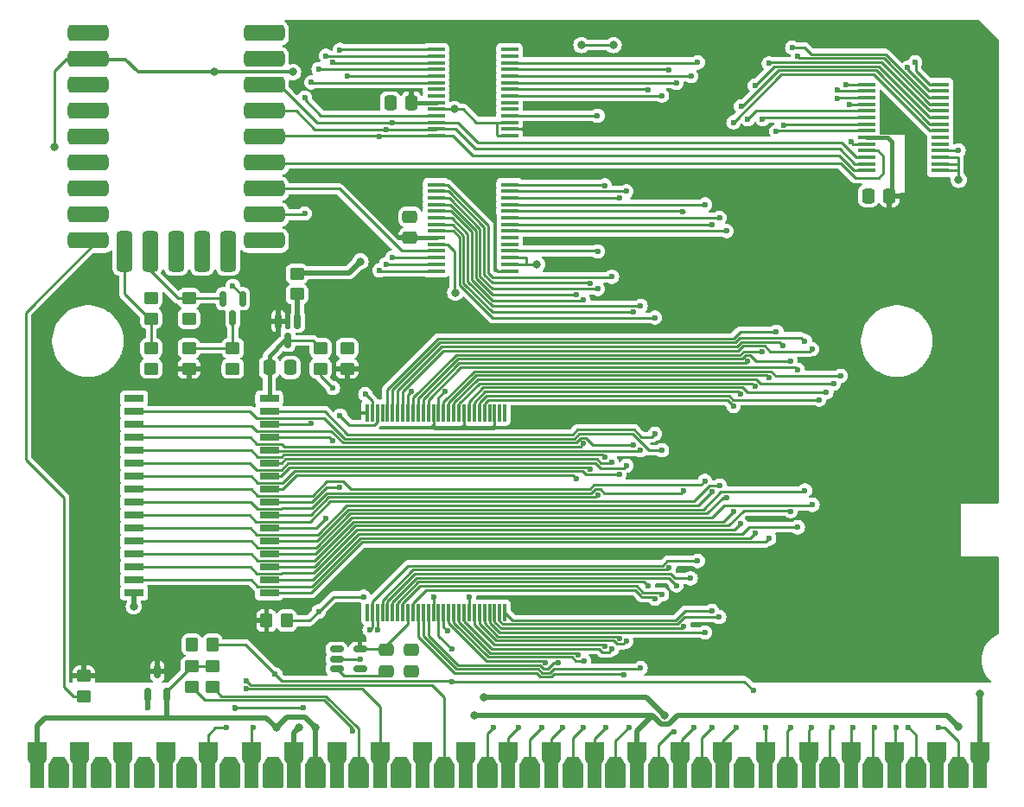
<source format=gbr>
%TF.GenerationSoftware,KiCad,Pcbnew,8.0.1*%
%TF.CreationDate,2024-04-05T12:29:39-07:00*%
%TF.ProjectId,flash-32mbit,666c6173-682d-4333-926d-6269742e6b69,10*%
%TF.SameCoordinates,Original*%
%TF.FileFunction,Copper,L1,Top*%
%TF.FilePolarity,Positive*%
%FSLAX46Y46*%
G04 Gerber Fmt 4.6, Leading zero omitted, Abs format (unit mm)*
G04 Created by KiCad (PCBNEW 8.0.1) date 2024-04-05 12:29:39*
%MOMM*%
%LPD*%
G01*
G04 APERTURE LIST*
G04 Aperture macros list*
%AMRoundRect*
0 Rectangle with rounded corners*
0 $1 Rounding radius*
0 $2 $3 $4 $5 $6 $7 $8 $9 X,Y pos of 4 corners*
0 Add a 4 corners polygon primitive as box body*
4,1,4,$2,$3,$4,$5,$6,$7,$8,$9,$2,$3,0*
0 Add four circle primitives for the rounded corners*
1,1,$1+$1,$2,$3*
1,1,$1+$1,$4,$5*
1,1,$1+$1,$6,$7*
1,1,$1+$1,$8,$9*
0 Add four rect primitives between the rounded corners*
20,1,$1+$1,$2,$3,$4,$5,0*
20,1,$1+$1,$4,$5,$6,$7,0*
20,1,$1+$1,$6,$7,$8,$9,0*
20,1,$1+$1,$8,$9,$2,$3,0*%
%AMFreePoly0*
4,1,23,0.858779,2.980902,0.895106,2.930902,0.900000,2.900000,0.900000,1.250000,0.886824,1.200386,0.700000,0.873444,0.700000,-1.400000,0.680902,-1.458779,0.630902,-1.495106,0.600000,-1.500000,-0.600000,-1.500000,-0.658779,-1.480902,-0.695106,-1.430902,-0.700000,-1.400000,-0.700000,0.873444,-0.886824,1.200386,-0.900000,1.250000,-0.900000,2.900000,-0.880902,2.958779,-0.830902,2.995106,
-0.800000,3.000000,0.800000,3.000000,0.858779,2.980902,0.858779,2.980902,$1*%
%AMFreePoly1*
4,1,19,0.558779,1.480902,0.585166,1.452410,0.985166,0.802410,1.000000,0.750000,1.000000,-1.400000,0.980902,-1.458779,0.930902,-1.495106,0.900000,-1.500000,-0.900000,-1.500000,-0.958779,-1.480902,-0.995106,-1.430902,-1.000000,-1.400000,-1.000000,0.750000,-0.985166,0.802410,-0.585166,1.452410,-0.538095,1.492460,-0.500000,1.500000,0.500000,1.500000,0.558779,1.480902,0.558779,1.480902,
$1*%
G04 Aperture macros list end*
%TA.AperFunction,SMDPad,CuDef*%
%ADD10RoundRect,0.250000X0.450000X-0.350000X0.450000X0.350000X-0.450000X0.350000X-0.450000X-0.350000X0*%
%TD*%
%TA.AperFunction,SMDPad,CuDef*%
%ADD11RoundRect,0.250000X-0.475000X0.337500X-0.475000X-0.337500X0.475000X-0.337500X0.475000X0.337500X0*%
%TD*%
%TA.AperFunction,SMDPad,CuDef*%
%ADD12R,1.750000X0.450000*%
%TD*%
%TA.AperFunction,SMDPad,CuDef*%
%ADD13RoundRect,0.150000X0.150000X-0.512500X0.150000X0.512500X-0.150000X0.512500X-0.150000X-0.512500X0*%
%TD*%
%TA.AperFunction,SMDPad,CuDef*%
%ADD14R,1.924000X0.700000*%
%TD*%
%TA.AperFunction,SMDPad,CuDef*%
%ADD15RoundRect,0.250000X-0.450000X0.350000X-0.450000X-0.350000X0.450000X-0.350000X0.450000X0.350000X0*%
%TD*%
%TA.AperFunction,SMDPad,CuDef*%
%ADD16RoundRect,0.150000X-0.512500X-0.150000X0.512500X-0.150000X0.512500X0.150000X-0.512500X0.150000X0*%
%TD*%
%TA.AperFunction,SMDPad,CuDef*%
%ADD17RoundRect,0.250000X0.350000X0.450000X-0.350000X0.450000X-0.350000X-0.450000X0.350000X-0.450000X0*%
%TD*%
%TA.AperFunction,SMDPad,CuDef*%
%ADD18RoundRect,0.250000X-0.350000X-0.450000X0.350000X-0.450000X0.350000X0.450000X-0.350000X0.450000X0*%
%TD*%
%TA.AperFunction,SMDPad,CuDef*%
%ADD19RoundRect,0.250000X0.337500X0.475000X-0.337500X0.475000X-0.337500X-0.475000X0.337500X-0.475000X0*%
%TD*%
%TA.AperFunction,ComponentPad*%
%ADD20RoundRect,0.400000X-1.600000X0.400000X-1.600000X-0.400000X1.600000X-0.400000X1.600000X0.400000X0*%
%TD*%
%TA.AperFunction,ComponentPad*%
%ADD21RoundRect,0.400000X0.400000X1.600000X-0.400000X1.600000X-0.400000X-1.600000X0.400000X-1.600000X0*%
%TD*%
%TA.AperFunction,ComponentPad*%
%ADD22RoundRect,0.400000X1.600000X-0.400000X1.600000X0.400000X-1.600000X0.400000X-1.600000X-0.400000X0*%
%TD*%
%TA.AperFunction,SMDPad,CuDef*%
%ADD23RoundRect,0.075000X0.075000X-0.809000X0.075000X0.809000X-0.075000X0.809000X-0.075000X-0.809000X0*%
%TD*%
%TA.AperFunction,ConnectorPad*%
%ADD24FreePoly0,0.000000*%
%TD*%
%TA.AperFunction,ConnectorPad*%
%ADD25FreePoly1,0.000000*%
%TD*%
%TA.AperFunction,SMDPad,CuDef*%
%ADD26RoundRect,0.250000X-0.337500X-0.475000X0.337500X-0.475000X0.337500X0.475000X-0.337500X0.475000X0*%
%TD*%
%TA.AperFunction,SMDPad,CuDef*%
%ADD27RoundRect,0.150000X-0.150000X0.587500X-0.150000X-0.587500X0.150000X-0.587500X0.150000X0.587500X0*%
%TD*%
%TA.AperFunction,ViaPad*%
%ADD28C,0.600000*%
%TD*%
%TA.AperFunction,ViaPad*%
%ADD29C,0.800000*%
%TD*%
%TA.AperFunction,Conductor*%
%ADD30C,0.250000*%
%TD*%
%TA.AperFunction,Conductor*%
%ADD31C,0.300000*%
%TD*%
%TA.AperFunction,Conductor*%
%ADD32C,0.500000*%
%TD*%
%TA.AperFunction,Conductor*%
%ADD33C,0.400000*%
%TD*%
G04 APERTURE END LIST*
D10*
%TO.P,R12,1*%
%TO.N,VCC*%
X118900000Y-93200000D03*
%TO.P,R12,2*%
%TO.N,Net-(D3-D)*%
X118900000Y-91200000D03*
%TD*%
D11*
%TO.P,C6,1*%
%TO.N,GND*%
X140550000Y-78312500D03*
%TO.P,C6,2*%
%TO.N,VCC*%
X140550000Y-80387500D03*
%TD*%
D10*
%TO.P,R11,1*%
%TO.N,GND*%
X118900000Y-88300000D03*
%TO.P,R11,2*%
%TO.N,/UART0_TX*%
X118900000Y-86300000D03*
%TD*%
%TO.P,R1,1*%
%TO.N,Net-(D1-Pad1)*%
X129500000Y-85900000D03*
%TO.P,R1,2*%
%TO.N,+BATT*%
X129500000Y-83900000D03*
%TD*%
D12*
%TO.P,U7,1,GPB0*%
%TO.N,/OE*%
X143100000Y-61925000D03*
%TO.P,U7,2,GPB1*%
%TO.N,/RAMCE*%
X143100000Y-62575000D03*
%TO.P,U7,3,GPB2*%
%TO.N,/RAMWE*%
X143100000Y-63225000D03*
%TO.P,U7,4,GPB3*%
%TO.N,/ROMCE*%
X143100000Y-63875000D03*
%TO.P,U7,5,GPB4*%
%TO.N,/ROMWE*%
X143100000Y-64525000D03*
%TO.P,U7,6,GPB5*%
%TO.N,/RESET*%
X143100000Y-65175000D03*
%TO.P,U7,7,GPB6*%
%TO.N,unconnected-(U7-GPB6-Pad7)*%
X143100000Y-65825000D03*
%TO.P,U7,8,GPB7*%
%TO.N,unconnected-(U7-GPB7-Pad8)*%
X143100000Y-66475000D03*
%TO.P,U7,9,VDD*%
%TO.N,VCC*%
X143100000Y-67125000D03*
%TO.P,U7,10,VSS*%
%TO.N,GND*%
X143100000Y-67775000D03*
%TO.P,U7,11,~{CS}*%
%TO.N,/MCPA1_CS*%
X143100000Y-68425000D03*
%TO.P,U7,12,SCK*%
%TO.N,/SPI_CLK*%
X143100000Y-69075000D03*
%TO.P,U7,13,SI*%
%TO.N,/SPI_TX*%
X143100000Y-69725000D03*
%TO.P,U7,14,SO*%
%TO.N,/SPI_RX*%
X143100000Y-70375000D03*
%TO.P,U7,15,A0*%
%TO.N,GND*%
X150300000Y-70375000D03*
%TO.P,U7,16,A1*%
%TO.N,VCC*%
X150300000Y-69725000D03*
%TO.P,U7,17,A2*%
%TO.N,GND*%
X150300000Y-69075000D03*
%TO.P,U7,18,~{RESET}*%
%TO.N,/~{INSERTED}*%
X150300000Y-68425000D03*
%TO.P,U7,19,INTB*%
%TO.N,unconnected-(U7-INTB-Pad19)*%
X150300000Y-67775000D03*
%TO.P,U7,20,INTA*%
%TO.N,unconnected-(U7-INTA-Pad20)*%
X150300000Y-67125000D03*
%TO.P,U7,21,GPA0*%
%TO.N,/A16*%
X150300000Y-66475000D03*
%TO.P,U7,22,GPA1*%
%TO.N,/A17*%
X150300000Y-65825000D03*
%TO.P,U7,23,GPA2*%
%TO.N,/A18*%
X150300000Y-65175000D03*
%TO.P,U7,24,GPA3*%
%TO.N,/A19*%
X150300000Y-64525000D03*
%TO.P,U7,25,GPA4*%
%TO.N,/A20*%
X150300000Y-63875000D03*
%TO.P,U7,26,GPA5*%
%TO.N,/A21*%
X150300000Y-63225000D03*
%TO.P,U7,27,GPA6*%
%TO.N,unconnected-(U7-GPA6-Pad27)*%
X150300000Y-62575000D03*
%TO.P,U7,28,GPA7*%
%TO.N,unconnected-(U7-GPA7-Pad28)*%
X150300000Y-61925000D03*
%TD*%
D13*
%TO.P,D2,1*%
%TO.N,+3V3*%
X114850000Y-125137500D03*
%TO.P,D2,2*%
%TO.N,+5V*%
X116750000Y-125137500D03*
%TO.P,D2,3*%
%TO.N,VCC*%
X115800000Y-122862500D03*
%TD*%
D10*
%TO.P,R6,1*%
%TO.N,/F61*%
X119150000Y-124400000D03*
%TO.P,R6,2*%
%TO.N,+5V*%
X119150000Y-122400000D03*
%TD*%
D14*
%TO.P,U2,1,NC*%
%TO.N,unconnected-(U2-NC-Pad1)*%
X113537000Y-96125000D03*
%TO.P,U2,2,A16*%
%TO.N,/A16*%
X113537000Y-97395000D03*
%TO.P,U2,3,A14*%
%TO.N,/A14*%
X113537000Y-98665000D03*
%TO.P,U2,4,A12*%
%TO.N,/A12*%
X113537000Y-99935000D03*
%TO.P,U2,5,A7*%
%TO.N,/A7*%
X113537000Y-101205000D03*
%TO.P,U2,6,A6*%
%TO.N,/A6*%
X113537000Y-102475000D03*
%TO.P,U2,7,A5*%
%TO.N,/A5*%
X113537000Y-103745000D03*
%TO.P,U2,8,A4*%
%TO.N,/A4*%
X113537000Y-105015000D03*
%TO.P,U2,9,A3*%
%TO.N,/A3*%
X113537000Y-106285000D03*
%TO.P,U2,10,A2*%
%TO.N,/A2*%
X113537000Y-107555000D03*
%TO.P,U2,11,A1*%
%TO.N,/A1*%
X113537000Y-108825000D03*
%TO.P,U2,12,A0*%
%TO.N,/A0*%
X113537000Y-110095000D03*
%TO.P,U2,13,DQ0*%
%TO.N,/D0*%
X113537000Y-111365000D03*
%TO.P,U2,14,DQ1*%
%TO.N,/D1*%
X113537000Y-112635000D03*
%TO.P,U2,15,DQ2*%
%TO.N,/D2*%
X113537000Y-113905000D03*
%TO.P,U2,16,VSS*%
%TO.N,GND*%
X113537000Y-115175000D03*
%TO.P,U2,17,DQ3*%
%TO.N,/D3*%
X126763000Y-115175000D03*
%TO.P,U2,18,DQ4*%
%TO.N,/D4*%
X126763000Y-113905000D03*
%TO.P,U2,19,DQ5*%
%TO.N,/D5*%
X126763000Y-112635000D03*
%TO.P,U2,20,DQ6*%
%TO.N,/D6*%
X126763000Y-111365000D03*
%TO.P,U2,21,DQ7*%
%TO.N,/D7*%
X126763000Y-110095000D03*
%TO.P,U2,22,CE#*%
%TO.N,/RAMCE*%
X126763000Y-108825000D03*
%TO.P,U2,23,A10*%
%TO.N,/A10*%
X126763000Y-107555000D03*
%TO.P,U2,24,OE#*%
%TO.N,/OE*%
X126763000Y-106285000D03*
%TO.P,U2,25,A11*%
%TO.N,/A11*%
X126763000Y-105015000D03*
%TO.P,U2,26,A9*%
%TO.N,/A9*%
X126763000Y-103745000D03*
%TO.P,U2,27,A8*%
%TO.N,/A8*%
X126763000Y-102475000D03*
%TO.P,U2,28,A13*%
%TO.N,/A13*%
X126763000Y-101205000D03*
%TO.P,U2,29,WE#*%
%TO.N,/RAMWE*%
X126763000Y-99935000D03*
%TO.P,U2,30,CE2*%
%TO.N,/RESET*%
X126763000Y-98665000D03*
%TO.P,U2,31,A15*%
%TO.N,/A15*%
X126763000Y-97395000D03*
%TO.P,U2,32,VCC*%
%TO.N,VMEM*%
X126763000Y-96125000D03*
%TD*%
D11*
%TO.P,C4,1*%
%TO.N,+3V3*%
X140700000Y-120762500D03*
%TO.P,C4,2*%
%TO.N,GND*%
X140700000Y-122837500D03*
%TD*%
D15*
%TO.P,R8,1*%
%TO.N,VCC*%
X108600000Y-123300000D03*
%TO.P,R8,2*%
%TO.N,/~{INSERTED}*%
X108600000Y-125300000D03*
%TD*%
D16*
%TO.P,U3,1,NC*%
%TO.N,unconnected-(U3-NC-Pad1)*%
X133375000Y-120700000D03*
%TO.P,U3,2*%
%TO.N,/A21*%
X133375000Y-121650000D03*
%TO.P,U3,3,GND*%
%TO.N,GND*%
X133375000Y-122600000D03*
%TO.P,U3,4*%
%TO.N,/~{A21}*%
X135650000Y-122600000D03*
%TO.P,U3,5,VCC*%
%TO.N,VCC*%
X135650000Y-120700000D03*
%TD*%
D11*
%TO.P,C2,1*%
%TO.N,VCC*%
X138200000Y-120762500D03*
%TO.P,C2,2*%
%TO.N,GND*%
X138200000Y-122837500D03*
%TD*%
D12*
%TO.P,U6,1,GPB0*%
%TO.N,/A8*%
X143100000Y-75175000D03*
%TO.P,U6,2,GPB1*%
%TO.N,/A9*%
X143100000Y-75825000D03*
%TO.P,U6,3,GPB2*%
%TO.N,/A10*%
X143100000Y-76475000D03*
%TO.P,U6,4,GPB3*%
%TO.N,/A11*%
X143100000Y-77125000D03*
%TO.P,U6,5,GPB4*%
%TO.N,/A12*%
X143100000Y-77775000D03*
%TO.P,U6,6,GPB5*%
%TO.N,/A13*%
X143100000Y-78425000D03*
%TO.P,U6,7,GPB6*%
%TO.N,/A14*%
X143100000Y-79075000D03*
%TO.P,U6,8,GPB7*%
%TO.N,/A15*%
X143100000Y-79725000D03*
%TO.P,U6,9,VDD*%
%TO.N,VCC*%
X143100000Y-80375000D03*
%TO.P,U6,10,VSS*%
%TO.N,GND*%
X143100000Y-81025000D03*
%TO.P,U6,11,~{CS}*%
%TO.N,/MCPA0_CS*%
X143100000Y-81675000D03*
%TO.P,U6,12,SCK*%
%TO.N,/SPI_CLK*%
X143100000Y-82325000D03*
%TO.P,U6,13,SI*%
%TO.N,/SPI_TX*%
X143100000Y-82975000D03*
%TO.P,U6,14,SO*%
%TO.N,/SPI_RX*%
X143100000Y-83625000D03*
%TO.P,U6,15,A0*%
%TO.N,VCC*%
X150300000Y-83625000D03*
%TO.P,U6,16,A1*%
%TO.N,GND*%
X150300000Y-82975000D03*
%TO.P,U6,17,A2*%
X150300000Y-82325000D03*
%TO.P,U6,18,~{RESET}*%
%TO.N,/~{INSERTED}*%
X150300000Y-81675000D03*
%TO.P,U6,19,INTB*%
%TO.N,unconnected-(U6-INTB-Pad19)*%
X150300000Y-81025000D03*
%TO.P,U6,20,INTA*%
%TO.N,unconnected-(U6-INTA-Pad20)*%
X150300000Y-80375000D03*
%TO.P,U6,21,GPA0*%
%TO.N,/A0*%
X150300000Y-79725000D03*
%TO.P,U6,22,GPA1*%
%TO.N,/A1*%
X150300000Y-79075000D03*
%TO.P,U6,23,GPA2*%
%TO.N,/A2*%
X150300000Y-78425000D03*
%TO.P,U6,24,GPA3*%
%TO.N,/A3*%
X150300000Y-77775000D03*
%TO.P,U6,25,GPA4*%
%TO.N,/A4*%
X150300000Y-77125000D03*
%TO.P,U6,26,GPA5*%
%TO.N,/A5*%
X150300000Y-76475000D03*
%TO.P,U6,27,GPA6*%
%TO.N,/A6*%
X150300000Y-75825000D03*
%TO.P,U6,28,GPA7*%
%TO.N,/A7*%
X150300000Y-75175000D03*
%TD*%
D10*
%TO.P,R10,1*%
%TO.N,/UART0_RX*%
X115200000Y-88300000D03*
%TO.P,R10,2*%
%TO.N,GND*%
X115200000Y-86300000D03*
%TD*%
D17*
%TO.P,R4,1*%
%TO.N,/RESET*%
X121200000Y-120250000D03*
%TO.P,R4,2*%
%TO.N,GND*%
X119200000Y-120250000D03*
%TD*%
D18*
%TO.P,R5,1*%
%TO.N,VCC*%
X126500000Y-117900000D03*
%TO.P,R5,2*%
%TO.N,/ROMCE*%
X128500000Y-117900000D03*
%TD*%
D15*
%TO.P,R13,1*%
%TO.N,Net-(D3-D)*%
X123200000Y-91200000D03*
%TO.P,R13,2*%
%TO.N,/RX_D0*%
X123200000Y-93200000D03*
%TD*%
%TO.P,R9,1*%
%TO.N,/UART0_RX*%
X115200000Y-91200000D03*
%TO.P,R9,2*%
%TO.N,/TX_D0*%
X115200000Y-93200000D03*
%TD*%
D19*
%TO.P,C1,1*%
%TO.N,GND*%
X128837500Y-93100000D03*
%TO.P,C1,2*%
%TO.N,VMEM*%
X126762500Y-93100000D03*
%TD*%
D20*
%TO.P,U4,0,GP0*%
%TO.N,unconnected-(U4-GP0-Pad0)*%
X126300000Y-60340000D03*
%TO.P,U4,1,GP1*%
%TO.N,unconnected-(U4-GP1-Pad1)*%
X126300000Y-62880000D03*
%TO.P,U4,2,GP2*%
%TO.N,/SPI_CLK*%
X126300000Y-65420000D03*
%TO.P,U4,3,GP3*%
%TO.N,/SPI_TX*%
X126300000Y-67960000D03*
%TO.P,U4,4,GP4*%
%TO.N,/SPI_RX*%
X126300000Y-70500000D03*
%TO.P,U4,5,GP5*%
%TO.N,/MCPD_CS*%
X126300000Y-73040000D03*
%TO.P,U4,6,GP6*%
%TO.N,/MCPA0_CS*%
X126300000Y-75580000D03*
%TO.P,U4,7,GP7*%
%TO.N,/MCPA1_CS*%
X126300000Y-78120000D03*
%TO.P,U4,8,GP8*%
%TO.N,unconnected-(U4-GP8-Pad8)*%
X126300000Y-80660000D03*
D21*
%TO.P,U4,9,GP9*%
%TO.N,unconnected-(U4-GP9-Pad9)*%
X122730000Y-81700000D03*
%TO.P,U4,10,GP10*%
%TO.N,unconnected-(U4-GP10-Pad10)*%
X120190000Y-81700000D03*
%TO.P,U4,11,GP11*%
%TO.N,unconnected-(U4-GP11-Pad11)*%
X117650000Y-81700000D03*
%TO.P,U4,12,GP12*%
%TO.N,/UART0_TX*%
X115110000Y-81700000D03*
%TO.P,U4,13,GP13*%
%TO.N,/UART0_RX*%
X112570000Y-81700000D03*
D22*
%TO.P,U4,14,GP14*%
%TO.N,/~{INSERTED}*%
X109050000Y-80660000D03*
%TO.P,U4,15,GP15*%
%TO.N,unconnected-(U4-GP15-Pad15)*%
X109050000Y-78120000D03*
%TO.P,U4,16,GP26*%
%TO.N,unconnected-(U4-GP26-Pad16)*%
X109050000Y-75580000D03*
%TO.P,U4,17,GP27*%
%TO.N,unconnected-(U4-GP27-Pad17)*%
X109050000Y-73040000D03*
%TO.P,U4,18,GP28*%
%TO.N,unconnected-(U4-GP28-Pad18)*%
X109050000Y-70500000D03*
%TO.P,U4,19,GP29*%
%TO.N,unconnected-(U4-GP29-Pad19)*%
X109050000Y-67960000D03*
%TO.P,U4,20,3V3*%
%TO.N,+3V3*%
X109050000Y-65420000D03*
%TO.P,U4,21,GND*%
%TO.N,GND*%
X109050000Y-62880000D03*
%TO.P,U4,22,VBUS*%
%TO.N,unconnected-(U4-VBUS-Pad22)*%
X109050000Y-60340000D03*
%TD*%
D10*
%TO.P,R3,1*%
%TO.N,VCC*%
X134400000Y-93200000D03*
%TO.P,R3,2*%
%TO.N,/ROMWE*%
X134400000Y-91200000D03*
%TD*%
D15*
%TO.P,R14,1*%
%TO.N,VMEM*%
X131800000Y-91200000D03*
%TO.P,R14,2*%
%TO.N,/RAMWE*%
X131800000Y-93200000D03*
%TD*%
D23*
%TO.P,U1,1,NC*%
%TO.N,unconnected-(U1-NC-Pad1)*%
X136350000Y-117084000D03*
%TO.P,U1,2,~{BE1L}*%
%TO.N,/A21*%
X136850000Y-117084000D03*
%TO.P,U1,3,~{BE1H}*%
%TO.N,/~{A21}*%
X137350000Y-117084000D03*
%TO.P,U1,4,A20*%
%TO.N,/A20*%
X137850000Y-117084000D03*
%TO.P,U1,5,A19*%
%TO.N,/A19*%
X138350000Y-117084000D03*
%TO.P,U1,6,A18*%
%TO.N,/A18*%
X138850000Y-117084000D03*
%TO.P,U1,7,A17*%
%TO.N,/A17*%
X139350000Y-117084000D03*
%TO.P,U1,8,A16*%
%TO.N,/A16*%
X139850000Y-117084000D03*
%TO.P,U1,9,Vcc*%
%TO.N,VCC*%
X140350000Y-117084000D03*
%TO.P,U1,10,A15*%
%TO.N,/A15*%
X140850000Y-117084000D03*
%TO.P,U1,11,A14*%
%TO.N,/A14*%
X141350000Y-117084000D03*
%TO.P,U1,12,A13*%
%TO.N,/A13*%
X141850000Y-117084000D03*
%TO.P,U1,13,A12*%
%TO.N,/A12*%
X142350000Y-117084000D03*
%TO.P,U1,14,~{BE0}*%
%TO.N,/ROMCE*%
X142850000Y-117084000D03*
%TO.P,U1,15,Vpp*%
%TO.N,+3V3*%
X143350000Y-117084000D03*
%TO.P,U1,16,~{RP}*%
%TO.N,/RESET*%
X143850000Y-117084000D03*
%TO.P,U1,17,A11*%
%TO.N,/A11*%
X144350000Y-117084000D03*
%TO.P,U1,18,A10*%
%TO.N,/A10*%
X144850000Y-117084000D03*
%TO.P,U1,19,A9*%
%TO.N,/A9*%
X145350000Y-117084000D03*
%TO.P,U1,20,A8*%
%TO.N,/A8*%
X145850000Y-117084000D03*
%TO.P,U1,21,GND*%
%TO.N,GND*%
X146350000Y-117084000D03*
%TO.P,U1,22,A7*%
%TO.N,/A7*%
X146850000Y-117084000D03*
%TO.P,U1,23,A6*%
%TO.N,/A6*%
X147350000Y-117084000D03*
%TO.P,U1,24,A5*%
%TO.N,/A5*%
X147850000Y-117084000D03*
%TO.P,U1,25,A4*%
%TO.N,/A4*%
X148350000Y-117084000D03*
%TO.P,U1,26,A3*%
%TO.N,/A3*%
X148850000Y-117084000D03*
%TO.P,U1,27,A2*%
%TO.N,/A2*%
X149350000Y-117084000D03*
%TO.P,U1,28,A1*%
%TO.N,/A1*%
X149850000Y-117084000D03*
%TO.P,U1,29,NC*%
%TO.N,unconnected-(U1-NC-Pad29)*%
X149850000Y-97516000D03*
%TO.P,U1,30,NC*%
%TO.N,unconnected-(U1-NC-Pad30)*%
X149350000Y-97516000D03*
%TO.P,U1,31,~{BYTE}*%
%TO.N,VCC*%
X148850000Y-97516000D03*
%TO.P,U1,32,A0*%
%TO.N,unconnected-(U1-A0-Pad32)*%
X148350000Y-97516000D03*
%TO.P,U1,33,DQ0*%
%TO.N,/D0*%
X147850000Y-97516000D03*
%TO.P,U1,34,DQ8*%
%TO.N,/D8*%
X147350000Y-97516000D03*
%TO.P,U1,35,DQ1*%
%TO.N,/D1*%
X146850000Y-97516000D03*
%TO.P,U1,36,DQ9*%
%TO.N,/D9*%
X146350000Y-97516000D03*
%TO.P,U1,37,Vcc*%
%TO.N,VCC*%
X145850000Y-97516000D03*
%TO.P,U1,38,DQ2*%
%TO.N,/D2*%
X145350000Y-97516000D03*
%TO.P,U1,39,DQ10*%
%TO.N,/D10*%
X144850000Y-97516000D03*
%TO.P,U1,40,DQ3*%
%TO.N,/D3*%
X144350000Y-97516000D03*
%TO.P,U1,41,DQ11*%
%TO.N,/D11*%
X143850000Y-97516000D03*
%TO.P,U1,42,GND*%
%TO.N,GND*%
X143350000Y-97516000D03*
%TO.P,U1,43,Vcc*%
%TO.N,VCC*%
X142850000Y-97516000D03*
%TO.P,U1,44,DQ4*%
%TO.N,/D4*%
X142350000Y-97516000D03*
%TO.P,U1,45,DQ12*%
%TO.N,/D12*%
X141850000Y-97516000D03*
%TO.P,U1,46,DQ5*%
%TO.N,/D5*%
X141350000Y-97516000D03*
%TO.P,U1,47,DQ13*%
%TO.N,/D13*%
X140850000Y-97516000D03*
%TO.P,U1,48,GND*%
%TO.N,GND*%
X140350000Y-97516000D03*
%TO.P,U1,49,DQ6*%
%TO.N,/D6*%
X139850000Y-97516000D03*
%TO.P,U1,50,DQ14*%
%TO.N,/D14*%
X139350000Y-97516000D03*
%TO.P,U1,51,DQ7*%
%TO.N,/D7*%
X138850000Y-97516000D03*
%TO.P,U1,52,DQ15*%
%TO.N,/D15*%
X138350000Y-97516000D03*
%TO.P,U1,53,STS*%
%TO.N,unconnected-(U1-STS-Pad53)*%
X137850000Y-97516000D03*
%TO.P,U1,54,~{OE}*%
%TO.N,/OE*%
X137350000Y-97516000D03*
%TO.P,U1,55,~{WE}*%
%TO.N,/ROMWE*%
X136850000Y-97516000D03*
%TO.P,U1,56,~{WP}*%
%TO.N,VCC*%
X136350000Y-97516000D03*
%TD*%
D24*
%TO.P,J1,1,+5V*%
%TO.N,+5V*%
X104000000Y-132775000D03*
D25*
%TO.P,J1,2,AR*%
%TO.N,unconnected-(J1-AR-Pad2)*%
X106100000Y-132775000D03*
D24*
%TO.P,J1,3,AVCC*%
%TO.N,unconnected-(J1-AVCC-Pad3)*%
X108200000Y-132775000D03*
D25*
%TO.P,J1,4,AL*%
%TO.N,unconnected-(J1-AL-Pad4)*%
X110300000Y-132775000D03*
D24*
%TO.P,J1,5*%
%TO.N,unconnected-(J1-Pad5)*%
X112400000Y-132775000D03*
D25*
%TO.P,J1,6*%
%TO.N,unconnected-(J1-Pad6)*%
X114500000Y-132775000D03*
D24*
%TO.P,J1,7*%
%TO.N,unconnected-(J1-Pad7)*%
X116600000Y-132775000D03*
D25*
%TO.P,J1,8,CVID*%
%TO.N,unconnected-(J1-CVID-Pad8)*%
X118700000Y-132775000D03*
D24*
%TO.P,J1,9,~{CS2}*%
%TO.N,/RAMCE*%
X120800000Y-132775000D03*
D25*
%TO.P,J1,10*%
%TO.N,unconnected-(J1-Pad10)*%
X122900000Y-132775000D03*
D24*
%TO.P,J1,11,~{RAMWE}*%
%TO.N,/RAMWE*%
X125000000Y-132775000D03*
D25*
%TO.P,J1,12*%
%TO.N,unconnected-(J1-Pad12)*%
X127100000Y-132775000D03*
D24*
%TO.P,J1,13,GND*%
%TO.N,GND*%
X129200000Y-132775000D03*
D25*
%TO.P,J1,14,+5V*%
%TO.N,+5V*%
X131300000Y-132775000D03*
D24*
%TO.P,J1,15,PA15*%
%TO.N,unconnected-(J1-PA15-Pad15)*%
X133400000Y-132775000D03*
D25*
%TO.P,J1,16,PB1*%
%TO.N,/F16*%
X135500000Y-132775000D03*
D24*
%TO.P,J1,17,PB9*%
%TO.N,/TX_D0*%
X137600000Y-132775000D03*
D25*
%TO.P,J1,18,PB10*%
%TO.N,unconnected-(J1-PB10-Pad18)*%
X139700000Y-132775000D03*
D24*
%TO.P,J1,19,PB11*%
%TO.N,unconnected-(J1-PB11-Pad19)*%
X141800000Y-132775000D03*
D25*
%TO.P,J1,20,PB8*%
%TO.N,/RX_D0*%
X143900000Y-132775000D03*
D24*
%TO.P,J1,21,PB12*%
%TO.N,unconnected-(J1-PB12-Pad21)*%
X146000000Y-132775000D03*
D25*
%TO.P,J1,22,A12*%
%TO.N,/A12*%
X148100000Y-132775000D03*
D24*
%TO.P,J1,23,A10*%
%TO.N,/A10*%
X150200000Y-132775000D03*
D25*
%TO.P,J1,24,A8*%
%TO.N,/A8*%
X152300000Y-132775000D03*
D24*
%TO.P,J1,25,A6*%
%TO.N,/A6*%
X154400000Y-132775000D03*
D25*
%TO.P,J1,26,A13*%
%TO.N,/A13*%
X156500000Y-132775000D03*
D24*
%TO.P,J1,27,A15*%
%TO.N,/A15*%
X158600000Y-132775000D03*
D25*
%TO.P,J1,28,A20*%
%TO.N,/A20*%
X160700000Y-132775000D03*
D24*
%TO.P,J1,29,+5V*%
%TO.N,+5V*%
X162800000Y-132775000D03*
D25*
%TO.P,J1,30,A3*%
%TO.N,/A3*%
X164900000Y-132775000D03*
D24*
%TO.P,J1,31,A21*%
%TO.N,/A21*%
X167000000Y-132775000D03*
D25*
%TO.P,J1,32,A1*%
%TO.N,/A1*%
X169100000Y-132775000D03*
D24*
%TO.P,J1,33,A0*%
%TO.N,/A0*%
X171200000Y-132775000D03*
D25*
%TO.P,J1,34*%
%TO.N,unconnected-(J1-Pad34)*%
X173300000Y-132775000D03*
D24*
%TO.P,J1,35,D0*%
%TO.N,/D0*%
X175400000Y-132775000D03*
D25*
%TO.P,J1,36,~{RESET}*%
%TO.N,/RESET*%
X177500000Y-132775000D03*
D24*
%TO.P,J1,37,D2*%
%TO.N,/D2*%
X179600000Y-132775000D03*
D25*
%TO.P,J1,38,D3*%
%TO.N,/D3*%
X181700000Y-132775000D03*
D24*
%TO.P,J1,39,D14*%
%TO.N,/D14*%
X183800000Y-132775000D03*
D25*
%TO.P,J1,40,D4*%
%TO.N,/D4*%
X185900000Y-132775000D03*
D24*
%TO.P,J1,41,D6*%
%TO.N,/D6*%
X188000000Y-132775000D03*
D25*
%TO.P,J1,42,D8*%
%TO.N,/D8*%
X190100000Y-132775000D03*
D24*
%TO.P,J1,43,AGND*%
%TO.N,unconnected-(J1-AGND-Pad43)*%
X192200000Y-132775000D03*
D25*
%TO.P,J1,44,D10*%
%TO.N,/D10*%
X194300000Y-132775000D03*
D24*
%TO.P,J1,45,GND*%
%TO.N,GND*%
X196400000Y-132775000D03*
%TD*%
D10*
%TO.P,R2,1*%
%TO.N,/F16*%
X121200000Y-124400000D03*
%TO.P,R2,2*%
%TO.N,+5V*%
X121200000Y-122400000D03*
%TD*%
D12*
%TO.P,U5,1,GPB0*%
%TO.N,/D8*%
X185300000Y-65350000D03*
%TO.P,U5,2,GPB1*%
%TO.N,/D9*%
X185300000Y-66000000D03*
%TO.P,U5,3,GPB2*%
%TO.N,/D10*%
X185300000Y-66650000D03*
%TO.P,U5,4,GPB3*%
%TO.N,/D11*%
X185300000Y-67300000D03*
%TO.P,U5,5,GPB4*%
%TO.N,/D12*%
X185300000Y-67950000D03*
%TO.P,U5,6,GPB5*%
%TO.N,/D13*%
X185300000Y-68600000D03*
%TO.P,U5,7,GPB6*%
%TO.N,/D14*%
X185300000Y-69250000D03*
%TO.P,U5,8,GPB7*%
%TO.N,/D15*%
X185300000Y-69900000D03*
%TO.P,U5,9,VDD*%
%TO.N,VCC*%
X185300000Y-70550000D03*
%TO.P,U5,10,VSS*%
%TO.N,GND*%
X185300000Y-71200000D03*
%TO.P,U5,11,~{CS}*%
%TO.N,/MCPD_CS*%
X185300000Y-71850000D03*
%TO.P,U5,12,SCK*%
%TO.N,/SPI_CLK*%
X185300000Y-72500000D03*
%TO.P,U5,13,SI*%
%TO.N,/SPI_TX*%
X185300000Y-73150000D03*
%TO.P,U5,14,SO*%
%TO.N,/SPI_RX*%
X185300000Y-73800000D03*
%TO.P,U5,15,A0*%
%TO.N,GND*%
X192500000Y-73800000D03*
%TO.P,U5,16,A1*%
X192500000Y-73150000D03*
%TO.P,U5,17,A2*%
X192500000Y-72500000D03*
%TO.P,U5,18,~{RESET}*%
%TO.N,/~{INSERTED}*%
X192500000Y-71850000D03*
%TO.P,U5,19,INTB*%
%TO.N,unconnected-(U5-INTB-Pad19)*%
X192500000Y-71200000D03*
%TO.P,U5,20,INTA*%
%TO.N,unconnected-(U5-INTA-Pad20)*%
X192500000Y-70550000D03*
%TO.P,U5,21,GPA0*%
%TO.N,/D0*%
X192500000Y-69900000D03*
%TO.P,U5,22,GPA1*%
%TO.N,/D1*%
X192500000Y-69250000D03*
%TO.P,U5,23,GPA2*%
%TO.N,/D2*%
X192500000Y-68600000D03*
%TO.P,U5,24,GPA3*%
%TO.N,/D3*%
X192500000Y-67950000D03*
%TO.P,U5,25,GPA4*%
%TO.N,/D4*%
X192500000Y-67300000D03*
%TO.P,U5,26,GPA5*%
%TO.N,/D5*%
X192500000Y-66650000D03*
%TO.P,U5,27,GPA6*%
%TO.N,/D6*%
X192500000Y-66000000D03*
%TO.P,U5,28,GPA7*%
%TO.N,/D7*%
X192500000Y-65350000D03*
%TD*%
D26*
%TO.P,C5,1*%
%TO.N,GND*%
X185462500Y-76275000D03*
%TO.P,C5,2*%
%TO.N,VCC*%
X187537500Y-76275000D03*
%TD*%
D27*
%TO.P,D3,1,G*%
%TO.N,+3V3*%
X124150000Y-86362500D03*
%TO.P,D3,2,S*%
%TO.N,/UART0_TX*%
X122250000Y-86362500D03*
%TO.P,D3,3,D*%
%TO.N,Net-(D3-D)*%
X123200000Y-88237500D03*
%TD*%
D26*
%TO.P,C7,1*%
%TO.N,GND*%
X138612500Y-67150000D03*
%TO.P,C7,2*%
%TO.N,VCC*%
X140687500Y-67150000D03*
%TD*%
D27*
%TO.P,D1,1*%
%TO.N,Net-(D1-Pad1)*%
X129550000Y-88562500D03*
%TO.P,D1,2*%
%TO.N,VCC*%
X127650000Y-88562500D03*
%TO.P,D1,3*%
%TO.N,VMEM*%
X128600000Y-90437500D03*
%TD*%
D28*
%TO.N,/A18*%
X166650000Y-65200000D03*
X166650000Y-114450000D03*
%TO.N,/A17*%
X163850000Y-65850000D03*
X163862180Y-114462180D03*
%TO.N,/A7*%
X159650000Y-101875500D03*
X159650000Y-75250000D03*
X159650000Y-120424500D03*
%TO.N,/A6*%
X161732976Y-119932705D03*
X161750000Y-102700000D03*
X161775000Y-75825000D03*
X155500000Y-128350000D03*
%TO.N,/A5*%
X161050000Y-103575500D03*
X161050000Y-119624000D03*
X161050000Y-76500000D03*
%TO.N,/A4*%
X169475000Y-77125000D03*
X169450000Y-119050000D03*
X169450000Y-104200000D03*
%TO.N,/A3*%
X167350000Y-105174500D03*
X167300000Y-77850000D03*
X166400000Y-128800000D03*
X167350000Y-118474500D03*
%TO.N,/A2*%
X170900000Y-104650000D03*
X170850000Y-117550000D03*
X170875000Y-78425000D03*
%TO.N,/A1*%
X170175000Y-79075000D03*
X170150000Y-116950000D03*
X170150000Y-128350000D03*
X170150000Y-105250000D03*
%TO.N,/A0*%
X171550000Y-105824500D03*
X171575000Y-79725000D03*
X172500000Y-128400000D03*
%TO.N,/OE*%
X133700000Y-97800000D03*
X133700000Y-104825500D03*
X133700000Y-61950000D03*
%TO.N,/A16*%
X165250000Y-101200000D03*
X165250000Y-115350000D03*
X165250000Y-66450000D03*
%TO.N,/A15*%
X164550000Y-88200000D03*
X164550000Y-115750000D03*
X159700000Y-128350000D03*
X164550000Y-99600000D03*
%TO.N,/RAMWE*%
X125200000Y-128400000D03*
X133000000Y-100275500D03*
X133000000Y-63200000D03*
X133000000Y-95100000D03*
%TO.N,/ROMCE*%
X131600000Y-63850000D03*
X136000000Y-115550000D03*
X131600000Y-117000000D03*
X142900000Y-115550000D03*
D29*
%TO.N,GND*%
X196400000Y-125050000D03*
D28*
X140700000Y-122837500D03*
X115300000Y-86300000D03*
D29*
X129100000Y-64150000D03*
D28*
X119200000Y-120250000D03*
X118900000Y-88300000D03*
D29*
X147800000Y-125400000D03*
D28*
X138612500Y-67150000D03*
D29*
X153000000Y-82980000D03*
X121400000Y-64100000D03*
D28*
X146350000Y-115600000D03*
X183750000Y-71000000D03*
X128837500Y-93100000D03*
X143954762Y-95454762D03*
X185462500Y-76275000D03*
D29*
X165500000Y-127200000D03*
X145000000Y-85750000D03*
X144900000Y-67775000D03*
X105750000Y-71500000D03*
X160500000Y-61500000D03*
X113500000Y-116500000D03*
X157350000Y-61500000D03*
D28*
X140643767Y-95443767D03*
X140550000Y-78312500D03*
D29*
X194300000Y-74700000D03*
D28*
X138200000Y-122837500D03*
D29*
X129700000Y-128400000D03*
D28*
%TO.N,/SPI_CLK*%
X138850000Y-82300000D03*
X138850000Y-69075000D03*
%TO.N,/SPI_TX*%
X138200000Y-69750000D03*
X138200000Y-82950000D03*
%TO.N,/SPI_RX*%
X137550000Y-70450000D03*
X137550000Y-83600000D03*
%TO.N,/A14*%
X161500000Y-123174500D03*
X162450000Y-87650000D03*
X162450000Y-100650000D03*
%TO.N,/A13*%
X163150000Y-87050000D03*
X157550000Y-128350000D03*
X163150000Y-122550000D03*
X163150000Y-101200000D03*
%TO.N,/A12*%
X157550000Y-86500000D03*
X148750000Y-128350000D03*
X157550000Y-100550000D03*
X155100000Y-122024500D03*
%TO.N,/A11*%
X156850000Y-85975000D03*
X153850000Y-122024500D03*
X156850000Y-104000000D03*
%TO.N,/A10*%
X157600000Y-121850000D03*
X158950000Y-105600000D03*
X158950000Y-85400000D03*
X151200000Y-128350000D03*
%TO.N,/A9*%
X158250000Y-103025500D03*
X157000000Y-121224500D03*
X158250000Y-84825000D03*
%TO.N,/A8*%
X160300000Y-102375500D03*
X160348278Y-120696828D03*
X160350000Y-84200000D03*
X153500000Y-128350000D03*
%TO.N,/A19*%
X168100000Y-64550000D03*
X168050000Y-113750000D03*
%TO.N,/D0*%
X172250000Y-107174500D03*
X172250000Y-96850000D03*
X172250000Y-69075000D03*
X175400000Y-128400000D03*
%TO.N,/D8*%
X180650000Y-96250000D03*
X183300000Y-65375000D03*
X189400000Y-128350000D03*
%TO.N,/D1*%
X172950000Y-95675500D03*
X172993413Y-67518413D03*
X172950000Y-108400000D03*
%TO.N,/D9*%
X182400000Y-65875000D03*
X181350000Y-95500000D03*
%TO.N,/D2*%
X174343413Y-65468413D03*
X179850000Y-128350000D03*
X174350000Y-109324500D03*
X174350000Y-94925500D03*
%TO.N,/D10*%
X182050000Y-94650000D03*
X192300000Y-128350000D03*
X182400000Y-66775000D03*
%TO.N,/D3*%
X175750000Y-94075500D03*
X175750000Y-109850000D03*
X181900000Y-128350000D03*
X175714838Y-63296987D03*
%TO.N,/D11*%
X183590104Y-67300000D03*
X182750000Y-93900000D03*
%TO.N,/D4*%
X178550000Y-62600000D03*
X178550000Y-93325500D03*
X186050000Y-128400000D03*
X178550000Y-108750000D03*
%TO.N,/D12*%
X173650000Y-68775000D03*
X173650000Y-92475500D03*
%TO.N,/D5*%
X177850000Y-107174500D03*
X178000000Y-61750000D03*
X177850000Y-92450000D03*
%TO.N,/D13*%
X175050000Y-91550000D03*
X175100000Y-68775000D03*
%TO.N,/D6*%
X189301930Y-63723070D03*
X188150000Y-128350000D03*
X180000000Y-106550000D03*
X179950000Y-91300000D03*
%TO.N,/D14*%
X183950000Y-128400000D03*
X177150000Y-69325000D03*
X177100000Y-90925500D03*
%TO.N,/D7*%
X179250000Y-90500000D03*
X179250000Y-105150000D03*
X190050000Y-63175000D03*
%TO.N,/D15*%
X176450000Y-69975000D03*
X176450000Y-89575500D03*
%TO.N,/F61*%
X134925500Y-128700000D03*
D29*
%TO.N,VCC*%
X170950000Y-69000000D03*
X170900000Y-74600000D03*
%TO.N,+BATT*%
X135700000Y-82700000D03*
D28*
%TO.N,/RAMCE*%
X122600000Y-128400000D03*
X132300000Y-107850000D03*
X132300000Y-62550000D03*
%TO.N,/ROMWE*%
X136168979Y-95700000D03*
X134400000Y-64500000D03*
X134400000Y-91200000D03*
%TO.N,/A21*%
X168750000Y-112050000D03*
X168750000Y-63200000D03*
X136600000Y-118800000D03*
X135650000Y-121650000D03*
X168400500Y-128350000D03*
%TO.N,/A20*%
X165950000Y-112700000D03*
X165950000Y-63900000D03*
X162001289Y-128346075D03*
%TO.N,/~{A21}*%
X135650000Y-122600000D03*
X137400000Y-118800000D03*
%TO.N,/~{INSERTED}*%
X158925000Y-68425000D03*
X194300000Y-71825000D03*
X158950000Y-81700000D03*
X108600000Y-125300000D03*
%TO.N,/RESET*%
X144700000Y-123850000D03*
X177831233Y-128368767D03*
X174181233Y-124718767D03*
X130900000Y-65150000D03*
X130900000Y-98600000D03*
X144200000Y-118900000D03*
X127350000Y-123150000D03*
%TO.N,/TX_D0*%
X124500000Y-124600000D03*
X115200000Y-93200000D03*
%TO.N,/RX_D0*%
X123200000Y-93200000D03*
X124550000Y-123800000D03*
%TO.N,+3V3*%
X114850000Y-126450000D03*
X123200000Y-85100000D03*
X130075000Y-126449500D03*
X123400000Y-126450000D03*
X144625000Y-120675000D03*
X140700000Y-120762500D03*
%TO.N,/MCPA1_CS*%
X130250000Y-66650000D03*
X130250000Y-78000000D03*
D29*
%TO.N,+5V*%
X194300000Y-128300000D03*
X127475000Y-128375000D03*
X131300000Y-128400000D03*
X146900000Y-127200000D03*
%TD*%
D30*
%TO.N,/A18*%
X166650000Y-65200000D02*
X166625000Y-65175000D01*
X165896641Y-113700000D02*
X141223655Y-113700000D01*
X166625000Y-65175000D02*
X150300000Y-65175000D01*
X166646641Y-114450000D02*
X165896641Y-113700000D01*
X138850000Y-116073653D02*
X138850000Y-117084000D01*
X166650000Y-114450000D02*
X166646641Y-114450000D01*
X141223655Y-113700000D02*
X138850000Y-116073653D01*
%TO.N,/A17*%
X163862180Y-114462180D02*
X163500000Y-114100000D01*
X163825000Y-65825000D02*
X150300000Y-65825000D01*
X141389340Y-114100000D02*
X139350000Y-116139339D01*
X163850000Y-65850000D02*
X163825000Y-65825000D01*
X139350000Y-116139339D02*
X139350000Y-117084000D01*
X163500000Y-114100000D02*
X141389340Y-114100000D01*
%TO.N,/A7*%
X125630000Y-101830000D02*
X125005000Y-101205000D01*
X146850000Y-117084000D02*
X146850000Y-118291403D01*
X146850000Y-118291403D02*
X148808598Y-120250000D01*
X159424500Y-101650000D02*
X128180000Y-101650000D01*
X159675000Y-75175000D02*
X159700000Y-75200000D01*
X125005000Y-101205000D02*
X113537000Y-101205000D01*
X148808598Y-120250000D02*
X159475500Y-120250000D01*
X159650000Y-101875500D02*
X159424500Y-101650000D01*
X159475500Y-120250000D02*
X159650000Y-120424500D01*
X150300000Y-75175000D02*
X159675000Y-75175000D01*
X128000000Y-101830000D02*
X125630000Y-101830000D01*
X128180000Y-101650000D02*
X128000000Y-101830000D01*
%TO.N,/A6*%
X161775000Y-75825000D02*
X150300000Y-75825000D01*
X113537000Y-102475000D02*
X124875000Y-102475000D01*
X154400000Y-129450000D02*
X155500000Y-128350000D01*
X127958999Y-103100000D02*
X128608999Y-102450000D01*
X159200000Y-102950000D02*
X161500000Y-102950000D01*
X154600000Y-132100000D02*
X154400000Y-131900000D01*
X124875000Y-102475000D02*
X125500000Y-103100000D01*
X147350000Y-118225717D02*
X148974283Y-119850000D01*
X148974283Y-119850000D02*
X160462827Y-119850000D01*
X125500000Y-103100000D02*
X127958999Y-103100000D01*
X158700000Y-102450000D02*
X159200000Y-102950000D01*
X160811827Y-120199000D02*
X161466681Y-120199000D01*
X161466681Y-120199000D02*
X161732976Y-119932705D01*
X160462827Y-119850000D02*
X160811827Y-120199000D01*
X128608999Y-102450000D02*
X158700000Y-102450000D01*
X161500000Y-102950000D02*
X161750000Y-102700000D01*
X147350000Y-117084000D02*
X147350000Y-118225717D01*
X154400000Y-131900000D02*
X154400000Y-129450000D01*
%TO.N,/A5*%
X147850000Y-118160032D02*
X149139469Y-119449500D01*
X161100000Y-76450000D02*
X161075000Y-76475000D01*
X161050000Y-103575500D02*
X161025500Y-103600000D01*
X125000000Y-103745000D02*
X113537000Y-103745000D01*
X161025500Y-103600000D02*
X157787673Y-103600000D01*
X161075000Y-76475000D02*
X150300000Y-76475000D01*
X129217627Y-103250000D02*
X128097627Y-104370000D01*
X147850000Y-117084000D02*
X147850000Y-118160032D01*
X157787673Y-103600000D02*
X157437673Y-103250000D01*
X157437673Y-103250000D02*
X129217627Y-103250000D01*
X149139469Y-119449500D02*
X160875500Y-119449500D01*
X125625000Y-104370000D02*
X125000000Y-103745000D01*
X128097627Y-104370000D02*
X125625000Y-104370000D01*
X160875500Y-119449500D02*
X161050000Y-119624000D01*
%TO.N,/A4*%
X150300000Y-77125000D02*
X169475000Y-77125000D01*
X132399000Y-104250500D02*
X130999500Y-105650000D01*
X125650000Y-105650000D02*
X125015000Y-105015000D01*
X158571141Y-104600000D02*
X158171141Y-105000000D01*
X169449500Y-119049500D02*
X149305154Y-119049500D01*
X169450000Y-104200000D02*
X169050000Y-104600000D01*
X125015000Y-105015000D02*
X113537000Y-105015000D01*
X148350000Y-118094346D02*
X148350000Y-117084000D01*
X169475000Y-77125000D02*
X169500000Y-77150000D01*
X134763173Y-105000000D02*
X134013673Y-104250500D01*
X134013673Y-104250500D02*
X132399000Y-104250500D01*
X158171141Y-105000000D02*
X134763173Y-105000000D01*
X169050000Y-104600000D02*
X158571141Y-104600000D01*
X149305154Y-119049500D02*
X148350000Y-118094346D01*
X130999500Y-105650000D02*
X125650000Y-105650000D01*
X169450000Y-119050000D02*
X169449500Y-119049500D01*
%TO.N,/A3*%
X167124500Y-105400000D02*
X159563173Y-105400000D01*
X166400000Y-128800000D02*
X166150000Y-128800000D01*
X127990000Y-106910000D02*
X125595000Y-106910000D01*
X149471339Y-118650000D02*
X167174500Y-118650000D01*
X167350000Y-105174500D02*
X167124500Y-105400000D01*
X148850000Y-118028661D02*
X149471339Y-118650000D01*
X125595000Y-106910000D02*
X124970000Y-106285000D01*
X158711827Y-105025000D02*
X158336827Y-105400000D01*
X167375000Y-77775000D02*
X167400000Y-77800000D01*
X159188173Y-105025000D02*
X158711827Y-105025000D01*
X128000000Y-106900000D02*
X127990000Y-106910000D01*
X148850000Y-117084000D02*
X148850000Y-118028661D01*
X132415686Y-105400000D02*
X130915686Y-106900000D01*
X124970000Y-106285000D02*
X113537000Y-106285000D01*
X166150000Y-128800000D02*
X164900000Y-130050000D01*
X158336827Y-105400000D02*
X132415686Y-105400000D01*
X164900000Y-130050000D02*
X164900000Y-131900000D01*
X130915686Y-106900000D02*
X128000000Y-106900000D01*
X164900000Y-131900000D02*
X165100000Y-132100000D01*
X159563173Y-105400000D02*
X159188173Y-105025000D01*
X150300000Y-77775000D02*
X167375000Y-77775000D01*
X167174500Y-118650000D02*
X167350000Y-118474500D01*
%TO.N,/A2*%
X169575000Y-105025000D02*
X168400000Y-106200000D01*
X130767058Y-108180000D02*
X125480000Y-108180000D01*
X170875000Y-78425000D02*
X170900000Y-78400000D01*
X170900000Y-104650000D02*
X169936827Y-104650000D01*
X166761327Y-118250000D02*
X149637025Y-118250000D01*
X132747058Y-106200000D02*
X130767058Y-108180000D01*
X167461327Y-117550000D02*
X166761327Y-118250000D01*
X150300000Y-78425000D02*
X170875000Y-78425000D01*
X149350000Y-117962975D02*
X149350000Y-117084000D01*
X168400000Y-106200000D02*
X132747058Y-106200000D01*
X149637025Y-118250000D02*
X149350000Y-117962975D01*
X169936827Y-104650000D02*
X169575000Y-105011827D01*
X170850000Y-117550000D02*
X167461327Y-117550000D01*
X125480000Y-108180000D02*
X124855000Y-107555000D01*
X169575000Y-105011827D02*
X169575000Y-105025000D01*
X124855000Y-107555000D02*
X113537000Y-107555000D01*
%TO.N,/A1*%
X149850000Y-117084000D02*
X150616000Y-117850000D01*
X170150000Y-128350000D02*
X169100000Y-129400000D01*
X166595641Y-117850000D02*
X167495641Y-116950000D01*
X170175000Y-79075000D02*
X150300000Y-79075000D01*
X168800000Y-106600000D02*
X134363173Y-106600000D01*
X167495641Y-116950000D02*
X170150000Y-116950000D01*
X134363173Y-106600000D02*
X131513173Y-109450000D01*
X169100000Y-131900000D02*
X169300000Y-132100000D01*
X124925000Y-108825000D02*
X113537000Y-108825000D01*
X169100000Y-129400000D02*
X169100000Y-131900000D01*
X150616000Y-117850000D02*
X166595641Y-117850000D01*
X170150000Y-105250000D02*
X168800000Y-106600000D01*
X125550000Y-109450000D02*
X124925000Y-108825000D01*
X131513173Y-109450000D02*
X125550000Y-109450000D01*
%TO.N,/A0*%
X171550000Y-105824500D02*
X171250500Y-105824500D01*
X171200000Y-129700000D02*
X171200000Y-131900000D01*
X134694545Y-107400000D02*
X131374545Y-110720000D01*
X171575000Y-79725000D02*
X150300000Y-79725000D01*
X171250500Y-105824500D02*
X169675000Y-107400000D01*
X171200000Y-131900000D02*
X171400000Y-132100000D01*
X125620000Y-110720000D02*
X124995000Y-110095000D01*
X124995000Y-110095000D02*
X113537000Y-110095000D01*
X172500000Y-128400000D02*
X171200000Y-129700000D01*
X169675000Y-107400000D02*
X134694545Y-107400000D01*
X131374545Y-110720000D02*
X125620000Y-110720000D01*
%TO.N,/OE*%
X130985000Y-106265000D02*
X126965000Y-106265000D01*
X137350000Y-98394975D02*
X137350000Y-97516000D01*
X132424500Y-104825500D02*
X130985000Y-106265000D01*
X133725000Y-61925000D02*
X143100000Y-61925000D01*
X134625000Y-98725000D02*
X137019975Y-98725000D01*
X137019975Y-98725000D02*
X137350000Y-98394975D01*
X133700000Y-97800000D02*
X134625000Y-98725000D01*
X133700000Y-104825500D02*
X132424500Y-104825500D01*
X133700000Y-61950000D02*
X133725000Y-61925000D01*
%TO.N,/A16*%
X156671141Y-100050000D02*
X134153359Y-100050000D01*
X163963173Y-101200000D02*
X162338173Y-99575000D01*
X165250000Y-101200000D02*
X163963173Y-101200000D01*
X165050000Y-115150000D02*
X163415686Y-115150000D01*
X134153359Y-100050000D02*
X132123359Y-98020000D01*
X162338173Y-99575000D02*
X157146141Y-99575000D01*
X139850000Y-116205025D02*
X139850000Y-117084000D01*
X124895000Y-97395000D02*
X113537000Y-97395000D01*
X125520000Y-98020000D02*
X124895000Y-97395000D01*
X132123359Y-98020000D02*
X125520000Y-98020000D01*
X141555025Y-114500000D02*
X139850000Y-116205025D01*
X163415686Y-115150000D02*
X162765685Y-114500000D01*
X165250000Y-115350000D02*
X165050000Y-115150000D01*
X165225000Y-66475000D02*
X150300000Y-66475000D01*
X165250000Y-66450000D02*
X165225000Y-66475000D01*
X157146141Y-99575000D02*
X156671141Y-100050000D01*
X162765685Y-114500000D02*
X141555025Y-114500000D01*
%TO.N,/A15*%
X158600000Y-129450000D02*
X158600000Y-131900000D01*
X163228859Y-99900000D02*
X162503858Y-99175000D01*
X162503858Y-99175000D02*
X156980455Y-99175000D01*
X158600000Y-131900000D02*
X158800000Y-132100000D01*
X143100000Y-79725000D02*
X144793628Y-79725000D01*
X164350000Y-115550000D02*
X163200000Y-115550000D01*
X148671570Y-88250000D02*
X164500000Y-88250000D01*
X140850000Y-116205025D02*
X140850000Y-117084000D01*
X163200000Y-115500000D02*
X162600000Y-114900000D01*
X164550000Y-115750000D02*
X164350000Y-115550000D01*
X144793628Y-79725000D02*
X145400000Y-80331372D01*
X132195000Y-97395000D02*
X126763000Y-97395000D01*
X156505455Y-99650000D02*
X134450000Y-99650000D01*
X145400000Y-84978430D02*
X148671570Y-88250000D01*
X145400000Y-80331372D02*
X145400000Y-84978430D01*
X162600000Y-114900000D02*
X142155025Y-114900000D01*
X142155025Y-114900000D02*
X140850000Y-116205025D01*
X163200000Y-115550000D02*
X163200000Y-115500000D01*
X164250000Y-99900000D02*
X163228859Y-99900000D01*
X164500000Y-88250000D02*
X164550000Y-88200000D01*
X164550000Y-99600000D02*
X164250000Y-99900000D01*
X156980455Y-99175000D02*
X156505455Y-99650000D01*
X159700000Y-128350000D02*
X158600000Y-129450000D01*
X134450000Y-99650000D02*
X132195000Y-97395000D01*
%TO.N,/RAMWE*%
X125000000Y-128600000D02*
X125000000Y-131900000D01*
X133025000Y-63225000D02*
X133000000Y-63200000D01*
X143100000Y-63225000D02*
X133025000Y-63225000D01*
X125200000Y-128400000D02*
X125000000Y-128600000D01*
X132950000Y-95100000D02*
X131800000Y-93950000D01*
X132639500Y-99915000D02*
X133000000Y-100275500D01*
X126965000Y-99915000D02*
X132639500Y-99915000D01*
X125000000Y-131900000D02*
X125200000Y-132100000D01*
X131800000Y-93950000D02*
X131800000Y-93200000D01*
X133000000Y-95100000D02*
X132950000Y-95100000D01*
%TO.N,/ROMCE*%
X131600000Y-117000000D02*
X133050000Y-115550000D01*
X131625000Y-63875000D02*
X131600000Y-63850000D01*
X143100000Y-63875000D02*
X131625000Y-63875000D01*
X131600000Y-117000000D02*
X130700000Y-117900000D01*
X130700000Y-117900000D02*
X128500000Y-117900000D01*
X142850000Y-115600000D02*
X142850000Y-117084000D01*
X133050000Y-115550000D02*
X136000000Y-115550000D01*
X142900000Y-115550000D02*
X142850000Y-115600000D01*
%TO.N,GND*%
X137737500Y-123300000D02*
X138200000Y-122837500D01*
X145775000Y-67775000D02*
X147075000Y-69075000D01*
X149100000Y-70300000D02*
X149100000Y-69150000D01*
X153000000Y-82980000D02*
X151930000Y-82980000D01*
X143350000Y-96059524D02*
X143954762Y-95454762D01*
X151925000Y-82975000D02*
X150300000Y-82975000D01*
X105750000Y-64050000D02*
X105750000Y-71500000D01*
X192500000Y-72500000D02*
X194300000Y-72500000D01*
D31*
X121400000Y-64100000D02*
X121450000Y-64150000D01*
D32*
X129200000Y-128900000D02*
X129200000Y-132775000D01*
D30*
X150300000Y-70375000D02*
X149175000Y-70375000D01*
X194300000Y-73100000D02*
X194300000Y-73800000D01*
X194300000Y-72500000D02*
X194300000Y-73100000D01*
X194300000Y-73800000D02*
X192500000Y-73800000D01*
X134075000Y-123300000D02*
X137737500Y-123300000D01*
X106920000Y-62880000D02*
X105750000Y-64050000D01*
X147075000Y-69075000D02*
X149175000Y-69075000D01*
X183750000Y-71000000D02*
X183950000Y-71200000D01*
X144900000Y-67775000D02*
X145775000Y-67775000D01*
X183950000Y-71200000D02*
X185300000Y-71200000D01*
X150300000Y-82325000D02*
X151945000Y-82325000D01*
X157350000Y-61500000D02*
X160500000Y-61500000D01*
X140350000Y-95737534D02*
X140350000Y-97516000D01*
D31*
X121450000Y-64150000D02*
X129100000Y-64150000D01*
D30*
X143100000Y-81025000D02*
X144225000Y-81025000D01*
D32*
X163700000Y-125400000D02*
X147800000Y-125400000D01*
D30*
X149175000Y-69075000D02*
X150300000Y-69075000D01*
X144225000Y-81025000D02*
X144950000Y-81750000D01*
X151930000Y-82340000D02*
X151930000Y-82970000D01*
X149100000Y-69150000D02*
X149175000Y-69075000D01*
X144950000Y-85700000D02*
X145000000Y-85750000D01*
X149175000Y-70375000D02*
X149100000Y-70300000D01*
D32*
X113500000Y-116500000D02*
X113500000Y-115155000D01*
D30*
X151930000Y-82980000D02*
X151925000Y-82975000D01*
D32*
X129700000Y-128400000D02*
X129200000Y-128900000D01*
X196400000Y-130450000D02*
X196600000Y-130650000D01*
D30*
X133375000Y-122600000D02*
X134075000Y-123300000D01*
X140643767Y-95443767D02*
X140350000Y-95737534D01*
D31*
X121400000Y-64100000D02*
X121350000Y-64150000D01*
X113950000Y-64150000D02*
X112700000Y-62900000D01*
X110070000Y-62900000D02*
X110050000Y-62880000D01*
D30*
X194250000Y-73150000D02*
X194300000Y-73100000D01*
X194300000Y-73800000D02*
X194300000Y-74700000D01*
X144950000Y-81750000D02*
X144950000Y-85700000D01*
D31*
X121350000Y-64150000D02*
X113950000Y-64150000D01*
D30*
X146350000Y-115600000D02*
X146350000Y-117084000D01*
X143350000Y-97516000D02*
X143350000Y-96059524D01*
X143100000Y-67775000D02*
X144900000Y-67775000D01*
D32*
X165500000Y-127200000D02*
X163700000Y-125400000D01*
D31*
X112700000Y-62900000D02*
X110070000Y-62900000D01*
D30*
X192500000Y-73150000D02*
X194250000Y-73150000D01*
D32*
X196600000Y-130650000D02*
X196600000Y-132100000D01*
D30*
X151945000Y-82325000D02*
X151930000Y-82340000D01*
D32*
X196400000Y-125050000D02*
X196400000Y-130450000D01*
D30*
X110050000Y-62880000D02*
X106920000Y-62880000D01*
X151930000Y-82970000D02*
X151925000Y-82975000D01*
%TO.N,/SPI_CLK*%
X138850000Y-69075000D02*
X143100000Y-69075000D01*
X138875000Y-82325000D02*
X143100000Y-82325000D01*
X147225000Y-71025000D02*
X182815686Y-71025000D01*
X138850000Y-82300000D02*
X138875000Y-82325000D01*
X127770000Y-65420000D02*
X125300000Y-65420000D01*
X138850000Y-69075000D02*
X131425000Y-69075000D01*
X131425000Y-69075000D02*
X127770000Y-65420000D01*
X145275000Y-69075000D02*
X147225000Y-71025000D01*
X184290686Y-72500000D02*
X185300000Y-72500000D01*
X143100000Y-69075000D02*
X145275000Y-69075000D01*
X182815686Y-71025000D02*
X184290686Y-72500000D01*
%TO.N,/SPI_TX*%
X138200000Y-69750000D02*
X131200000Y-69750000D01*
X184150000Y-73150000D02*
X185300000Y-73150000D01*
X131200000Y-69750000D02*
X129410000Y-67960000D01*
X143100000Y-69725000D02*
X145025000Y-69725000D01*
X138225000Y-82975000D02*
X143100000Y-82975000D01*
X129410000Y-67960000D02*
X125300000Y-67960000D01*
X138200000Y-69750000D02*
X143075000Y-69750000D01*
X145025000Y-69725000D02*
X146975000Y-71675000D01*
X182675000Y-71675000D02*
X184150000Y-73150000D01*
X146975000Y-71675000D02*
X182675000Y-71675000D01*
X138200000Y-82950000D02*
X138225000Y-82975000D01*
X143075000Y-69750000D02*
X143100000Y-69725000D01*
%TO.N,/SPI_RX*%
X137500000Y-70400000D02*
X125400000Y-70400000D01*
X125400000Y-70400000D02*
X125300000Y-70500000D01*
X137550000Y-70450000D02*
X137600000Y-70400000D01*
X137600000Y-70400000D02*
X143075000Y-70400000D01*
X143075000Y-70400000D02*
X143100000Y-70375000D01*
X144725000Y-70375000D02*
X146675000Y-72325000D01*
X137575000Y-83625000D02*
X143100000Y-83625000D01*
X137550000Y-83600000D02*
X137575000Y-83625000D01*
X184050000Y-73800000D02*
X185300000Y-73800000D01*
X137550000Y-70450000D02*
X137500000Y-70400000D01*
X182575000Y-72325000D02*
X184050000Y-73800000D01*
X143100000Y-70375000D02*
X144725000Y-70375000D01*
X146675000Y-72325000D02*
X182575000Y-72325000D01*
%TO.N,/A14*%
X144900000Y-123050000D02*
X141350000Y-119500000D01*
X141350000Y-119500000D02*
X141350000Y-117084000D01*
X125526000Y-99290000D02*
X125036000Y-98800000D01*
X158463173Y-100650000D02*
X157788173Y-99975000D01*
X157788173Y-99975000D02*
X157311827Y-99975000D01*
X153280456Y-123399500D02*
X152930955Y-123050000D01*
X125036000Y-98800000D02*
X113672000Y-98800000D01*
X161475500Y-123150000D02*
X154669044Y-123150000D01*
X132827673Y-99290000D02*
X125526000Y-99290000D01*
X145800000Y-84812744D02*
X148637256Y-87650000D01*
X162450000Y-100650000D02*
X158463173Y-100650000D01*
X133987673Y-100450000D02*
X132827673Y-99290000D01*
X157311827Y-99975000D02*
X156836827Y-100450000D01*
X148637256Y-87650000D02*
X162450000Y-87650000D01*
X154669044Y-123150000D02*
X154419544Y-123399500D01*
X154419544Y-123399500D02*
X153280456Y-123399500D01*
X145800000Y-80165686D02*
X145800000Y-84812744D01*
X143100000Y-79075000D02*
X144709314Y-79075000D01*
X152930955Y-123050000D02*
X144900000Y-123050000D01*
X113672000Y-98800000D02*
X113537000Y-98665000D01*
X156836827Y-100450000D02*
X133987673Y-100450000D01*
X144709314Y-79075000D02*
X145800000Y-80165686D01*
X161500000Y-123174500D02*
X161475500Y-123150000D01*
%TO.N,/A13*%
X127030000Y-101250000D02*
X126965000Y-101185000D01*
X154253858Y-122999500D02*
X153446142Y-122999500D01*
X163100000Y-101250000D02*
X127030000Y-101250000D01*
X144625000Y-78425000D02*
X146200000Y-80000001D01*
X153446142Y-122999500D02*
X153096641Y-122650000D01*
X146200000Y-84647058D02*
X148627942Y-87075000D01*
X153096641Y-122650000D02*
X145065686Y-122650000D01*
X141850000Y-119434314D02*
X141850000Y-117084000D01*
X148627942Y-87075000D02*
X163125000Y-87075000D01*
X156500000Y-129400000D02*
X156500000Y-131900000D01*
X156500000Y-131900000D02*
X156700000Y-132100000D01*
X163150000Y-101200000D02*
X163100000Y-101250000D01*
X163150000Y-122550000D02*
X163100000Y-122600000D01*
X146200000Y-80000001D02*
X146200000Y-84647058D01*
X163100000Y-122600000D02*
X154653358Y-122600000D01*
X163125000Y-87075000D02*
X163150000Y-87050000D01*
X143100000Y-78425000D02*
X144625000Y-78425000D01*
X145065686Y-122650000D02*
X141850000Y-119434314D01*
X154653358Y-122600000D02*
X154253858Y-122999500D01*
X157550000Y-128350000D02*
X156500000Y-129400000D01*
%TO.N,/A12*%
X154088173Y-122599500D02*
X153611827Y-122599500D01*
X143100000Y-77775000D02*
X144562256Y-77775000D01*
X146600000Y-84481372D02*
X148668628Y-86550000D01*
X148668628Y-86550000D02*
X157500000Y-86550000D01*
X148100000Y-131900000D02*
X148300000Y-132100000D01*
X124935000Y-99935000D02*
X113537000Y-99935000D01*
X128268999Y-100850000D02*
X127978999Y-100560000D01*
X125560000Y-100560000D02*
X124935000Y-99935000D01*
X148100000Y-129000000D02*
X148100000Y-131900000D01*
X157550000Y-100550000D02*
X157250000Y-100850000D01*
X146600000Y-79812744D02*
X146600000Y-84481372D01*
X145231372Y-122250000D02*
X142350000Y-119368628D01*
X127978999Y-100560000D02*
X125560000Y-100560000D01*
X154663173Y-122024500D02*
X154088173Y-122599500D01*
X144562256Y-77775000D02*
X146600000Y-79812744D01*
X157250000Y-100850000D02*
X128268999Y-100850000D01*
X157500000Y-86550000D02*
X157550000Y-86500000D01*
X142350000Y-119368628D02*
X142350000Y-117084000D01*
X148750000Y-128350000D02*
X148100000Y-129000000D01*
X153262327Y-122250000D02*
X145231372Y-122250000D01*
X155100000Y-122024500D02*
X154663173Y-122024500D01*
X153611827Y-122599500D02*
X153262327Y-122250000D01*
%TO.N,/A11*%
X129383313Y-103650000D02*
X128038313Y-104995000D01*
X148659314Y-85975000D02*
X156850000Y-85975000D01*
X156850000Y-104000000D02*
X156500000Y-103650000D01*
X156500000Y-103650000D02*
X129383313Y-103650000D01*
X153675500Y-121850000D02*
X153850000Y-122024500D01*
X148039969Y-121850000D02*
X153675500Y-121850000D01*
X144350000Y-117084000D02*
X144350000Y-118160031D01*
X128038313Y-104995000D02*
X126965000Y-104995000D01*
X144350000Y-118160031D02*
X148039969Y-121850000D01*
X143100000Y-77125000D02*
X144477942Y-77125000D01*
X144477942Y-77125000D02*
X147000000Y-79647059D01*
X147000000Y-84315686D02*
X148659314Y-85975000D01*
X147000000Y-79647059D02*
X147000000Y-84315686D01*
%TO.N,/A10*%
X130881372Y-107500000D02*
X127000000Y-107500000D01*
X156812327Y-121850000D02*
X156412327Y-121450000D01*
X157600000Y-121850000D02*
X156812327Y-121850000D01*
X144393628Y-76475000D02*
X143100000Y-76475000D01*
X144850000Y-118094347D02*
X144850000Y-117084000D01*
X158950000Y-85400000D02*
X148650000Y-85400000D01*
X148205655Y-121450000D02*
X144850000Y-118094347D01*
X158950000Y-105600000D02*
X158750000Y-105800000D01*
X156412327Y-121450000D02*
X148205655Y-121450000D01*
X148650000Y-85400000D02*
X147400000Y-84150000D01*
X147400000Y-79481373D02*
X144393628Y-76475000D01*
X158750000Y-105800000D02*
X132581372Y-105800000D01*
X147400000Y-84150000D02*
X147400000Y-79481373D01*
X132581372Y-105800000D02*
X130881372Y-107500000D01*
X151200000Y-128350000D02*
X150200000Y-129350000D01*
X127000000Y-107500000D02*
X126965000Y-107535000D01*
X150200000Y-131900000D02*
X150400000Y-132100000D01*
X150200000Y-129350000D02*
X150200000Y-131900000D01*
%TO.N,/A9*%
X144309314Y-75825000D02*
X143100000Y-75825000D01*
X158250000Y-84825000D02*
X158225000Y-84800000D01*
X147800000Y-83984314D02*
X147800000Y-79315687D01*
X127899685Y-103725000D02*
X126965000Y-103725000D01*
X156825500Y-121050000D02*
X157000000Y-121224500D01*
X147800000Y-79315687D02*
X144309314Y-75825000D01*
X145350000Y-117084000D02*
X145350000Y-118028661D01*
X148371340Y-121050000D02*
X156825500Y-121050000D01*
X128774685Y-102850000D02*
X127899685Y-103725000D01*
X145350000Y-118028661D02*
X148371340Y-121050000D01*
X148615686Y-84800000D02*
X147800000Y-83984314D01*
X158225000Y-84800000D02*
X148615686Y-84800000D01*
X158074500Y-102850000D02*
X128774685Y-102850000D01*
X158250000Y-103025500D02*
X158074500Y-102850000D01*
%TO.N,/A8*%
X160045606Y-120999500D02*
X160348278Y-120696828D01*
X159411827Y-120999500D02*
X160045606Y-120999500D01*
X128350000Y-102050000D02*
X127945000Y-102455000D01*
X148200000Y-83818628D02*
X148631372Y-84250000D01*
X160300000Y-84250000D02*
X160350000Y-84200000D01*
X148200000Y-79150002D02*
X148200000Y-83818628D01*
X144225000Y-75175000D02*
X148200000Y-79150002D01*
X148537025Y-120650000D02*
X159062327Y-120650000D01*
X145850000Y-117962975D02*
X148537025Y-120650000D01*
X143100000Y-75175000D02*
X144225000Y-75175000D01*
X159062327Y-120650000D02*
X159411827Y-120999500D01*
X127945000Y-102455000D02*
X126965000Y-102455000D01*
X148631372Y-84250000D02*
X160300000Y-84250000D01*
X160225500Y-102450000D02*
X159265685Y-102450000D01*
X159265685Y-102450000D02*
X158865685Y-102050000D01*
X145850000Y-117084000D02*
X145850000Y-117962975D01*
X152300000Y-131900000D02*
X152500000Y-132100000D01*
X152300000Y-129550000D02*
X152300000Y-131900000D01*
X158865685Y-102050000D02*
X128350000Y-102050000D01*
X160300000Y-102375500D02*
X160225500Y-102450000D01*
X153500000Y-128350000D02*
X152300000Y-129550000D01*
%TO.N,/A19*%
X168075000Y-64525000D02*
X150300000Y-64525000D01*
X166062326Y-113300000D02*
X141057969Y-113300000D01*
X141057969Y-113300000D02*
X138350000Y-116007968D01*
X138350000Y-116007968D02*
X138350000Y-117084000D01*
X166512326Y-113750000D02*
X166062326Y-113300000D01*
X168100000Y-64550000D02*
X168075000Y-64525000D01*
X168050000Y-113750000D02*
X166512326Y-113750000D01*
%TO.N,/D0*%
X125010000Y-111365000D02*
X113537000Y-111365000D01*
X147850000Y-96637025D02*
X148237025Y-96250000D01*
X171650000Y-96250000D02*
X172250000Y-96850000D01*
X175400000Y-128400000D02*
X175400000Y-132200000D01*
X171224500Y-108200000D02*
X135025917Y-108200000D01*
X135025917Y-108200000D02*
X131235917Y-111990000D01*
X175400000Y-132200000D02*
X175600000Y-132400000D01*
X147850000Y-97516000D02*
X147850000Y-96637025D01*
X131235917Y-111990000D02*
X125635000Y-111990000D01*
X191500000Y-69900000D02*
X192500000Y-69900000D01*
X185975000Y-64375000D02*
X191500000Y-69900000D01*
X176950000Y-64375000D02*
X185975000Y-64375000D01*
X172250000Y-69075000D02*
X176950000Y-64375000D01*
X172250000Y-107174500D02*
X171224500Y-108200000D01*
X148237025Y-96250000D02*
X171650000Y-96250000D01*
X125635000Y-111990000D02*
X125010000Y-111365000D01*
%TO.N,/D8*%
X171815686Y-95850000D02*
X148071340Y-95850000D01*
X180650000Y-96250000D02*
X172215686Y-96250000D01*
X172215686Y-96250000D02*
X171815686Y-95850000D01*
X183500000Y-65375000D02*
X183525000Y-65350000D01*
X190100000Y-129050000D02*
X190100000Y-132200000D01*
X147350000Y-96571340D02*
X147350000Y-97516000D01*
X183300000Y-65375000D02*
X183500000Y-65375000D01*
X183525000Y-65350000D02*
X185300000Y-65350000D01*
X189400000Y-128350000D02*
X190100000Y-129050000D01*
X148071340Y-95850000D02*
X147350000Y-96571340D01*
X190100000Y-132200000D02*
X190300000Y-132400000D01*
%TO.N,/D1*%
X146850000Y-96505654D02*
X147905655Y-95450000D01*
X125560000Y-113260000D02*
X124935000Y-112635000D01*
X131107289Y-113250000D02*
X128000000Y-113250000D01*
X172950000Y-108400000D02*
X172350000Y-109000000D01*
X127990000Y-113260000D02*
X125560000Y-113260000D01*
X191500000Y-69250000D02*
X192500000Y-69250000D01*
X128000000Y-113250000D02*
X127990000Y-113260000D01*
X124935000Y-112635000D02*
X113537000Y-112635000D01*
X146850000Y-97516000D02*
X146850000Y-96505654D01*
X172993413Y-67518413D02*
X173106587Y-67518413D01*
X172350000Y-109000000D02*
X135357289Y-109000000D01*
X186225000Y-63975000D02*
X191500000Y-69250000D01*
X147905655Y-95450000D02*
X172724500Y-95450000D01*
X135357289Y-109000000D02*
X131107289Y-113250000D01*
X172724500Y-95450000D02*
X172950000Y-95675500D01*
X176650000Y-63975000D02*
X186225000Y-63975000D01*
X173106587Y-67518413D02*
X176650000Y-63975000D01*
%TO.N,/D9*%
X182400000Y-65875000D02*
X182525000Y-66000000D01*
X173587673Y-95500000D02*
X181350000Y-95500000D01*
X182525000Y-66000000D02*
X185300000Y-66000000D01*
X146350000Y-96439970D02*
X147739970Y-95050000D01*
X146350000Y-97516000D02*
X146350000Y-96439970D01*
X147739970Y-95050000D02*
X173137673Y-95050000D01*
X173137673Y-95050000D02*
X173587673Y-95500000D01*
%TO.N,/D2*%
X173874500Y-109800000D02*
X135688661Y-109800000D01*
X145350000Y-97516000D02*
X145350000Y-96637025D01*
X135688661Y-109800000D02*
X130958661Y-114530000D01*
X179600000Y-128600000D02*
X179600000Y-132050000D01*
X174074500Y-94650000D02*
X174350000Y-94925500D01*
X176250000Y-63575000D02*
X186475000Y-63575000D01*
X174356587Y-65468413D02*
X176250000Y-63575000D01*
X125630000Y-114530000D02*
X125005000Y-113905000D01*
X179850000Y-128350000D02*
X179600000Y-128600000D01*
X174343413Y-65468413D02*
X174356587Y-65468413D01*
X174350000Y-109324500D02*
X173874500Y-109800000D01*
X186475000Y-63575000D02*
X191500000Y-68600000D01*
X125005000Y-113905000D02*
X113537000Y-113905000D01*
X191500000Y-68600000D02*
X192500000Y-68600000D01*
X130958661Y-114530000D02*
X125630000Y-114530000D01*
X179600000Y-132050000D02*
X179875000Y-132325000D01*
X147337025Y-94650000D02*
X174074500Y-94650000D01*
X145350000Y-96637025D02*
X147337025Y-94650000D01*
%TO.N,/D10*%
X194300000Y-132200000D02*
X194500000Y-132400000D01*
X182525000Y-66650000D02*
X185300000Y-66650000D01*
X182400000Y-66775000D02*
X182525000Y-66650000D01*
X174487673Y-94250000D02*
X174887673Y-94650000D01*
X147171340Y-94250000D02*
X174487673Y-94250000D01*
X144850000Y-97516000D02*
X144850000Y-96571340D01*
X194300000Y-129700000D02*
X194300000Y-132200000D01*
X192950000Y-128350000D02*
X194300000Y-129700000D01*
X144850000Y-96571340D02*
X147171340Y-94250000D01*
X192300000Y-128350000D02*
X192950000Y-128350000D01*
X174887673Y-94650000D02*
X182050000Y-94650000D01*
%TO.N,/D3*%
X144350000Y-97516000D02*
X144350000Y-96505655D01*
X175750000Y-109850000D02*
X175400000Y-110200000D01*
X130899347Y-115155000D02*
X126965000Y-115155000D01*
X181900000Y-128350000D02*
X181700000Y-128550000D01*
X147005655Y-93850000D02*
X175524500Y-93850000D01*
X175836825Y-63175000D02*
X186725000Y-63175000D01*
X186725000Y-63175000D02*
X191500000Y-67950000D01*
X144350000Y-96505655D02*
X147005655Y-93850000D01*
X135854347Y-110200000D02*
X130899347Y-115155000D01*
X175400000Y-110200000D02*
X135854347Y-110200000D01*
X175524500Y-93850000D02*
X175750000Y-94075500D01*
X181700000Y-132200000D02*
X181900000Y-132400000D01*
X181700000Y-128550000D02*
X181700000Y-132200000D01*
X191500000Y-67950000D02*
X192500000Y-67950000D01*
X175714838Y-63296987D02*
X175836825Y-63175000D01*
%TO.N,/D11*%
X143850000Y-96439969D02*
X146839970Y-93450000D01*
X175937673Y-93450000D02*
X176387673Y-93900000D01*
X183590104Y-67300000D02*
X185300000Y-67300000D01*
X143850000Y-97516000D02*
X143850000Y-96439969D01*
X146839970Y-93450000D02*
X175937673Y-93450000D01*
X176387673Y-93900000D02*
X182750000Y-93900000D01*
%TO.N,/D4*%
X178725000Y-62775000D02*
X186975000Y-62775000D01*
X131037975Y-113885000D02*
X126965000Y-113885000D01*
X135522975Y-109400000D02*
X131037975Y-113885000D01*
X145547058Y-93050000D02*
X178274500Y-93050000D01*
X142350000Y-97516000D02*
X142350000Y-96247058D01*
X186975000Y-62775000D02*
X191500000Y-67300000D01*
X178550000Y-108750000D02*
X173800000Y-108750000D01*
X185900000Y-132200000D02*
X185900000Y-128550000D01*
X178550000Y-62600000D02*
X178725000Y-62775000D01*
X173150000Y-109400000D02*
X135522975Y-109400000D01*
X173800000Y-108750000D02*
X173150000Y-109400000D01*
X191500000Y-67300000D02*
X192500000Y-67300000D01*
X142350000Y-96247058D02*
X145547058Y-93050000D01*
X178274500Y-93050000D02*
X178550000Y-93325500D01*
X186050000Y-132350000D02*
X185900000Y-132200000D01*
X185900000Y-128550000D02*
X186050000Y-128400000D01*
%TO.N,/D12*%
X145381372Y-92650000D02*
X173475500Y-92650000D01*
X141850000Y-97516000D02*
X141850000Y-96181372D01*
X173475500Y-92650000D02*
X173650000Y-92475500D01*
X185300000Y-67950000D02*
X174475000Y-67950000D01*
X174475000Y-67950000D02*
X173650000Y-68775000D01*
X141850000Y-96181372D02*
X145381372Y-92650000D01*
%TO.N,/D5*%
X179250000Y-61750000D02*
X179875000Y-62375000D01*
X187140685Y-62375000D02*
X191415686Y-66650000D01*
X173888173Y-91900500D02*
X174437673Y-92450000D01*
X141350000Y-97516000D02*
X141350000Y-96115686D01*
X191415686Y-66650000D02*
X192500000Y-66650000D01*
X178000000Y-61750000D02*
X179250000Y-61750000D01*
X174437673Y-92450000D02*
X177850000Y-92450000D01*
X173250000Y-107100000D02*
X171750000Y-108600000D01*
X177775500Y-107100000D02*
X173250000Y-107100000D01*
X145215686Y-92250000D02*
X173075000Y-92250000D01*
X177850000Y-107174500D02*
X177775500Y-107100000D01*
X126980000Y-112600000D02*
X126965000Y-112615000D01*
X173411827Y-91900500D02*
X173888173Y-91900500D01*
X141350000Y-96115686D02*
X145215686Y-92250000D01*
X173075000Y-92250000D02*
X173075000Y-92237327D01*
X173075000Y-92237327D02*
X173411827Y-91900500D01*
X179875000Y-62375000D02*
X187140685Y-62375000D01*
X135191603Y-108600000D02*
X131191603Y-112600000D01*
X131191603Y-112600000D02*
X126980000Y-112600000D01*
X171750000Y-108600000D02*
X135191603Y-108600000D01*
%TO.N,/D13*%
X140850000Y-96050000D02*
X140850000Y-97516000D01*
X175100000Y-68775000D02*
X175275000Y-68600000D01*
X172896641Y-91850000D02*
X145050000Y-91850000D01*
X175275000Y-68600000D02*
X185300000Y-68600000D01*
X145050000Y-91850000D02*
X140850000Y-96050000D01*
X175050000Y-91550000D02*
X175000500Y-91500500D01*
X175000500Y-91500500D02*
X173246142Y-91500500D01*
X173246142Y-91500500D02*
X172896641Y-91850000D01*
%TO.N,/D6*%
X139850000Y-97516000D02*
X139850000Y-95424361D01*
X170115686Y-107800000D02*
X134860231Y-107800000D01*
X172730956Y-91450000D02*
X173205957Y-90975000D01*
X175288173Y-90975000D02*
X175813173Y-91500000D01*
X189301930Y-63723070D02*
X189301930Y-63876930D01*
X188100000Y-128400000D02*
X188100000Y-132300000D01*
X191425000Y-66000000D02*
X192500000Y-66000000D01*
X173205957Y-90975000D02*
X175288173Y-90975000D01*
X143824361Y-91450000D02*
X172730956Y-91450000D01*
X180000000Y-106550000D02*
X179950000Y-106600000D01*
X175813173Y-91500000D02*
X179750000Y-91500000D01*
X179750000Y-91500000D02*
X179950000Y-91300000D01*
X131310231Y-111350000D02*
X126970000Y-111350000D01*
X189301930Y-63876930D02*
X191425000Y-66000000D01*
X188150000Y-128350000D02*
X188100000Y-128400000D01*
X188100000Y-132300000D02*
X188200000Y-132400000D01*
X139850000Y-95424361D02*
X143824361Y-91450000D01*
X171315686Y-106600000D02*
X170115686Y-107800000D01*
X134860231Y-107800000D02*
X131310231Y-111350000D01*
X126970000Y-111350000D02*
X126965000Y-111345000D01*
X179950000Y-106600000D02*
X171315686Y-106600000D01*
%TO.N,/D14*%
X143658676Y-91050000D02*
X172565271Y-91050000D01*
X139350000Y-97516000D02*
X139350000Y-95358675D01*
X183950000Y-128400000D02*
X183800000Y-128550000D01*
X176749500Y-90575000D02*
X177100000Y-90925500D01*
X183800000Y-132200000D02*
X183925000Y-132325000D01*
X177150000Y-69325000D02*
X177225000Y-69250000D01*
X177225000Y-69250000D02*
X185300000Y-69250000D01*
X173040272Y-90575000D02*
X176749500Y-90575000D01*
X172565271Y-91050000D02*
X173040272Y-90575000D01*
X139350000Y-95358675D02*
X143658676Y-91050000D01*
X183800000Y-128550000D02*
X183800000Y-132200000D01*
%TO.N,/D7*%
X178900000Y-90150000D02*
X179250000Y-90500000D01*
X179150000Y-105250000D02*
X171012327Y-105250000D01*
X172399586Y-90650000D02*
X172899586Y-90150000D01*
X169262327Y-107000000D02*
X134528859Y-107000000D01*
X171012327Y-105250000D02*
X169262327Y-107000000D01*
X138850000Y-97516000D02*
X138850000Y-95292991D01*
X179250000Y-105150000D02*
X179150000Y-105250000D01*
X134528859Y-107000000D02*
X131453859Y-110075000D01*
X190150000Y-64025000D02*
X191475000Y-65350000D01*
X143492991Y-90650000D02*
X172399586Y-90650000D01*
X190050000Y-63175000D02*
X190150000Y-63275000D01*
X191475000Y-65350000D02*
X192500000Y-65350000D01*
X131453859Y-110075000D02*
X126965000Y-110075000D01*
X172899586Y-90150000D02*
X178900000Y-90150000D01*
X138850000Y-95292991D02*
X143492991Y-90650000D01*
X190150000Y-63275000D02*
X190150000Y-64025000D01*
%TO.N,/D15*%
X138350000Y-95227306D02*
X143327306Y-90250000D01*
X138350000Y-97516000D02*
X138350000Y-95227306D01*
X143327306Y-90250000D02*
X172233900Y-90250000D01*
X172233900Y-90250000D02*
X172908400Y-89575500D01*
X172908400Y-89575500D02*
X176450000Y-89575500D01*
X176525000Y-69900000D02*
X185300000Y-69900000D01*
X176450000Y-69975000D02*
X176525000Y-69900000D01*
%TO.N,/F16*%
X136100000Y-132000000D02*
X135700000Y-132400000D01*
X132338673Y-125300000D02*
X122100000Y-125300000D01*
X135500000Y-128461327D02*
X132338673Y-125300000D01*
X122100000Y-125300000D02*
X121200000Y-124400000D01*
X135500000Y-132775000D02*
X135500000Y-128461327D01*
%TO.N,/F61*%
X120450000Y-125700000D02*
X119150000Y-124400000D01*
X134925500Y-128700000D02*
X134925500Y-128452513D01*
X132172987Y-125700000D02*
X120450000Y-125700000D01*
X134925500Y-128452513D02*
X132172987Y-125700000D01*
D33*
%TO.N,VCC*%
X140712500Y-67125000D02*
X140687500Y-67150000D01*
D30*
X140350000Y-118200000D02*
X138200000Y-120350000D01*
X135716000Y-97516000D02*
X136350000Y-97516000D01*
D33*
X143100000Y-80375000D02*
X140562500Y-80375000D01*
D30*
X142850000Y-99050000D02*
X148800000Y-99050000D01*
X150300000Y-69725000D02*
X152025000Y-69725000D01*
X138137500Y-120700000D02*
X135650000Y-120700000D01*
X145850000Y-97516000D02*
X145850000Y-99000000D01*
D33*
X187750000Y-70975000D02*
X187750000Y-76062500D01*
X143100000Y-67125000D02*
X140712500Y-67125000D01*
D30*
X150300000Y-83625000D02*
X149175000Y-83625000D01*
X138200000Y-120762500D02*
X138137500Y-120700000D01*
X134400000Y-93200000D02*
X134400000Y-96200000D01*
X138200000Y-120350000D02*
X138200000Y-120762500D01*
D33*
X187325000Y-70550000D02*
X187750000Y-70975000D01*
D30*
X148850000Y-99000000D02*
X148850000Y-97516000D01*
X148800000Y-99050000D02*
X148850000Y-99000000D01*
X140350000Y-117084000D02*
X140350000Y-118200000D01*
X149175000Y-83625000D02*
X148900000Y-83350000D01*
X152025000Y-69725000D02*
X152050000Y-69700000D01*
D33*
X185300000Y-70550000D02*
X187325000Y-70550000D01*
D30*
X134400000Y-96200000D02*
X135716000Y-97516000D01*
D33*
X187750000Y-76062500D02*
X187537500Y-76275000D01*
D32*
X135650000Y-120700000D02*
X135600000Y-120700000D01*
D30*
X142850000Y-97516000D02*
X142850000Y-99050000D01*
D33*
X140562500Y-80375000D02*
X140550000Y-80387500D01*
D30*
X148900000Y-83350000D02*
X148900000Y-78100000D01*
D32*
%TO.N,+BATT*%
X134600000Y-83800000D02*
X135700000Y-82700000D01*
X129500000Y-83700000D02*
X129600000Y-83800000D01*
X129600000Y-83800000D02*
X134600000Y-83800000D01*
D30*
%TO.N,/RAMCE*%
X120800000Y-129100000D02*
X120800000Y-131900000D01*
X122600000Y-128400000D02*
X121500000Y-128400000D01*
X131345000Y-108805000D02*
X132300000Y-107850000D01*
X132325000Y-62575000D02*
X132300000Y-62550000D01*
X120800000Y-131900000D02*
X121000000Y-132100000D01*
X143100000Y-62575000D02*
X132325000Y-62575000D01*
X121500000Y-128400000D02*
X120800000Y-129100000D01*
X126965000Y-108805000D02*
X131345000Y-108805000D01*
%TO.N,/ROMWE*%
X143100000Y-64525000D02*
X134425000Y-64525000D01*
X136168979Y-95700000D02*
X136850000Y-96381021D01*
X136850000Y-96381021D02*
X136850000Y-97516000D01*
X134425000Y-64525000D02*
X134400000Y-64500000D01*
%TO.N,/A21*%
X136850000Y-118550000D02*
X136850000Y-117084000D01*
X168750000Y-112050000D02*
X165786827Y-112050000D01*
X168750000Y-63200000D02*
X168725000Y-63225000D01*
X165786827Y-112050000D02*
X165336827Y-112500000D01*
X136600000Y-118800000D02*
X136850000Y-118550000D01*
X167200000Y-129550500D02*
X168400500Y-128350000D01*
X165336827Y-112500000D02*
X140350000Y-112500000D01*
X168725000Y-63225000D02*
X150300000Y-63225000D01*
X167200000Y-132100000D02*
X167200000Y-129550500D01*
X136850000Y-117084000D02*
X136850000Y-116000000D01*
X140350000Y-112500000D02*
X136850000Y-116000000D01*
X133375000Y-121650000D02*
X135650000Y-121650000D01*
%TO.N,/A20*%
X160700000Y-131900000D02*
X160700000Y-129647364D01*
X140892283Y-112900000D02*
X137850000Y-115942282D01*
X137850000Y-115942282D02*
X137850000Y-117084000D01*
X165950000Y-63900000D02*
X165925000Y-63875000D01*
X160900000Y-132100000D02*
X160700000Y-131900000D01*
X165750000Y-112900000D02*
X140892283Y-112900000D01*
X165925000Y-63875000D02*
X150300000Y-63875000D01*
X165950000Y-112700000D02*
X165750000Y-112900000D01*
X160700000Y-129647364D02*
X162001289Y-128346075D01*
%TO.N,/~{A21}*%
X137400000Y-117134000D02*
X137350000Y-117084000D01*
X135700000Y-122550000D02*
X135650000Y-122600000D01*
X137400000Y-118800000D02*
X137400000Y-117134000D01*
%TO.N,/~{INSERTED}*%
X194275000Y-71850000D02*
X192500000Y-71850000D01*
X109540000Y-80660000D02*
X110050000Y-80660000D01*
X102900000Y-102100000D02*
X102900000Y-87700000D01*
X158925000Y-68425000D02*
X150300000Y-68425000D01*
X107600000Y-125300000D02*
X106650000Y-124350000D01*
X158950000Y-81700000D02*
X158925000Y-81675000D01*
X194300000Y-71825000D02*
X194275000Y-71850000D01*
X108600000Y-125300000D02*
X107600000Y-125300000D01*
X158925000Y-81675000D02*
X150300000Y-81675000D01*
X102900000Y-87700000D02*
X110050000Y-80550000D01*
X110050000Y-80550000D02*
X110050000Y-80660000D01*
X106650000Y-105850000D02*
X102900000Y-102100000D01*
X106650000Y-124350000D02*
X106650000Y-105850000D01*
%TO.N,/RESET*%
X143850000Y-118550000D02*
X143850000Y-117084000D01*
X177500000Y-128700000D02*
X177831233Y-128368767D01*
X144700000Y-123850000D02*
X173312466Y-123850000D01*
X144650000Y-123800000D02*
X144700000Y-123850000D01*
X130925000Y-65175000D02*
X130900000Y-65150000D01*
X144200000Y-118900000D02*
X143850000Y-118550000D01*
X124450000Y-120250000D02*
X121200000Y-120250000D01*
X143100000Y-65175000D02*
X130925000Y-65175000D01*
X127350000Y-123150000D02*
X128000000Y-123800000D01*
X130835000Y-98665000D02*
X126763000Y-98665000D01*
X128000000Y-123800000D02*
X144650000Y-123800000D01*
X177500000Y-132775000D02*
X177500000Y-128700000D01*
X173312466Y-123850000D02*
X174181233Y-124718767D01*
X127350000Y-123150000D02*
X124450000Y-120250000D01*
X130900000Y-98600000D02*
X130835000Y-98665000D01*
%TO.N,/TX_D0*%
X135900000Y-124600000D02*
X137600000Y-126300000D01*
X137600000Y-126300000D02*
X137600000Y-132775000D01*
X124500000Y-124600000D02*
X135900000Y-124600000D01*
%TO.N,/RX_D0*%
X124550000Y-123800000D02*
X124950000Y-124200000D01*
X124950000Y-124200000D02*
X142700000Y-124200000D01*
X143900000Y-125400000D02*
X143900000Y-132775000D01*
X142700000Y-124200000D02*
X143900000Y-125400000D01*
%TO.N,+3V3*%
X144625000Y-120675000D02*
X143350000Y-119400000D01*
D32*
X114850000Y-126450000D02*
X114850000Y-125137500D01*
D30*
X130075000Y-126449500D02*
X130074500Y-126450000D01*
D33*
X123449500Y-126450000D02*
X123449500Y-126450000D01*
D30*
X123200000Y-85100000D02*
X124150000Y-86050000D01*
X143350000Y-119400000D02*
X143350000Y-117084000D01*
D33*
X123400000Y-126499500D02*
X123350000Y-126549500D01*
D30*
X130074500Y-126450000D02*
X123400000Y-126450000D01*
D33*
X123400000Y-126450000D02*
X123400000Y-126499500D01*
D30*
X124150000Y-86050000D02*
X124150000Y-86362500D01*
D32*
%TO.N,Net-(D1-Pad1)*%
X129550000Y-86350000D02*
X129550000Y-88562500D01*
D30*
%TO.N,/UART0_RX*%
X112570000Y-85870000D02*
X112570000Y-80700000D01*
X115000000Y-88300000D02*
X112570000Y-85870000D01*
X115200000Y-91200000D02*
X115200000Y-88300000D01*
X115200000Y-88300000D02*
X115000000Y-88300000D01*
%TO.N,/UART0_TX*%
X115110000Y-80700000D02*
X115110000Y-83610000D01*
X115110000Y-83610000D02*
X117800000Y-86300000D01*
X117800000Y-86300000D02*
X118900000Y-86300000D01*
X122187500Y-86300000D02*
X122250000Y-86362500D01*
X118900000Y-86300000D02*
X122187500Y-86300000D01*
%TO.N,/MCPD_CS*%
X125310000Y-73050000D02*
X182734314Y-73050000D01*
X125660000Y-73400000D02*
X125300000Y-73040000D01*
X186450000Y-74525000D02*
X186950000Y-74025000D01*
X125300000Y-73040000D02*
X125310000Y-73050000D01*
X184209314Y-74525000D02*
X186450000Y-74525000D01*
X182734314Y-73050000D02*
X184209314Y-74525000D01*
X186425000Y-71850000D02*
X185300000Y-71850000D01*
X186950000Y-74025000D02*
X186950000Y-72375000D01*
X186950000Y-72375000D02*
X186425000Y-71850000D01*
%TO.N,/MCPA0_CS*%
X125300000Y-75580000D02*
X133630000Y-75580000D01*
X139725000Y-81675000D02*
X143100000Y-81675000D01*
X133630000Y-75580000D02*
X139725000Y-81675000D01*
%TO.N,/MCPA1_CS*%
X130250000Y-66650000D02*
X130250000Y-66850000D01*
X131825000Y-68425000D02*
X143100000Y-68425000D01*
X125300000Y-78120000D02*
X130130000Y-78120000D01*
X130130000Y-78120000D02*
X130250000Y-78000000D01*
X130250000Y-66850000D02*
X131825000Y-68425000D01*
D33*
%TO.N,VMEM*%
X128600000Y-90437500D02*
X128262500Y-90437500D01*
X128262500Y-90437500D02*
X126762500Y-91937500D01*
D32*
X126965000Y-96045000D02*
X126937500Y-96017500D01*
D33*
X126762500Y-93100000D02*
X126762500Y-96124500D01*
X126762500Y-91937500D02*
X126762500Y-93100000D01*
X126762500Y-96124500D02*
X126763000Y-96125000D01*
D30*
X131037500Y-90437500D02*
X131800000Y-91200000D01*
X128600000Y-90437500D02*
X131037500Y-90437500D01*
%TO.N,Net-(D3-D)*%
X118900000Y-91200000D02*
X123200000Y-91200000D01*
X123200000Y-88237500D02*
X123200000Y-91200000D01*
%TO.N,+5V*%
X116750000Y-124800000D02*
X119150000Y-122400000D01*
D32*
X104800000Y-127400000D02*
X104000000Y-128200000D01*
X165950000Y-128050000D02*
X166800000Y-127200000D01*
X131300000Y-128400000D02*
X130257488Y-127357488D01*
X104000000Y-128200000D02*
X104000000Y-132775000D01*
X164297918Y-127200000D02*
X165147918Y-128050000D01*
X166800000Y-127200000D02*
X193200000Y-127200000D01*
X146900000Y-127200000D02*
X164297918Y-127200000D01*
X116750000Y-125137500D02*
X116750000Y-127400000D01*
D30*
X116750000Y-125137500D02*
X116750000Y-124800000D01*
D32*
X162800000Y-128697918D02*
X164297918Y-127200000D01*
X131300000Y-128400000D02*
X131300000Y-132775000D01*
X127475000Y-128375000D02*
X126500000Y-127400000D01*
X193200000Y-127200000D02*
X194300000Y-128300000D01*
X126500000Y-127400000D02*
X116750000Y-127400000D01*
X130257488Y-127357488D02*
X128492512Y-127357488D01*
X116750000Y-127400000D02*
X104800000Y-127400000D01*
X165147918Y-128050000D02*
X165950000Y-128050000D01*
X128492512Y-127357488D02*
X127475000Y-128375000D01*
X162800000Y-132775000D02*
X162800000Y-128697918D01*
D30*
X119150000Y-122400000D02*
X121200000Y-122400000D01*
%TD*%
%TA.AperFunction,Conductor*%
%TO.N,VCC*%
G36*
X196332955Y-59069407D02*
G01*
X196344768Y-59079496D01*
X198227904Y-60962632D01*
X198255681Y-61017149D01*
X198256900Y-61032636D01*
X198256900Y-106300500D01*
X198237993Y-106358691D01*
X198188493Y-106394655D01*
X198157900Y-106399500D01*
X194587408Y-106399500D01*
X194550473Y-106414798D01*
X194522198Y-106443073D01*
X194506900Y-106480008D01*
X194506900Y-111519991D01*
X194522198Y-111556926D01*
X194522199Y-111556927D01*
X194522200Y-111556929D01*
X194550471Y-111585200D01*
X194550472Y-111585200D01*
X194550473Y-111585201D01*
X194587408Y-111600500D01*
X194587409Y-111600500D01*
X194627391Y-111600500D01*
X198157900Y-111600500D01*
X198216091Y-111619407D01*
X198252055Y-111668907D01*
X198256900Y-111699500D01*
X198256900Y-119131761D01*
X198237993Y-119189952D01*
X198193108Y-119224289D01*
X198173351Y-119231806D01*
X197891506Y-119377916D01*
X197628321Y-119555433D01*
X197628317Y-119555436D01*
X197387265Y-119762016D01*
X197387264Y-119762017D01*
X197171542Y-119994920D01*
X196984001Y-120251072D01*
X196983996Y-120251079D01*
X196827137Y-120527058D01*
X196827132Y-120527069D01*
X196703012Y-120819251D01*
X196613278Y-121123771D01*
X196613277Y-121123774D01*
X196559122Y-121436586D01*
X196541264Y-121753528D01*
X196541264Y-121753529D01*
X196541264Y-121753534D01*
X196541264Y-121753540D01*
X196551754Y-121931565D01*
X196559937Y-122070459D01*
X196614891Y-122383110D01*
X196614893Y-122383118D01*
X196614894Y-122383121D01*
X196621967Y-122406898D01*
X196705407Y-122687405D01*
X196705411Y-122687416D01*
X196830282Y-122979280D01*
X196987856Y-123254868D01*
X196987862Y-123254877D01*
X197176054Y-123510538D01*
X197176055Y-123510539D01*
X197392364Y-123742877D01*
X197392373Y-123742886D01*
X197485305Y-123822116D01*
X197489466Y-123825663D01*
X197521481Y-123877804D01*
X197516735Y-123938805D01*
X197477039Y-123985366D01*
X197425237Y-124000000D01*
X174246643Y-124000000D01*
X174188452Y-123981093D01*
X174176639Y-123971004D01*
X173732972Y-123527337D01*
X173732971Y-123527335D01*
X173635131Y-123429495D01*
X173515302Y-123360312D01*
X173515300Y-123360311D01*
X173515298Y-123360310D01*
X173483325Y-123351743D01*
X173483324Y-123351743D01*
X173381651Y-123324499D01*
X173381649Y-123324499D01*
X173243283Y-123324499D01*
X173237220Y-123324499D01*
X173237204Y-123324500D01*
X163583320Y-123324500D01*
X163525129Y-123305593D01*
X163489165Y-123256093D01*
X163489165Y-123194907D01*
X163525129Y-123145407D01*
X163537313Y-123137840D01*
X163550852Y-123130734D01*
X163678183Y-123017929D01*
X163774818Y-122877930D01*
X163835140Y-122718872D01*
X163838671Y-122689798D01*
X163855645Y-122550001D01*
X163855645Y-122549998D01*
X163848385Y-122490209D01*
X163835140Y-122381128D01*
X163774818Y-122222070D01*
X163678183Y-122082071D01*
X163673479Y-122077904D01*
X163550853Y-121969267D01*
X163550852Y-121969266D01*
X163400225Y-121890210D01*
X163400224Y-121890209D01*
X163400223Y-121890209D01*
X163235058Y-121849500D01*
X163235056Y-121849500D01*
X163064944Y-121849500D01*
X163064941Y-121849500D01*
X162899776Y-121890209D01*
X162749146Y-121969267D01*
X162658466Y-122049603D01*
X162602372Y-122074038D01*
X162592817Y-122074500D01*
X158390133Y-122074500D01*
X158331942Y-122055593D01*
X158295978Y-122006093D01*
X158291855Y-121963566D01*
X158292600Y-121957435D01*
X158305645Y-121850000D01*
X158305584Y-121849500D01*
X158298311Y-121789602D01*
X158285140Y-121681128D01*
X158224818Y-121522070D01*
X158128183Y-121382071D01*
X158090404Y-121348602D01*
X158059386Y-121295863D01*
X158065292Y-121234963D01*
X158105865Y-121189165D01*
X158156054Y-121175500D01*
X158803651Y-121175500D01*
X158861842Y-121194407D01*
X158873654Y-121204496D01*
X158991227Y-121322070D01*
X159089161Y-121420004D01*
X159089166Y-121420008D01*
X159208988Y-121489187D01*
X159208986Y-121489187D01*
X159208990Y-121489188D01*
X159208992Y-121489189D01*
X159342644Y-121525001D01*
X159342646Y-121525001D01*
X159487074Y-121525001D01*
X159487090Y-121525000D01*
X159970344Y-121525000D01*
X159970360Y-121525001D01*
X159976423Y-121525001D01*
X160114790Y-121525001D01*
X160114790Y-121525000D01*
X160233327Y-121493238D01*
X160233328Y-121493238D01*
X160237105Y-121492225D01*
X160248442Y-121489188D01*
X160368271Y-121420005D01*
X160368275Y-121420000D01*
X160368278Y-121419999D01*
X160371165Y-121417785D01*
X160373620Y-121416915D01*
X160373890Y-121416760D01*
X160373918Y-121416809D01*
X160428841Y-121397362D01*
X160431430Y-121397328D01*
X160433331Y-121397328D01*
X160433334Y-121397328D01*
X160598503Y-121356618D01*
X160749130Y-121277562D01*
X160876461Y-121164757D01*
X160973096Y-121024758D01*
X161033418Y-120865700D01*
X161039991Y-120811566D01*
X161065775Y-120756079D01*
X161119249Y-120726344D01*
X161138269Y-120724500D01*
X161391419Y-120724500D01*
X161391435Y-120724501D01*
X161397498Y-120724501D01*
X161535864Y-120724501D01*
X161641272Y-120696256D01*
X161669517Y-120688688D01*
X161742645Y-120646467D01*
X161792144Y-120633205D01*
X161818029Y-120633205D01*
X161818032Y-120633205D01*
X161983201Y-120592495D01*
X162133828Y-120513439D01*
X162261159Y-120400634D01*
X162357794Y-120260635D01*
X162418116Y-120101577D01*
X162438621Y-119932705D01*
X162418116Y-119763833D01*
X162397359Y-119709102D01*
X162394404Y-119647992D01*
X162427935Y-119596812D01*
X162485144Y-119575116D01*
X162489927Y-119575000D01*
X168948691Y-119575000D01*
X169006882Y-119593907D01*
X169014340Y-119599898D01*
X169049143Y-119630731D01*
X169049146Y-119630733D01*
X169049148Y-119630734D01*
X169199775Y-119709790D01*
X169364944Y-119750500D01*
X169364947Y-119750500D01*
X169535053Y-119750500D01*
X169535056Y-119750500D01*
X169700225Y-119709790D01*
X169850852Y-119630734D01*
X169978183Y-119517929D01*
X170074818Y-119377930D01*
X170135140Y-119218872D01*
X170155645Y-119050000D01*
X170135140Y-118881128D01*
X170074818Y-118722070D01*
X169978183Y-118582071D01*
X169850852Y-118469266D01*
X169700225Y-118390210D01*
X169700224Y-118390209D01*
X169700223Y-118390209D01*
X169535058Y-118349500D01*
X169535056Y-118349500D01*
X169364944Y-118349500D01*
X169364941Y-118349500D01*
X169199776Y-118390209D01*
X169049143Y-118469268D01*
X169015469Y-118499102D01*
X168959375Y-118523538D01*
X168949820Y-118524000D01*
X168149362Y-118524000D01*
X168091171Y-118505093D01*
X168055207Y-118455593D01*
X168051084Y-118436934D01*
X168035140Y-118305630D01*
X168035140Y-118305628D01*
X167998722Y-118209602D01*
X167995767Y-118148492D01*
X168029298Y-118097312D01*
X168086507Y-118075616D01*
X168091290Y-118075500D01*
X170349255Y-118075500D01*
X170407446Y-118094407D01*
X170414904Y-118100397D01*
X170449148Y-118130734D01*
X170599775Y-118209790D01*
X170764944Y-118250500D01*
X170764947Y-118250500D01*
X170935053Y-118250500D01*
X170935056Y-118250500D01*
X171100225Y-118209790D01*
X171250852Y-118130734D01*
X171378183Y-118017929D01*
X171474818Y-117877930D01*
X171535140Y-117718872D01*
X171555645Y-117550000D01*
X171535140Y-117381128D01*
X171474818Y-117222070D01*
X171378183Y-117082071D01*
X171333753Y-117042710D01*
X171250853Y-116969267D01*
X171250852Y-116969266D01*
X171100225Y-116890210D01*
X171100224Y-116890209D01*
X171100223Y-116890209D01*
X170935058Y-116849500D01*
X170935056Y-116849500D01*
X170929404Y-116849500D01*
X170871213Y-116830593D01*
X170836837Y-116785605D01*
X170835140Y-116781131D01*
X170835140Y-116781128D01*
X170774818Y-116622070D01*
X170678183Y-116482071D01*
X170642545Y-116450499D01*
X170593295Y-116406867D01*
X170550852Y-116369266D01*
X170400225Y-116290210D01*
X170400224Y-116290209D01*
X170400223Y-116290209D01*
X170235058Y-116249500D01*
X170235056Y-116249500D01*
X170064944Y-116249500D01*
X170064941Y-116249500D01*
X169899776Y-116290209D01*
X169749146Y-116369267D01*
X169714904Y-116399603D01*
X169658810Y-116424038D01*
X169649255Y-116424500D01*
X167426458Y-116424500D01*
X167292805Y-116460312D01*
X167255116Y-116482072D01*
X167172973Y-116529497D01*
X167075135Y-116627334D01*
X167075136Y-116627335D01*
X167075134Y-116627337D01*
X166733205Y-116969267D01*
X166406968Y-117295504D01*
X166352451Y-117323281D01*
X166336964Y-117324500D01*
X150874677Y-117324500D01*
X150816486Y-117305593D01*
X150804679Y-117295509D01*
X150429494Y-116920325D01*
X150401718Y-116865809D01*
X150400499Y-116850322D01*
X150400499Y-116229521D01*
X150400499Y-116229516D01*
X150394412Y-116172886D01*
X150346628Y-116044774D01*
X150264687Y-115935313D01*
X150180995Y-115872662D01*
X150155228Y-115853373D01*
X150155226Y-115853372D01*
X150027114Y-115805588D01*
X150027113Y-115805587D01*
X149988895Y-115801479D01*
X149970485Y-115799500D01*
X149970481Y-115799500D01*
X149729521Y-115799500D01*
X149729515Y-115799501D01*
X149672883Y-115805588D01*
X149634594Y-115819869D01*
X149573465Y-115822488D01*
X149565404Y-115819869D01*
X149527115Y-115805588D01*
X149527108Y-115805587D01*
X149501502Y-115802834D01*
X149470485Y-115799500D01*
X149470481Y-115799500D01*
X149229521Y-115799500D01*
X149229515Y-115799501D01*
X149172883Y-115805588D01*
X149134594Y-115819869D01*
X149073465Y-115822488D01*
X149065404Y-115819869D01*
X149027115Y-115805588D01*
X149027108Y-115805587D01*
X149001502Y-115802834D01*
X148970485Y-115799500D01*
X148970481Y-115799500D01*
X148729521Y-115799500D01*
X148729515Y-115799501D01*
X148672883Y-115805588D01*
X148634594Y-115819869D01*
X148573465Y-115822488D01*
X148565404Y-115819869D01*
X148527115Y-115805588D01*
X148527108Y-115805587D01*
X148501502Y-115802834D01*
X148470485Y-115799500D01*
X148470481Y-115799500D01*
X148229521Y-115799500D01*
X148229515Y-115799501D01*
X148172883Y-115805588D01*
X148134594Y-115819869D01*
X148073465Y-115822488D01*
X148065404Y-115819869D01*
X148027115Y-115805588D01*
X148027108Y-115805587D01*
X148001502Y-115802834D01*
X147970485Y-115799500D01*
X147970481Y-115799500D01*
X147729521Y-115799500D01*
X147729515Y-115799501D01*
X147672883Y-115805588D01*
X147634594Y-115819869D01*
X147573465Y-115822488D01*
X147565404Y-115819869D01*
X147527115Y-115805588D01*
X147527108Y-115805587D01*
X147501502Y-115802834D01*
X147470485Y-115799500D01*
X147470481Y-115799500D01*
X147229521Y-115799500D01*
X147229515Y-115799501D01*
X147172881Y-115805588D01*
X147166852Y-115807013D01*
X147166307Y-115804706D01*
X147115265Y-115806876D01*
X147064283Y-115773046D01*
X147042921Y-115715711D01*
X147043554Y-115699575D01*
X147055645Y-115600000D01*
X147050366Y-115556520D01*
X147047927Y-115536433D01*
X147059682Y-115476387D01*
X147104487Y-115434719D01*
X147146205Y-115425500D01*
X162341323Y-115425500D01*
X162399514Y-115444407D01*
X162411327Y-115454496D01*
X162701977Y-115745146D01*
X162717709Y-115765650D01*
X162779493Y-115872662D01*
X162779495Y-115872665D01*
X162877335Y-115970505D01*
X162997164Y-116039688D01*
X163130817Y-116075500D01*
X163269183Y-116075500D01*
X163871546Y-116075500D01*
X163929737Y-116094407D01*
X163953019Y-116118259D01*
X164021817Y-116217929D01*
X164149148Y-116330734D01*
X164299775Y-116409790D01*
X164464944Y-116450500D01*
X164464947Y-116450500D01*
X164635053Y-116450500D01*
X164635056Y-116450500D01*
X164800225Y-116409790D01*
X164950852Y-116330734D01*
X165078183Y-116217929D01*
X165164236Y-116093259D01*
X165212851Y-116056112D01*
X165245710Y-116050500D01*
X165335053Y-116050500D01*
X165335056Y-116050500D01*
X165500225Y-116009790D01*
X165650852Y-115930734D01*
X165778183Y-115817929D01*
X165874818Y-115677930D01*
X165935140Y-115518872D01*
X165955645Y-115350000D01*
X165935140Y-115181128D01*
X165874818Y-115022070D01*
X165778183Y-114882071D01*
X165744990Y-114852665D01*
X165678182Y-114793478D01*
X165650852Y-114769266D01*
X165500225Y-114690210D01*
X165500224Y-114690209D01*
X165500223Y-114690209D01*
X165335058Y-114649500D01*
X165335056Y-114649500D01*
X165225518Y-114649500D01*
X165199894Y-114646126D01*
X165119185Y-114624499D01*
X165119183Y-114624499D01*
X164980817Y-114624499D01*
X164974754Y-114624499D01*
X164974738Y-114624500D01*
X164659864Y-114624500D01*
X164601673Y-114605593D01*
X164565709Y-114556093D01*
X164561586Y-114513567D01*
X164567825Y-114462181D01*
X164567825Y-114462179D01*
X164563978Y-114430500D01*
X164552556Y-114336432D01*
X164564311Y-114276388D01*
X164609115Y-114234720D01*
X164650834Y-114225500D01*
X165637964Y-114225500D01*
X165696155Y-114244407D01*
X165707968Y-114254496D01*
X165925849Y-114472377D01*
X165953626Y-114526894D01*
X165954123Y-114530447D01*
X165964860Y-114618872D01*
X166025182Y-114777930D01*
X166121817Y-114917929D01*
X166249148Y-115030734D01*
X166399775Y-115109790D01*
X166564944Y-115150500D01*
X166564947Y-115150500D01*
X166735053Y-115150500D01*
X166735056Y-115150500D01*
X166900225Y-115109790D01*
X167050852Y-115030734D01*
X167178183Y-114917929D01*
X167274818Y-114777930D01*
X167335140Y-114618872D01*
X167355584Y-114450500D01*
X167355645Y-114450001D01*
X167355645Y-114449998D01*
X167347927Y-114386433D01*
X167359682Y-114326387D01*
X167404487Y-114284719D01*
X167446205Y-114275500D01*
X167549255Y-114275500D01*
X167607446Y-114294407D01*
X167614904Y-114300397D01*
X167649148Y-114330734D01*
X167799775Y-114409790D01*
X167964944Y-114450500D01*
X167964947Y-114450500D01*
X168135053Y-114450500D01*
X168135056Y-114450500D01*
X168300225Y-114409790D01*
X168450852Y-114330734D01*
X168578183Y-114217929D01*
X168674818Y-114077930D01*
X168735140Y-113918872D01*
X168755645Y-113750000D01*
X168735140Y-113581128D01*
X168674818Y-113422070D01*
X168578183Y-113282071D01*
X168558928Y-113265013D01*
X168491857Y-113205593D01*
X168450852Y-113169266D01*
X168300225Y-113090210D01*
X168300224Y-113090209D01*
X168300223Y-113090209D01*
X168135058Y-113049500D01*
X168135056Y-113049500D01*
X167964944Y-113049500D01*
X167964941Y-113049500D01*
X167799776Y-113090209D01*
X167649146Y-113169267D01*
X167614904Y-113199603D01*
X167558810Y-113224038D01*
X167549255Y-113224500D01*
X166771003Y-113224500D01*
X166712812Y-113205593D01*
X166700999Y-113195504D01*
X166608696Y-113103201D01*
X166580919Y-113048684D01*
X166586132Y-112998095D01*
X166635140Y-112868872D01*
X166655645Y-112700000D01*
X166653998Y-112686432D01*
X166665754Y-112626387D01*
X166710558Y-112584719D01*
X166752276Y-112575500D01*
X168249255Y-112575500D01*
X168307446Y-112594407D01*
X168314904Y-112600397D01*
X168349148Y-112630734D01*
X168499775Y-112709790D01*
X168664944Y-112750500D01*
X168664947Y-112750500D01*
X168835053Y-112750500D01*
X168835056Y-112750500D01*
X169000225Y-112709790D01*
X169150852Y-112630734D01*
X169278183Y-112517929D01*
X169374818Y-112377930D01*
X169435140Y-112218872D01*
X169455645Y-112050000D01*
X169435140Y-111881128D01*
X169374818Y-111722070D01*
X169278183Y-111582071D01*
X169249803Y-111556929D01*
X169193295Y-111506867D01*
X169150852Y-111469266D01*
X169000225Y-111390210D01*
X169000224Y-111390209D01*
X169000223Y-111390209D01*
X168835058Y-111349500D01*
X168835056Y-111349500D01*
X168664944Y-111349500D01*
X168664941Y-111349500D01*
X168499776Y-111390209D01*
X168349146Y-111469267D01*
X168314904Y-111499603D01*
X168258810Y-111524038D01*
X168249255Y-111524500D01*
X165717644Y-111524500D01*
X165583991Y-111560312D01*
X165505992Y-111605345D01*
X165464159Y-111629497D01*
X165366321Y-111727334D01*
X165366322Y-111727335D01*
X165366320Y-111727337D01*
X165366319Y-111727336D01*
X165148155Y-111945503D01*
X165093638Y-111973281D01*
X165078151Y-111974500D01*
X140419183Y-111974500D01*
X140280816Y-111974500D01*
X140257241Y-111980817D01*
X140147164Y-112010312D01*
X140078421Y-112050001D01*
X140027332Y-112079497D01*
X139929494Y-112177334D01*
X139929495Y-112177335D01*
X139929493Y-112177337D01*
X136804566Y-115302263D01*
X136750049Y-115330040D01*
X136689617Y-115320469D01*
X136646352Y-115277204D01*
X136641998Y-115267372D01*
X136624818Y-115222070D01*
X136528183Y-115082071D01*
X136400852Y-114969266D01*
X136250225Y-114890210D01*
X136250224Y-114890209D01*
X136250223Y-114890209D01*
X136085058Y-114849500D01*
X136085056Y-114849500D01*
X135914944Y-114849500D01*
X135914941Y-114849500D01*
X135749776Y-114890209D01*
X135599146Y-114969267D01*
X135564904Y-114999603D01*
X135508810Y-115024038D01*
X135499255Y-115024500D01*
X133125263Y-115024500D01*
X133125247Y-115024499D01*
X133119184Y-115024499D01*
X132980817Y-115024499D01*
X132899019Y-115046416D01*
X132847160Y-115060312D01*
X132727339Y-115129491D01*
X132727338Y-115129492D01*
X131586327Y-116270504D01*
X131531810Y-116298281D01*
X131516323Y-116299500D01*
X131514941Y-116299500D01*
X131349776Y-116340209D01*
X131199146Y-116419267D01*
X131071818Y-116532069D01*
X131071816Y-116532072D01*
X130975182Y-116672068D01*
X130914860Y-116831128D01*
X130914859Y-116831129D01*
X130903658Y-116923376D01*
X130877874Y-116978864D01*
X130875384Y-116981445D01*
X130511328Y-117345503D01*
X130456811Y-117373281D01*
X130441324Y-117374500D01*
X129579793Y-117374500D01*
X129521602Y-117355593D01*
X129485638Y-117306093D01*
X129484724Y-117303120D01*
X129451744Y-117189602D01*
X129368081Y-117048135D01*
X129251865Y-116931919D01*
X129110398Y-116848256D01*
X128952569Y-116802402D01*
X128952568Y-116802401D01*
X128952565Y-116802401D01*
X128929140Y-116800558D01*
X128915694Y-116799500D01*
X128084306Y-116799500D01*
X128071773Y-116800486D01*
X128047434Y-116802401D01*
X128047427Y-116802403D01*
X127889602Y-116848256D01*
X127748136Y-116931918D01*
X127631917Y-117048137D01*
X127584922Y-117127601D01*
X127539026Y-117168063D01*
X127478112Y-117173821D01*
X127425447Y-117142674D01*
X127414495Y-117127600D01*
X127367683Y-117048445D01*
X127251552Y-116932314D01*
X127110200Y-116848719D01*
X126952489Y-116802899D01*
X126915637Y-116800000D01*
X126750001Y-116800000D01*
X126750000Y-116800001D01*
X126750000Y-118999999D01*
X126750001Y-119000000D01*
X126915637Y-119000000D01*
X126952489Y-118997100D01*
X127110200Y-118951280D01*
X127110201Y-118951280D01*
X127251552Y-118867685D01*
X127367684Y-118751553D01*
X127414495Y-118672400D01*
X127460391Y-118631937D01*
X127521304Y-118626178D01*
X127573970Y-118657324D01*
X127584922Y-118672399D01*
X127631916Y-118751861D01*
X127631917Y-118751862D01*
X127631919Y-118751865D01*
X127748135Y-118868081D01*
X127889602Y-118951744D01*
X128047431Y-118997598D01*
X128084306Y-119000500D01*
X128084311Y-119000500D01*
X128915689Y-119000500D01*
X128915694Y-119000500D01*
X128952569Y-118997598D01*
X129110398Y-118951744D01*
X129251865Y-118868081D01*
X129368081Y-118751865D01*
X129451744Y-118610398D01*
X129484724Y-118496879D01*
X129519115Y-118446274D01*
X129576684Y-118425549D01*
X129579793Y-118425500D01*
X130624738Y-118425500D01*
X130624754Y-118425501D01*
X130630817Y-118425501D01*
X130769183Y-118425501D01*
X130874591Y-118397256D01*
X130902836Y-118389688D01*
X131022665Y-118320505D01*
X131120505Y-118222665D01*
X131120505Y-118222663D01*
X131128655Y-118214514D01*
X131128657Y-118214511D01*
X131613674Y-117729496D01*
X131668190Y-117701719D01*
X131683677Y-117700500D01*
X131685053Y-117700500D01*
X131685056Y-117700500D01*
X131850225Y-117659790D01*
X132000852Y-117580734D01*
X132128183Y-117467929D01*
X132224818Y-117327930D01*
X132285140Y-117168872D01*
X132296340Y-117076623D01*
X132322123Y-117021136D01*
X132324586Y-117018581D01*
X133238674Y-116104496D01*
X133293190Y-116076719D01*
X133308677Y-116075500D01*
X135499255Y-116075500D01*
X135557446Y-116094407D01*
X135564904Y-116100397D01*
X135599148Y-116130734D01*
X135746508Y-116208075D01*
X135789246Y-116251859D01*
X135799500Y-116295735D01*
X135799500Y-117938478D01*
X135799501Y-117938484D01*
X135805587Y-117995111D01*
X135805587Y-117995112D01*
X135805588Y-117995114D01*
X135853372Y-118123226D01*
X135935313Y-118232687D01*
X135935316Y-118232689D01*
X135935317Y-118232690D01*
X135994278Y-118276828D01*
X136029531Y-118326836D01*
X136028657Y-118388015D01*
X136016425Y-118412319D01*
X135975181Y-118472070D01*
X135933465Y-118582069D01*
X135916738Y-118626178D01*
X135914860Y-118631129D01*
X135900238Y-118751553D01*
X135894355Y-118800000D01*
X135914860Y-118968872D01*
X135975182Y-119127930D01*
X136050937Y-119237679D01*
X136071816Y-119267927D01*
X136071818Y-119267930D01*
X136199149Y-119380735D01*
X136204072Y-119384133D01*
X136202972Y-119385725D01*
X136239740Y-119423382D01*
X136250000Y-119467270D01*
X136250000Y-119901000D01*
X136231093Y-119959191D01*
X136181593Y-119995155D01*
X136151000Y-120000000D01*
X135900001Y-120000000D01*
X135900000Y-120000001D01*
X135900000Y-120851000D01*
X135881093Y-120909191D01*
X135831593Y-120945155D01*
X135801000Y-120950000D01*
X135745162Y-120950000D01*
X135736889Y-120949500D01*
X135735056Y-120949500D01*
X135564944Y-120949500D01*
X135563111Y-120949500D01*
X135554838Y-120950000D01*
X135499000Y-120950000D01*
X135440809Y-120931093D01*
X135404845Y-120881593D01*
X135400000Y-120851000D01*
X135400000Y-120000001D01*
X135399999Y-120000000D01*
X135094435Y-120000000D01*
X135006056Y-120010613D01*
X134865404Y-120066080D01*
X134744935Y-120157435D01*
X134653577Y-120277907D01*
X134604865Y-120401432D01*
X134565928Y-120448629D01*
X134506686Y-120463926D01*
X134449767Y-120441479D01*
X134420671Y-120401432D01*
X134371861Y-120277658D01*
X134280422Y-120157078D01*
X134159842Y-120065639D01*
X134159841Y-120065638D01*
X134159839Y-120065637D01*
X134019065Y-120010123D01*
X133930606Y-119999500D01*
X133930602Y-119999500D01*
X132819398Y-119999500D01*
X132819393Y-119999500D01*
X132730934Y-120010123D01*
X132590160Y-120065637D01*
X132590156Y-120065640D01*
X132469581Y-120157075D01*
X132469575Y-120157081D01*
X132378140Y-120277656D01*
X132378137Y-120277660D01*
X132322623Y-120418434D01*
X132312000Y-120506893D01*
X132312000Y-120893106D01*
X132322623Y-120981565D01*
X132378139Y-121122342D01*
X132380469Y-121126487D01*
X132392502Y-121186477D01*
X132380469Y-121223513D01*
X132378139Y-121227657D01*
X132322623Y-121368434D01*
X132312000Y-121456893D01*
X132312000Y-121843106D01*
X132322623Y-121931565D01*
X132378139Y-122072342D01*
X132380469Y-122076487D01*
X132392502Y-122136477D01*
X132380469Y-122173513D01*
X132378139Y-122177657D01*
X132322623Y-122318434D01*
X132312000Y-122406893D01*
X132312000Y-122793106D01*
X132322623Y-122881565D01*
X132378137Y-123022339D01*
X132378140Y-123022344D01*
X132448920Y-123115680D01*
X132469016Y-123173471D01*
X132451305Y-123232037D01*
X132402553Y-123269008D01*
X132370037Y-123274500D01*
X128258677Y-123274500D01*
X128200486Y-123255593D01*
X128188674Y-123245504D01*
X128074615Y-123131446D01*
X128046837Y-123076929D01*
X128046340Y-123073375D01*
X128040143Y-123022339D01*
X128035140Y-122981128D01*
X127974818Y-122822070D01*
X127878183Y-122682071D01*
X127750852Y-122569266D01*
X127600225Y-122490210D01*
X127600224Y-122490209D01*
X127600223Y-122490209D01*
X127435058Y-122449500D01*
X127435056Y-122449500D01*
X127433677Y-122449500D01*
X127432855Y-122449233D01*
X127429108Y-122448778D01*
X127429197Y-122448044D01*
X127375486Y-122430593D01*
X127363673Y-122420504D01*
X124870506Y-119927337D01*
X124870505Y-119927335D01*
X124772665Y-119829495D01*
X124652836Y-119760312D01*
X124652835Y-119760311D01*
X124652832Y-119760310D01*
X124616216Y-119750499D01*
X124616215Y-119750499D01*
X124519185Y-119724499D01*
X124519183Y-119724499D01*
X124380817Y-119724499D01*
X124374754Y-119724499D01*
X124374738Y-119724500D01*
X122279793Y-119724500D01*
X122221602Y-119705593D01*
X122185638Y-119656093D01*
X122184724Y-119653120D01*
X122183769Y-119649833D01*
X122151744Y-119539602D01*
X122068081Y-119398135D01*
X121951865Y-119281919D01*
X121810398Y-119198256D01*
X121652569Y-119152402D01*
X121652568Y-119152401D01*
X121652565Y-119152401D01*
X121629140Y-119150558D01*
X121615694Y-119149500D01*
X120784306Y-119149500D01*
X120771773Y-119150486D01*
X120747434Y-119152401D01*
X120747427Y-119152403D01*
X120589602Y-119198256D01*
X120448136Y-119281918D01*
X120331918Y-119398136D01*
X120285214Y-119477110D01*
X120239318Y-119517573D01*
X120178404Y-119523331D01*
X120125739Y-119492185D01*
X120114786Y-119477110D01*
X120108967Y-119467270D01*
X120068081Y-119398135D01*
X119951865Y-119281919D01*
X119810398Y-119198256D01*
X119652569Y-119152402D01*
X119652568Y-119152401D01*
X119652565Y-119152401D01*
X119629140Y-119150558D01*
X119615694Y-119149500D01*
X118784306Y-119149500D01*
X118771773Y-119150486D01*
X118747434Y-119152401D01*
X118747427Y-119152403D01*
X118589602Y-119198256D01*
X118448136Y-119281918D01*
X118331918Y-119398136D01*
X118248256Y-119539602D01*
X118202403Y-119697427D01*
X118202401Y-119697434D01*
X118199500Y-119734311D01*
X118199500Y-120765688D01*
X118202401Y-120802565D01*
X118202401Y-120802568D01*
X118202402Y-120802569D01*
X118248256Y-120960398D01*
X118331919Y-121101865D01*
X118448135Y-121218081D01*
X118509399Y-121254312D01*
X118549861Y-121300206D01*
X118555620Y-121361120D01*
X118524475Y-121413785D01*
X118486626Y-121434593D01*
X118439604Y-121448255D01*
X118298136Y-121531918D01*
X118181918Y-121648136D01*
X118098256Y-121789602D01*
X118052403Y-121947427D01*
X118052401Y-121947434D01*
X118049500Y-121984311D01*
X118049500Y-122716322D01*
X118030593Y-122774513D01*
X118020503Y-122786326D01*
X117404429Y-123402402D01*
X116835827Y-123971004D01*
X116781310Y-123998781D01*
X116765823Y-124000000D01*
X116330448Y-124000000D01*
X116272257Y-123981093D01*
X116236293Y-123931593D01*
X116236293Y-123870407D01*
X116270628Y-123822116D01*
X116342564Y-123767564D01*
X116433919Y-123647095D01*
X116489386Y-123506443D01*
X116499999Y-123418064D01*
X116500000Y-123418058D01*
X116500000Y-123112501D01*
X116499999Y-123112500D01*
X115100001Y-123112500D01*
X115100000Y-123112501D01*
X115100000Y-123418064D01*
X115110613Y-123506443D01*
X115166080Y-123647095D01*
X115257435Y-123767564D01*
X115329372Y-123822116D01*
X115364314Y-123872343D01*
X115363060Y-123933515D01*
X115326089Y-123982268D01*
X115269552Y-124000000D01*
X109757047Y-124000000D01*
X109698856Y-123981093D01*
X109662892Y-123931593D01*
X109661978Y-123873380D01*
X109697100Y-123752489D01*
X109700000Y-123715636D01*
X109700000Y-123550001D01*
X109699999Y-123550000D01*
X107500001Y-123550000D01*
X107500000Y-123550001D01*
X107500000Y-123715636D01*
X107502899Y-123752489D01*
X107538022Y-123873380D01*
X107536100Y-123934535D01*
X107498599Y-123982881D01*
X107442953Y-124000000D01*
X107274500Y-124000000D01*
X107216309Y-123981093D01*
X107180345Y-123931593D01*
X107175500Y-123901000D01*
X107175500Y-123049999D01*
X107500000Y-123049999D01*
X107500001Y-123050000D01*
X108349999Y-123050000D01*
X108350000Y-123049999D01*
X108850000Y-123049999D01*
X108850001Y-123050000D01*
X109699999Y-123050000D01*
X109700000Y-123049999D01*
X109700000Y-122884363D01*
X109697100Y-122847510D01*
X109651280Y-122689799D01*
X109651280Y-122689798D01*
X109605565Y-122612499D01*
X115100000Y-122612499D01*
X115100001Y-122612500D01*
X115549999Y-122612500D01*
X115550000Y-122612499D01*
X115550000Y-121806836D01*
X116050000Y-121806836D01*
X116050000Y-122612499D01*
X116050001Y-122612500D01*
X116499999Y-122612500D01*
X116500000Y-122612499D01*
X116500000Y-122306941D01*
X116499999Y-122306935D01*
X116489386Y-122218556D01*
X116433919Y-122077904D01*
X116342564Y-121957435D01*
X116222095Y-121866080D01*
X116081439Y-121810612D01*
X116050000Y-121806836D01*
X115550000Y-121806836D01*
X115549999Y-121806836D01*
X115518560Y-121810612D01*
X115377904Y-121866080D01*
X115257435Y-121957435D01*
X115166080Y-122077904D01*
X115110613Y-122218556D01*
X115100000Y-122306935D01*
X115100000Y-122612499D01*
X109605565Y-122612499D01*
X109567685Y-122548447D01*
X109451552Y-122432314D01*
X109310200Y-122348719D01*
X109152489Y-122302899D01*
X109115637Y-122300000D01*
X108850001Y-122300000D01*
X108850000Y-122300001D01*
X108850000Y-123049999D01*
X108350000Y-123049999D01*
X108350000Y-122300001D01*
X108349999Y-122300000D01*
X108084363Y-122300000D01*
X108047510Y-122302899D01*
X107889799Y-122348719D01*
X107889798Y-122348719D01*
X107748447Y-122432314D01*
X107632314Y-122548447D01*
X107548719Y-122689798D01*
X107548719Y-122689799D01*
X107502899Y-122847510D01*
X107500000Y-122884363D01*
X107500000Y-123049999D01*
X107175500Y-123049999D01*
X107175500Y-118415636D01*
X125500000Y-118415636D01*
X125502899Y-118452489D01*
X125548719Y-118610200D01*
X125548719Y-118610201D01*
X125632314Y-118751552D01*
X125748447Y-118867685D01*
X125889799Y-118951280D01*
X126047510Y-118997100D01*
X126084363Y-119000000D01*
X126249999Y-119000000D01*
X126250000Y-118999999D01*
X126250000Y-118150001D01*
X126249999Y-118150000D01*
X125500001Y-118150000D01*
X125500000Y-118150001D01*
X125500000Y-118415636D01*
X107175500Y-118415636D01*
X107175500Y-117649999D01*
X125500000Y-117649999D01*
X125500001Y-117650000D01*
X126249999Y-117650000D01*
X126250000Y-117649999D01*
X126250000Y-116800001D01*
X126249999Y-116800000D01*
X126084363Y-116800000D01*
X126047510Y-116802899D01*
X125889799Y-116848719D01*
X125889798Y-116848719D01*
X125748447Y-116932314D01*
X125632314Y-117048447D01*
X125548719Y-117189798D01*
X125548719Y-117189799D01*
X125502899Y-117347510D01*
X125500000Y-117384363D01*
X125500000Y-117649999D01*
X107175500Y-117649999D01*
X107175500Y-115556521D01*
X112174500Y-115556521D01*
X112174501Y-115556523D01*
X112189352Y-115650299D01*
X112189354Y-115650304D01*
X112246950Y-115763342D01*
X112336658Y-115853050D01*
X112449696Y-115910646D01*
X112543481Y-115925500D01*
X112736446Y-115925499D01*
X112794636Y-115944406D01*
X112830600Y-115993906D01*
X112830601Y-116055091D01*
X112820272Y-116077169D01*
X112774214Y-116150471D01*
X112774211Y-116150477D01*
X112714633Y-116320738D01*
X112714632Y-116320742D01*
X112694435Y-116500000D01*
X112714632Y-116679257D01*
X112714633Y-116679261D01*
X112774211Y-116849522D01*
X112774211Y-116849523D01*
X112870181Y-117002258D01*
X112870184Y-117002262D01*
X112997738Y-117129816D01*
X112997740Y-117129817D01*
X112997741Y-117129818D01*
X113093198Y-117189798D01*
X113150478Y-117225789D01*
X113218657Y-117249646D01*
X113320738Y-117285366D01*
X113320742Y-117285367D01*
X113320745Y-117285368D01*
X113500000Y-117305565D01*
X113679255Y-117285368D01*
X113849522Y-117225789D01*
X114002262Y-117129816D01*
X114129816Y-117002262D01*
X114225789Y-116849522D01*
X114285368Y-116679255D01*
X114305565Y-116500000D01*
X114285368Y-116320745D01*
X114274683Y-116290210D01*
X114253447Y-116229521D01*
X114225789Y-116150478D01*
X114194321Y-116100397D01*
X114179727Y-116077170D01*
X114164777Y-116017839D01*
X114187556Y-115961052D01*
X114239363Y-115928500D01*
X114263553Y-115925499D01*
X114530521Y-115925499D01*
X114530522Y-115925498D01*
X114577411Y-115918072D01*
X114624299Y-115910647D01*
X114624299Y-115910646D01*
X114624304Y-115910646D01*
X114737342Y-115853050D01*
X114827050Y-115763342D01*
X114884646Y-115650304D01*
X114899500Y-115556519D01*
X114899499Y-114793482D01*
X114899499Y-114793481D01*
X114899499Y-114793478D01*
X114899498Y-114793476D01*
X114884647Y-114699700D01*
X114884646Y-114699695D01*
X114857351Y-114646126D01*
X114827050Y-114586658D01*
X114827048Y-114586656D01*
X114826177Y-114584946D01*
X114816605Y-114524514D01*
X114826180Y-114495048D01*
X114827048Y-114493343D01*
X114827050Y-114493342D01*
X114831531Y-114484548D01*
X114874798Y-114441287D01*
X114919737Y-114430500D01*
X124746323Y-114430500D01*
X124804514Y-114449407D01*
X124816327Y-114459496D01*
X125209493Y-114852662D01*
X125209495Y-114852665D01*
X125307335Y-114950505D01*
X125351000Y-114975715D01*
X125391940Y-115021182D01*
X125400500Y-115061450D01*
X125400500Y-115556520D01*
X125400501Y-115556523D01*
X125415352Y-115650299D01*
X125415354Y-115650304D01*
X125472950Y-115763342D01*
X125562658Y-115853050D01*
X125675696Y-115910646D01*
X125769481Y-115925500D01*
X127756518Y-115925499D01*
X127756521Y-115925499D01*
X127756522Y-115925498D01*
X127803411Y-115918072D01*
X127850299Y-115910647D01*
X127850299Y-115910646D01*
X127850304Y-115910646D01*
X127963342Y-115853050D01*
X128053050Y-115763342D01*
X128067718Y-115734555D01*
X128110982Y-115691290D01*
X128155927Y-115680500D01*
X130824085Y-115680500D01*
X130824101Y-115680501D01*
X130830164Y-115680501D01*
X130968530Y-115680501D01*
X131073938Y-115652256D01*
X131102183Y-115644688D01*
X131222012Y-115575505D01*
X131319852Y-115477665D01*
X131319853Y-115477662D01*
X136043020Y-110754496D01*
X136097537Y-110726719D01*
X136113024Y-110725500D01*
X175324738Y-110725500D01*
X175324754Y-110725501D01*
X175330817Y-110725501D01*
X175469183Y-110725501D01*
X175574591Y-110697256D01*
X175602836Y-110689688D01*
X175722665Y-110620505D01*
X175743171Y-110599999D01*
X175763675Y-110579496D01*
X175818192Y-110551719D01*
X175833678Y-110550500D01*
X175835053Y-110550500D01*
X175835056Y-110550500D01*
X176000225Y-110509790D01*
X176150852Y-110430734D01*
X176278183Y-110317929D01*
X176374818Y-110177930D01*
X176435140Y-110018872D01*
X176455645Y-109850000D01*
X176435140Y-109681128D01*
X176374818Y-109522070D01*
X176311775Y-109430738D01*
X176294280Y-109372108D01*
X176314588Y-109314391D01*
X176364942Y-109279634D01*
X176393251Y-109275500D01*
X178049255Y-109275500D01*
X178107446Y-109294407D01*
X178114904Y-109300397D01*
X178149148Y-109330734D01*
X178299775Y-109409790D01*
X178464944Y-109450500D01*
X178464947Y-109450500D01*
X178635053Y-109450500D01*
X178635056Y-109450500D01*
X178800225Y-109409790D01*
X178950852Y-109330734D01*
X179078183Y-109217929D01*
X179174818Y-109077930D01*
X179235140Y-108918872D01*
X179255645Y-108750000D01*
X179235140Y-108581128D01*
X179174818Y-108422070D01*
X179078183Y-108282071D01*
X179041458Y-108249536D01*
X178991737Y-108205487D01*
X178950852Y-108169266D01*
X178800225Y-108090210D01*
X178800224Y-108090209D01*
X178800223Y-108090209D01*
X178635058Y-108049500D01*
X178635056Y-108049500D01*
X178464944Y-108049500D01*
X178464941Y-108049500D01*
X178299776Y-108090209D01*
X178149146Y-108169267D01*
X178114904Y-108199603D01*
X178058810Y-108224038D01*
X178049255Y-108224500D01*
X173875262Y-108224500D01*
X173875246Y-108224499D01*
X173869183Y-108224499D01*
X173730817Y-108224499D01*
X173730814Y-108224499D01*
X173728124Y-108225220D01*
X173726135Y-108225115D01*
X173724385Y-108225346D01*
X173724342Y-108225021D01*
X173667023Y-108222010D01*
X173619477Y-108183499D01*
X173609947Y-108164699D01*
X173574818Y-108072070D01*
X173478183Y-107932071D01*
X173478179Y-107932067D01*
X173478176Y-107932064D01*
X173388770Y-107852857D01*
X173357751Y-107800117D01*
X173363657Y-107739218D01*
X173384413Y-107708754D01*
X173438674Y-107654495D01*
X173493191Y-107626719D01*
X173508676Y-107625500D01*
X177265162Y-107625500D01*
X177323353Y-107644407D01*
X177330811Y-107650397D01*
X177449148Y-107755234D01*
X177599775Y-107834290D01*
X177764944Y-107875000D01*
X177764947Y-107875000D01*
X177935053Y-107875000D01*
X177935056Y-107875000D01*
X178100225Y-107834290D01*
X178250852Y-107755234D01*
X178378183Y-107642429D01*
X178474818Y-107502430D01*
X178535140Y-107343372D01*
X178551023Y-107212566D01*
X178576807Y-107157079D01*
X178630281Y-107127344D01*
X178649301Y-107125500D01*
X179564774Y-107125500D01*
X179610781Y-107136839D01*
X179749775Y-107209790D01*
X179914944Y-107250500D01*
X179914947Y-107250500D01*
X180085053Y-107250500D01*
X180085056Y-107250500D01*
X180250225Y-107209790D01*
X180400852Y-107130734D01*
X180528183Y-107017929D01*
X180624818Y-106877930D01*
X180685140Y-106718872D01*
X180705645Y-106550000D01*
X180685140Y-106381128D01*
X180624818Y-106222070D01*
X180528183Y-106082071D01*
X180511926Y-106067669D01*
X180400853Y-105969267D01*
X180400852Y-105969266D01*
X180250225Y-105890210D01*
X180250224Y-105890209D01*
X180250223Y-105890209D01*
X180085058Y-105849500D01*
X180085056Y-105849500D01*
X179914944Y-105849500D01*
X179914940Y-105849500D01*
X179753311Y-105889338D01*
X179692286Y-105884906D01*
X179645521Y-105845451D01*
X179630879Y-105786043D01*
X179653952Y-105729375D01*
X179663966Y-105719115D01*
X179778183Y-105617929D01*
X179874818Y-105477930D01*
X179935140Y-105318872D01*
X179953819Y-105165030D01*
X179955645Y-105150001D01*
X179955645Y-105149998D01*
X179944242Y-105056093D01*
X179935140Y-104981128D01*
X179874818Y-104822070D01*
X179778183Y-104682071D01*
X179650852Y-104569266D01*
X179500225Y-104490210D01*
X179500224Y-104490209D01*
X179500223Y-104490209D01*
X179335058Y-104449500D01*
X179335056Y-104449500D01*
X179164944Y-104449500D01*
X179164941Y-104449500D01*
X178999776Y-104490209D01*
X178849146Y-104569267D01*
X178721818Y-104682069D01*
X178717848Y-104686552D01*
X178716874Y-104685689D01*
X178673436Y-104718886D01*
X178640572Y-104724500D01*
X171702397Y-104724500D01*
X171644206Y-104705593D01*
X171608242Y-104656093D01*
X171604119Y-104637433D01*
X171595842Y-104569266D01*
X171585140Y-104481128D01*
X171524818Y-104322070D01*
X171428183Y-104182071D01*
X171425275Y-104179495D01*
X171340975Y-104104812D01*
X171300852Y-104069266D01*
X171150225Y-103990210D01*
X171150224Y-103990209D01*
X171150223Y-103990209D01*
X170985058Y-103949500D01*
X170985056Y-103949500D01*
X170814944Y-103949500D01*
X170814941Y-103949500D01*
X170649776Y-103990209D01*
X170499146Y-104069267D01*
X170464904Y-104099603D01*
X170408810Y-104124038D01*
X170399255Y-104124500D01*
X170234184Y-104124500D01*
X170175993Y-104105593D01*
X170140029Y-104056093D01*
X170135906Y-104037438D01*
X170135140Y-104031128D01*
X170074818Y-103872070D01*
X169978183Y-103732071D01*
X169850852Y-103619266D01*
X169700225Y-103540210D01*
X169700224Y-103540209D01*
X169700223Y-103540209D01*
X169535058Y-103499500D01*
X169535056Y-103499500D01*
X169364944Y-103499500D01*
X169364941Y-103499500D01*
X169199776Y-103540209D01*
X169049146Y-103619267D01*
X168921818Y-103732069D01*
X168921816Y-103732072D01*
X168913326Y-103744372D01*
X168825182Y-103872070D01*
X168772642Y-104010606D01*
X168734331Y-104058310D01*
X168680077Y-104074500D01*
X161745365Y-104074500D01*
X161687174Y-104055593D01*
X161651210Y-104006093D01*
X161651210Y-103944907D01*
X161663888Y-103919263D01*
X161674818Y-103903430D01*
X161735140Y-103744372D01*
X161755645Y-103575500D01*
X161747791Y-103510820D01*
X161759546Y-103450778D01*
X161804349Y-103409109D01*
X161829259Y-103402003D01*
X161829242Y-103401933D01*
X161831183Y-103401454D01*
X161834144Y-103400610D01*
X161835045Y-103400500D01*
X161835056Y-103400500D01*
X162000225Y-103359790D01*
X162150852Y-103280734D01*
X162278183Y-103167929D01*
X162374818Y-103027930D01*
X162435140Y-102868872D01*
X162455645Y-102700000D01*
X162435140Y-102531128D01*
X162374818Y-102372070D01*
X162278183Y-102232071D01*
X162150852Y-102119266D01*
X162000225Y-102040210D01*
X162000224Y-102040209D01*
X162000223Y-102040209D01*
X161835058Y-101999500D01*
X161835056Y-101999500D01*
X161664944Y-101999500D01*
X161664941Y-101999500D01*
X161499776Y-102040209D01*
X161349146Y-102119267D01*
X161292803Y-102169183D01*
X161221817Y-102232071D01*
X161202044Y-102260717D01*
X161171460Y-102305025D01*
X161122843Y-102342173D01*
X161061675Y-102343651D01*
X161011321Y-102308893D01*
X160991707Y-102260719D01*
X160985140Y-102206628D01*
X160924818Y-102047570D01*
X160844173Y-101930736D01*
X160826678Y-101872108D01*
X160846985Y-101814391D01*
X160897340Y-101779634D01*
X160925649Y-101775500D01*
X162714774Y-101775500D01*
X162760781Y-101786839D01*
X162899775Y-101859790D01*
X163064944Y-101900500D01*
X163064947Y-101900500D01*
X163235053Y-101900500D01*
X163235056Y-101900500D01*
X163400225Y-101859790D01*
X163550852Y-101780734D01*
X163642344Y-101699678D01*
X163698436Y-101675244D01*
X163754283Y-101687348D01*
X163754343Y-101687205D01*
X163755137Y-101687534D01*
X163757489Y-101688043D01*
X163760337Y-101689688D01*
X163760339Y-101689688D01*
X163760340Y-101689689D01*
X163788578Y-101697256D01*
X163788581Y-101697256D01*
X163893987Y-101725500D01*
X163893989Y-101725501D01*
X163893990Y-101725501D01*
X164038419Y-101725501D01*
X164038435Y-101725500D01*
X164749255Y-101725500D01*
X164807446Y-101744407D01*
X164814904Y-101750397D01*
X164849148Y-101780734D01*
X164999775Y-101859790D01*
X165164944Y-101900500D01*
X165164947Y-101900500D01*
X165335053Y-101900500D01*
X165335056Y-101900500D01*
X165500225Y-101859790D01*
X165650852Y-101780734D01*
X165778183Y-101667929D01*
X165874818Y-101527930D01*
X165935140Y-101368872D01*
X165955645Y-101200000D01*
X165935140Y-101031128D01*
X165874818Y-100872070D01*
X165778183Y-100732071D01*
X165650852Y-100619266D01*
X165500225Y-100540210D01*
X165500224Y-100540209D01*
X165500223Y-100540209D01*
X165335058Y-100499500D01*
X165335056Y-100499500D01*
X165164944Y-100499500D01*
X165164941Y-100499500D01*
X164999776Y-100540209D01*
X164849146Y-100619267D01*
X164814904Y-100649603D01*
X164758810Y-100674038D01*
X164749255Y-100674500D01*
X164221850Y-100674500D01*
X164163659Y-100655593D01*
X164151846Y-100645504D01*
X164100846Y-100594504D01*
X164073069Y-100539987D01*
X164082640Y-100479555D01*
X164125905Y-100436290D01*
X164170850Y-100425500D01*
X164174738Y-100425500D01*
X164174754Y-100425501D01*
X164180817Y-100425501D01*
X164319183Y-100425501D01*
X164424591Y-100397256D01*
X164452836Y-100389688D01*
X164572665Y-100320505D01*
X164572667Y-100320502D01*
X164578284Y-100317260D01*
X164579001Y-100318503D01*
X164629757Y-100300534D01*
X164632342Y-100300500D01*
X164635053Y-100300500D01*
X164635056Y-100300500D01*
X164800225Y-100259790D01*
X164950852Y-100180734D01*
X165078183Y-100067929D01*
X165174818Y-99927930D01*
X165235140Y-99768872D01*
X165255645Y-99600000D01*
X165235140Y-99431128D01*
X165174818Y-99272070D01*
X165078183Y-99132071D01*
X165048295Y-99105593D01*
X164950853Y-99019267D01*
X164950852Y-99019266D01*
X164800225Y-98940210D01*
X164800224Y-98940209D01*
X164800223Y-98940209D01*
X164635058Y-98899500D01*
X164635056Y-98899500D01*
X164464944Y-98899500D01*
X164464941Y-98899500D01*
X164299776Y-98940209D01*
X164149146Y-99019267D01*
X164021818Y-99132069D01*
X164021816Y-99132072D01*
X163936927Y-99255055D01*
X163925182Y-99272070D01*
X163910566Y-99310607D01*
X163872255Y-99358310D01*
X163818001Y-99374500D01*
X163487536Y-99374500D01*
X163429345Y-99355593D01*
X163417532Y-99345504D01*
X163128121Y-99056093D01*
X162826523Y-98754495D01*
X162826520Y-98754493D01*
X162826519Y-98754492D01*
X162826518Y-98754491D01*
X162706696Y-98685312D01*
X162706698Y-98685312D01*
X162654838Y-98671416D01*
X162573041Y-98649499D01*
X162573039Y-98649499D01*
X162434674Y-98649500D01*
X157049638Y-98649500D01*
X156911271Y-98649500D01*
X156887696Y-98655817D01*
X156777619Y-98685312D01*
X156657796Y-98754492D01*
X156657787Y-98754497D01*
X156559949Y-98852334D01*
X156559950Y-98852335D01*
X156559948Y-98852337D01*
X156559947Y-98852336D01*
X156316783Y-99095503D01*
X156262266Y-99123281D01*
X156246779Y-99124500D01*
X137602652Y-99124500D01*
X137544461Y-99105593D01*
X137508497Y-99056093D01*
X137508497Y-98994907D01*
X137532648Y-98955497D01*
X137658648Y-98829496D01*
X137713165Y-98801718D01*
X137728652Y-98800499D01*
X137729506Y-98800499D01*
X137729515Y-98800500D01*
X137970484Y-98800499D01*
X138027114Y-98794412D01*
X138065401Y-98780130D01*
X138126531Y-98777509D01*
X138134594Y-98780129D01*
X138172886Y-98794412D01*
X138229515Y-98800500D01*
X138470484Y-98800499D01*
X138527114Y-98794412D01*
X138565401Y-98780130D01*
X138626531Y-98777509D01*
X138634594Y-98780129D01*
X138672886Y-98794412D01*
X138729515Y-98800500D01*
X138970484Y-98800499D01*
X139027114Y-98794412D01*
X139065401Y-98780130D01*
X139126531Y-98777509D01*
X139134594Y-98780129D01*
X139172886Y-98794412D01*
X139229515Y-98800500D01*
X139470484Y-98800499D01*
X139527114Y-98794412D01*
X139565401Y-98780130D01*
X139626531Y-98777509D01*
X139634594Y-98780129D01*
X139672886Y-98794412D01*
X139729515Y-98800500D01*
X139970484Y-98800499D01*
X140027114Y-98794412D01*
X140065401Y-98780130D01*
X140126531Y-98777509D01*
X140134594Y-98780129D01*
X140172886Y-98794412D01*
X140229515Y-98800500D01*
X140470484Y-98800499D01*
X140527114Y-98794412D01*
X140565401Y-98780130D01*
X140626531Y-98777509D01*
X140634594Y-98780129D01*
X140672886Y-98794412D01*
X140729515Y-98800500D01*
X140970484Y-98800499D01*
X141027114Y-98794412D01*
X141065401Y-98780130D01*
X141126531Y-98777509D01*
X141134594Y-98780129D01*
X141172886Y-98794412D01*
X141229515Y-98800500D01*
X141470484Y-98800499D01*
X141527114Y-98794412D01*
X141565401Y-98780130D01*
X141626531Y-98777509D01*
X141634594Y-98780129D01*
X141672886Y-98794412D01*
X141729515Y-98800500D01*
X141970484Y-98800499D01*
X142027114Y-98794412D01*
X142065401Y-98780130D01*
X142126531Y-98777509D01*
X142134594Y-98780129D01*
X142172886Y-98794412D01*
X142229515Y-98800500D01*
X142470484Y-98800499D01*
X142527114Y-98794412D01*
X142566118Y-98779863D01*
X142627245Y-98777242D01*
X142635313Y-98779863D01*
X142672996Y-98793918D01*
X142672995Y-98793918D01*
X142699999Y-98796820D01*
X142700000Y-98796820D01*
X142700000Y-98762666D01*
X142718907Y-98704475D01*
X142739668Y-98683415D01*
X142764687Y-98664687D01*
X142770745Y-98656593D01*
X142820752Y-98621339D01*
X142881931Y-98622211D01*
X142929254Y-98656593D01*
X142935313Y-98664687D01*
X142960328Y-98683413D01*
X142995581Y-98733419D01*
X143000000Y-98762666D01*
X143000000Y-98796820D01*
X143027007Y-98793917D01*
X143064685Y-98779864D01*
X143125814Y-98777242D01*
X143133874Y-98779861D01*
X143172886Y-98794412D01*
X143229515Y-98800500D01*
X143470484Y-98800499D01*
X143527114Y-98794412D01*
X143565401Y-98780130D01*
X143626531Y-98777509D01*
X143634594Y-98780129D01*
X143672886Y-98794412D01*
X143729515Y-98800500D01*
X143970484Y-98800499D01*
X144027114Y-98794412D01*
X144065401Y-98780130D01*
X144126531Y-98777509D01*
X144134594Y-98780129D01*
X144172886Y-98794412D01*
X144229515Y-98800500D01*
X144470484Y-98800499D01*
X144527114Y-98794412D01*
X144565401Y-98780130D01*
X144626531Y-98777509D01*
X144634594Y-98780129D01*
X144672886Y-98794412D01*
X144729515Y-98800500D01*
X144970484Y-98800499D01*
X145027114Y-98794412D01*
X145065401Y-98780130D01*
X145126531Y-98777509D01*
X145134594Y-98780129D01*
X145172886Y-98794412D01*
X145229515Y-98800500D01*
X145470484Y-98800499D01*
X145527114Y-98794412D01*
X145566118Y-98779863D01*
X145627245Y-98777242D01*
X145635313Y-98779863D01*
X145672996Y-98793918D01*
X145672995Y-98793918D01*
X145699999Y-98796820D01*
X145700000Y-98796820D01*
X145700000Y-98762666D01*
X145718907Y-98704475D01*
X145739668Y-98683415D01*
X145764687Y-98664687D01*
X145770745Y-98656593D01*
X145820752Y-98621339D01*
X145881931Y-98622211D01*
X145929254Y-98656593D01*
X145935313Y-98664687D01*
X145960328Y-98683413D01*
X145995581Y-98733419D01*
X146000000Y-98762666D01*
X146000000Y-98796820D01*
X146027007Y-98793917D01*
X146064685Y-98779864D01*
X146125814Y-98777242D01*
X146133874Y-98779861D01*
X146172886Y-98794412D01*
X146229515Y-98800500D01*
X146470484Y-98800499D01*
X146527114Y-98794412D01*
X146565401Y-98780130D01*
X146626531Y-98777509D01*
X146634594Y-98780129D01*
X146672886Y-98794412D01*
X146729515Y-98800500D01*
X146970484Y-98800499D01*
X147027114Y-98794412D01*
X147065401Y-98780130D01*
X147126531Y-98777509D01*
X147134594Y-98780129D01*
X147172886Y-98794412D01*
X147229515Y-98800500D01*
X147470484Y-98800499D01*
X147527114Y-98794412D01*
X147565401Y-98780130D01*
X147626531Y-98777509D01*
X147634594Y-98780129D01*
X147672886Y-98794412D01*
X147729515Y-98800500D01*
X147970484Y-98800499D01*
X148027114Y-98794412D01*
X148065401Y-98780130D01*
X148126531Y-98777509D01*
X148134594Y-98780129D01*
X148172886Y-98794412D01*
X148229515Y-98800500D01*
X148470484Y-98800499D01*
X148527114Y-98794412D01*
X148566118Y-98779863D01*
X148627245Y-98777242D01*
X148635313Y-98779863D01*
X148672996Y-98793918D01*
X148672995Y-98793918D01*
X148699999Y-98796820D01*
X148700000Y-98796820D01*
X148700000Y-98762666D01*
X148718907Y-98704475D01*
X148739668Y-98683415D01*
X148764687Y-98664687D01*
X148770745Y-98656593D01*
X148820752Y-98621339D01*
X148881931Y-98622211D01*
X148929254Y-98656593D01*
X148935313Y-98664687D01*
X148960328Y-98683413D01*
X148995581Y-98733419D01*
X149000000Y-98762666D01*
X149000000Y-98796820D01*
X149027007Y-98793917D01*
X149064685Y-98779864D01*
X149125814Y-98777242D01*
X149133874Y-98779861D01*
X149172886Y-98794412D01*
X149229515Y-98800500D01*
X149470484Y-98800499D01*
X149527114Y-98794412D01*
X149565401Y-98780130D01*
X149626531Y-98777509D01*
X149634594Y-98780129D01*
X149672886Y-98794412D01*
X149729515Y-98800500D01*
X149970484Y-98800499D01*
X150027114Y-98794412D01*
X150155226Y-98746628D01*
X150264687Y-98664687D01*
X150346628Y-98555226D01*
X150394412Y-98427114D01*
X150400500Y-98370485D01*
X150400499Y-96874499D01*
X150419406Y-96816309D01*
X150468906Y-96780345D01*
X150499499Y-96775500D01*
X171391323Y-96775500D01*
X171449514Y-96794407D01*
X171461327Y-96804496D01*
X171525384Y-96868553D01*
X171553161Y-96923070D01*
X171553658Y-96926623D01*
X171558490Y-96966417D01*
X171564860Y-97018872D01*
X171585136Y-97072335D01*
X171625182Y-97177931D01*
X171653714Y-97219266D01*
X171721817Y-97317929D01*
X171849148Y-97430734D01*
X171999775Y-97509790D01*
X172164944Y-97550500D01*
X172164947Y-97550500D01*
X172335053Y-97550500D01*
X172335056Y-97550500D01*
X172500225Y-97509790D01*
X172650852Y-97430734D01*
X172778183Y-97317929D01*
X172874818Y-97177930D01*
X172935140Y-97018872D01*
X172954119Y-96862566D01*
X172979903Y-96807079D01*
X173033377Y-96777344D01*
X173052397Y-96775500D01*
X180149255Y-96775500D01*
X180207446Y-96794407D01*
X180214904Y-96800397D01*
X180222447Y-96807079D01*
X180249148Y-96830734D01*
X180399775Y-96909790D01*
X180564944Y-96950500D01*
X180564947Y-96950500D01*
X180735053Y-96950500D01*
X180735056Y-96950500D01*
X180900225Y-96909790D01*
X181050852Y-96830734D01*
X181178183Y-96717929D01*
X181274818Y-96577930D01*
X181335140Y-96418872D01*
X181351208Y-96286540D01*
X181376992Y-96231053D01*
X181429256Y-96201990D01*
X181429242Y-96201933D01*
X181429453Y-96201880D01*
X181430466Y-96201318D01*
X181434015Y-96200756D01*
X181435054Y-96200500D01*
X181435056Y-96200500D01*
X181600225Y-96159790D01*
X181750852Y-96080734D01*
X181878183Y-95967929D01*
X181974818Y-95827930D01*
X182035140Y-95668872D01*
X182055645Y-95500000D01*
X182050843Y-95460452D01*
X182062598Y-95400407D01*
X182107402Y-95358739D01*
X182129374Y-95352470D01*
X182129242Y-95351933D01*
X182135056Y-95350500D01*
X182300225Y-95309790D01*
X182450852Y-95230734D01*
X182578183Y-95117929D01*
X182674818Y-94977930D01*
X182735140Y-94818872D01*
X182751208Y-94686540D01*
X182776992Y-94631053D01*
X182829256Y-94601990D01*
X182829242Y-94601933D01*
X182829453Y-94601880D01*
X182830466Y-94601318D01*
X182834015Y-94600756D01*
X182835054Y-94600500D01*
X182835056Y-94600500D01*
X183000225Y-94559790D01*
X183150852Y-94480734D01*
X183278183Y-94367929D01*
X183374818Y-94227930D01*
X183435140Y-94068872D01*
X183455645Y-93900000D01*
X183455607Y-93899690D01*
X183447801Y-93835398D01*
X183435140Y-93731128D01*
X183374818Y-93572070D01*
X183278183Y-93432071D01*
X183150852Y-93319266D01*
X183000225Y-93240210D01*
X183000224Y-93240209D01*
X183000223Y-93240209D01*
X182835058Y-93199500D01*
X182835056Y-93199500D01*
X182664944Y-93199500D01*
X182664941Y-93199500D01*
X182499776Y-93240209D01*
X182349146Y-93319267D01*
X182314904Y-93349603D01*
X182258810Y-93374038D01*
X182249255Y-93374500D01*
X179349301Y-93374500D01*
X179291110Y-93355593D01*
X179255146Y-93306093D01*
X179251023Y-93287434D01*
X179245289Y-93240210D01*
X179235140Y-93156628D01*
X179174818Y-92997570D01*
X179078183Y-92857571D01*
X179073724Y-92853621D01*
X178953949Y-92747510D01*
X178950852Y-92744766D01*
X178800225Y-92665710D01*
X178800224Y-92665709D01*
X178800223Y-92665709D01*
X178686958Y-92637792D01*
X178635056Y-92625000D01*
X178635055Y-92625000D01*
X178635051Y-92624999D01*
X178634130Y-92624887D01*
X178633602Y-92624641D01*
X178629242Y-92623567D01*
X178629452Y-92622713D01*
X178578644Y-92599100D01*
X178548912Y-92545624D01*
X178547791Y-92514678D01*
X178555645Y-92450000D01*
X178555456Y-92448447D01*
X178546608Y-92375574D01*
X178535140Y-92281128D01*
X178489053Y-92159605D01*
X178486098Y-92098491D01*
X178519628Y-92047312D01*
X178576838Y-92025616D01*
X178581620Y-92025500D01*
X179674738Y-92025500D01*
X179674754Y-92025501D01*
X179680817Y-92025501D01*
X179819184Y-92025501D01*
X179819184Y-92025500D01*
X179887705Y-92007140D01*
X179899894Y-92003874D01*
X179925518Y-92000500D01*
X180035053Y-92000500D01*
X180035056Y-92000500D01*
X180200225Y-91959790D01*
X180350852Y-91880734D01*
X180478183Y-91767929D01*
X180574818Y-91627930D01*
X180635140Y-91468872D01*
X180655645Y-91300000D01*
X180655322Y-91297343D01*
X180651994Y-91269938D01*
X180635140Y-91131128D01*
X180574818Y-90972070D01*
X180478183Y-90832071D01*
X180476502Y-90830582D01*
X180350853Y-90719267D01*
X180350852Y-90719266D01*
X180260749Y-90671976D01*
X184749500Y-90671976D01*
X184783210Y-91014246D01*
X184850310Y-91351582D01*
X184950146Y-91680696D01*
X185081765Y-91998453D01*
X185081778Y-91998480D01*
X185243897Y-92301784D01*
X185386147Y-92514675D01*
X185434981Y-92587760D01*
X185653172Y-92853627D01*
X185896373Y-93096828D01*
X186162240Y-93315019D01*
X186251260Y-93374500D01*
X186448215Y-93506102D01*
X186722242Y-93652572D01*
X186751538Y-93668231D01*
X187069295Y-93799850D01*
X187069297Y-93799850D01*
X187069303Y-93799853D01*
X187398417Y-93899689D01*
X187398421Y-93899689D01*
X187398422Y-93899690D01*
X187735750Y-93966789D01*
X187773781Y-93970534D01*
X188078023Y-94000500D01*
X188078031Y-94000500D01*
X188421977Y-94000500D01*
X188661944Y-93976865D01*
X188764250Y-93966789D01*
X189101578Y-93899690D01*
X189101579Y-93899689D01*
X189101582Y-93899689D01*
X189430696Y-93799853D01*
X189430698Y-93799851D01*
X189430705Y-93799850D01*
X189748462Y-93668231D01*
X189928366Y-93572070D01*
X190051784Y-93506102D01*
X190135745Y-93450001D01*
X190337760Y-93315019D01*
X190603627Y-93096828D01*
X190846828Y-92853627D01*
X191065019Y-92587760D01*
X191256100Y-92301787D01*
X191264959Y-92285214D01*
X191381019Y-92068081D01*
X191418231Y-91998462D01*
X191549850Y-91680705D01*
X191565753Y-91628282D01*
X191649689Y-91351582D01*
X191659949Y-91300001D01*
X191716789Y-91014250D01*
X191734732Y-90832069D01*
X191750500Y-90671976D01*
X191750500Y-90328023D01*
X191716789Y-89985753D01*
X191716789Y-89985750D01*
X191649690Y-89648422D01*
X191649689Y-89648421D01*
X191649689Y-89648417D01*
X191549853Y-89319303D01*
X191541651Y-89299500D01*
X191418231Y-89001538D01*
X191414611Y-88994766D01*
X191256102Y-88698215D01*
X191160559Y-88555226D01*
X191065019Y-88412240D01*
X190846828Y-88146373D01*
X190603627Y-87903172D01*
X190337760Y-87684981D01*
X190218659Y-87605400D01*
X190051784Y-87493897D01*
X189748480Y-87331778D01*
X189748468Y-87331772D01*
X189748462Y-87331769D01*
X189748457Y-87331766D01*
X189748453Y-87331765D01*
X189430696Y-87200146D01*
X189101582Y-87100310D01*
X188830229Y-87046335D01*
X188764250Y-87033211D01*
X188764248Y-87033210D01*
X188421977Y-86999500D01*
X188421969Y-86999500D01*
X188078031Y-86999500D01*
X188078023Y-86999500D01*
X187735753Y-87033210D01*
X187398417Y-87100310D01*
X187069303Y-87200146D01*
X186751546Y-87331765D01*
X186751519Y-87331778D01*
X186448215Y-87493897D01*
X186162238Y-87684982D01*
X185896378Y-87903167D01*
X185653167Y-88146378D01*
X185434982Y-88412238D01*
X185243897Y-88698215D01*
X185081778Y-89001519D01*
X185081765Y-89001546D01*
X184950146Y-89319303D01*
X184850310Y-89648417D01*
X184783210Y-89985753D01*
X184749500Y-90328023D01*
X184749500Y-90671976D01*
X180260749Y-90671976D01*
X180200225Y-90640210D01*
X180200224Y-90640209D01*
X180200223Y-90640209D01*
X180030953Y-90598488D01*
X179978978Y-90566204D01*
X179955905Y-90509536D01*
X179955645Y-90502365D01*
X179955645Y-90499998D01*
X179951994Y-90469938D01*
X179935140Y-90331128D01*
X179874818Y-90172070D01*
X179778183Y-90032071D01*
X179761163Y-90016993D01*
X179650853Y-89919267D01*
X179650852Y-89919266D01*
X179500225Y-89840210D01*
X179500224Y-89840209D01*
X179500223Y-89840209D01*
X179335058Y-89799500D01*
X179335056Y-89799500D01*
X179333678Y-89799500D01*
X179332857Y-89799233D01*
X179329108Y-89798778D01*
X179329197Y-89798044D01*
X179275487Y-89780593D01*
X179263675Y-89770504D01*
X179222667Y-89729497D01*
X179222665Y-89729495D01*
X179102836Y-89660312D01*
X179102834Y-89660311D01*
X179102832Y-89660310D01*
X179058461Y-89648421D01*
X179058460Y-89648421D01*
X178969185Y-89624499D01*
X178969183Y-89624499D01*
X178830817Y-89624499D01*
X178824754Y-89624499D01*
X178824738Y-89624500D01*
X177249301Y-89624500D01*
X177191110Y-89605593D01*
X177155146Y-89556093D01*
X177151023Y-89537434D01*
X177149574Y-89525504D01*
X177135140Y-89406628D01*
X177074818Y-89247570D01*
X176978183Y-89107571D01*
X176966633Y-89097339D01*
X176893295Y-89032367D01*
X176850852Y-88994766D01*
X176700225Y-88915710D01*
X176700224Y-88915709D01*
X176700223Y-88915709D01*
X176535058Y-88875000D01*
X176535056Y-88875000D01*
X176364944Y-88875000D01*
X176364941Y-88875000D01*
X176199776Y-88915709D01*
X176049146Y-88994767D01*
X176014904Y-89025103D01*
X175958810Y-89049538D01*
X175949255Y-89050000D01*
X172983662Y-89050000D01*
X172983646Y-89049999D01*
X172977583Y-89049999D01*
X172839217Y-89049999D01*
X172794667Y-89061935D01*
X172733809Y-89078242D01*
X172733808Y-89078243D01*
X172705564Y-89085812D01*
X172705563Y-89085812D01*
X172705561Y-89085813D01*
X172705556Y-89085815D01*
X172585735Y-89154994D01*
X172487894Y-89252834D01*
X172487895Y-89252835D01*
X172487893Y-89252837D01*
X172487892Y-89252836D01*
X172045228Y-89695503D01*
X171990711Y-89723281D01*
X171975224Y-89724500D01*
X143402569Y-89724500D01*
X143402553Y-89724499D01*
X143396490Y-89724499D01*
X143258123Y-89724499D01*
X143177186Y-89746186D01*
X143124466Y-89760312D01*
X143004645Y-89829491D01*
X143004641Y-89829495D01*
X138027337Y-94806799D01*
X138027335Y-94806801D01*
X138027334Y-94806800D01*
X137929497Y-94904638D01*
X137929495Y-94904640D01*
X137929495Y-94904641D01*
X137917177Y-94925976D01*
X137860311Y-95024471D01*
X137860311Y-95024472D01*
X137857689Y-95034260D01*
X137857688Y-95034262D01*
X137824499Y-95158120D01*
X137824499Y-95304463D01*
X137824500Y-95304476D01*
X137824500Y-96132574D01*
X137805593Y-96190765D01*
X137756093Y-96226729D01*
X137732147Y-96231183D01*
X137732151Y-96231218D01*
X137731697Y-96231266D01*
X137730809Y-96231432D01*
X137729512Y-96231501D01*
X137672883Y-96237588D01*
X137634594Y-96251869D01*
X137573465Y-96254488D01*
X137565404Y-96251869D01*
X137527115Y-96237588D01*
X137527108Y-96237587D01*
X137501502Y-96234834D01*
X137470485Y-96231500D01*
X137470481Y-96231500D01*
X137427627Y-96231500D01*
X137369436Y-96212593D01*
X137341890Y-96182000D01*
X137339688Y-96178186D01*
X137339688Y-96178185D01*
X137270505Y-96058356D01*
X137172665Y-95960516D01*
X137172662Y-95960514D01*
X136893593Y-95681445D01*
X136865816Y-95626928D01*
X136865325Y-95623417D01*
X136854119Y-95531128D01*
X136793797Y-95372070D01*
X136697162Y-95232071D01*
X136660533Y-95199621D01*
X136569832Y-95119267D01*
X136569831Y-95119266D01*
X136419204Y-95040210D01*
X136419203Y-95040209D01*
X136419202Y-95040209D01*
X136254037Y-94999500D01*
X136254035Y-94999500D01*
X136083923Y-94999500D01*
X136083920Y-94999500D01*
X135918755Y-95040209D01*
X135768125Y-95119267D01*
X135640797Y-95232069D01*
X135640795Y-95232072D01*
X135615394Y-95268872D01*
X135544161Y-95372070D01*
X135483839Y-95531128D01*
X135479371Y-95567927D01*
X135465674Y-95680732D01*
X135463334Y-95700000D01*
X135483839Y-95868872D01*
X135544161Y-96027930D01*
X135640796Y-96167929D01*
X135768127Y-96280734D01*
X135832270Y-96314399D01*
X135875007Y-96358182D01*
X135883848Y-96418725D01*
X135865515Y-96461385D01*
X135853815Y-96477014D01*
X135806083Y-96604990D01*
X135806081Y-96604998D01*
X135800000Y-96661565D01*
X135800000Y-97365999D01*
X135800001Y-97366000D01*
X136200500Y-97366000D01*
X136258691Y-97384907D01*
X136294655Y-97434407D01*
X136299500Y-97464999D01*
X136299501Y-97566999D01*
X136280594Y-97625190D01*
X136231095Y-97661154D01*
X136200501Y-97666000D01*
X135800002Y-97666000D01*
X135800001Y-97666001D01*
X135800001Y-98100500D01*
X135781094Y-98158691D01*
X135731594Y-98194655D01*
X135701001Y-98199500D01*
X134883677Y-98199500D01*
X134825486Y-98180593D01*
X134813674Y-98170504D01*
X134424615Y-97781446D01*
X134396837Y-97726929D01*
X134396340Y-97723375D01*
X134388785Y-97661154D01*
X134385140Y-97631128D01*
X134324818Y-97472070D01*
X134228183Y-97332071D01*
X134100852Y-97219266D01*
X133950225Y-97140210D01*
X133950224Y-97140209D01*
X133950223Y-97140209D01*
X133785058Y-97099500D01*
X133785056Y-97099500D01*
X133614944Y-97099500D01*
X133614941Y-97099500D01*
X133449776Y-97140209D01*
X133299146Y-97219267D01*
X133171818Y-97332069D01*
X133171816Y-97332072D01*
X133118184Y-97409771D01*
X133069567Y-97446920D01*
X133008400Y-97448398D01*
X132966705Y-97423536D01*
X132615506Y-97072337D01*
X132615505Y-97072335D01*
X132517665Y-96974495D01*
X132517662Y-96974493D01*
X132397837Y-96905312D01*
X132397839Y-96905312D01*
X132383054Y-96901350D01*
X132369591Y-96897743D01*
X132264183Y-96869499D01*
X132125817Y-96869499D01*
X132119754Y-96869499D01*
X132119738Y-96869500D01*
X128145737Y-96869500D01*
X128087546Y-96850593D01*
X128057529Y-96815448D01*
X128054694Y-96809886D01*
X128053050Y-96806658D01*
X128053049Y-96806657D01*
X128052178Y-96804947D01*
X128042604Y-96744515D01*
X128052177Y-96715053D01*
X128053047Y-96713344D01*
X128053050Y-96713342D01*
X128110646Y-96600304D01*
X128125500Y-96506519D01*
X128125499Y-95743482D01*
X128125499Y-95743481D01*
X128125499Y-95743478D01*
X128125498Y-95743476D01*
X128110647Y-95649700D01*
X128110646Y-95649698D01*
X128110646Y-95649696D01*
X128053050Y-95536658D01*
X127963342Y-95446950D01*
X127850304Y-95389354D01*
X127850305Y-95389354D01*
X127756522Y-95374500D01*
X127756519Y-95374500D01*
X127462000Y-95374500D01*
X127403809Y-95355593D01*
X127367845Y-95306093D01*
X127363000Y-95275500D01*
X127363000Y-94231674D01*
X127381907Y-94173483D01*
X127411605Y-94146460D01*
X127433702Y-94133392D01*
X127501865Y-94093081D01*
X127618081Y-93976865D01*
X127701744Y-93835398D01*
X127704931Y-93824425D01*
X127739322Y-93773822D01*
X127796890Y-93753096D01*
X127855646Y-93770166D01*
X127893147Y-93818512D01*
X127895065Y-93824415D01*
X127898256Y-93835398D01*
X127981919Y-93976865D01*
X128098135Y-94093081D01*
X128239602Y-94176744D01*
X128397431Y-94222598D01*
X128434306Y-94225500D01*
X128434311Y-94225500D01*
X129240689Y-94225500D01*
X129240694Y-94225500D01*
X129277569Y-94222598D01*
X129435398Y-94176744D01*
X129576865Y-94093081D01*
X129693081Y-93976865D01*
X129776744Y-93835398D01*
X129822598Y-93677569D01*
X129825500Y-93640694D01*
X129825500Y-92559306D01*
X129822598Y-92522431D01*
X129776744Y-92364602D01*
X129693081Y-92223135D01*
X129576865Y-92106919D01*
X129435398Y-92023256D01*
X129277569Y-91977402D01*
X129277568Y-91977401D01*
X129277565Y-91977401D01*
X129254140Y-91975558D01*
X129240694Y-91974500D01*
X128434306Y-91974500D01*
X128421773Y-91975486D01*
X128397434Y-91977401D01*
X128397427Y-91977403D01*
X128239602Y-92023256D01*
X128098136Y-92106918D01*
X127981918Y-92223136D01*
X127917351Y-92332314D01*
X127898256Y-92364602D01*
X127895067Y-92375575D01*
X127860677Y-92426178D01*
X127803108Y-92446903D01*
X127744353Y-92429832D01*
X127706852Y-92381486D01*
X127704937Y-92375594D01*
X127701744Y-92364602D01*
X127618081Y-92223135D01*
X127542091Y-92147145D01*
X127514316Y-92092631D01*
X127523887Y-92032199D01*
X127542090Y-92007143D01*
X128038258Y-91510975D01*
X128092773Y-91483200D01*
X128153205Y-91492771D01*
X128168079Y-91502097D01*
X128177658Y-91509361D01*
X128177659Y-91509361D01*
X128177659Y-91509362D01*
X128318433Y-91564876D01*
X128318436Y-91564877D01*
X128406898Y-91575500D01*
X128406900Y-91575500D01*
X128793100Y-91575500D01*
X128793102Y-91575500D01*
X128881564Y-91564877D01*
X129022342Y-91509361D01*
X129142922Y-91417922D01*
X129234361Y-91297342D01*
X129289877Y-91156564D01*
X129300500Y-91068102D01*
X129300500Y-91062000D01*
X129319407Y-91003809D01*
X129368907Y-90967845D01*
X129399500Y-90963000D01*
X130600500Y-90963000D01*
X130658691Y-90981907D01*
X130694655Y-91031407D01*
X130699500Y-91062000D01*
X130699500Y-91615688D01*
X130702401Y-91652565D01*
X130702401Y-91652568D01*
X130702402Y-91652569D01*
X130748256Y-91810398D01*
X130831919Y-91951865D01*
X130948135Y-92068081D01*
X131027110Y-92114787D01*
X131067573Y-92160682D01*
X131073331Y-92221596D01*
X131042185Y-92274261D01*
X131027113Y-92285211D01*
X130999091Y-92301784D01*
X130948136Y-92331918D01*
X130831918Y-92448136D01*
X130748256Y-92589602D01*
X130702403Y-92747427D01*
X130702401Y-92747434D01*
X130699500Y-92784311D01*
X130699500Y-93615688D01*
X130702401Y-93652565D01*
X130702401Y-93652568D01*
X130702402Y-93652569D01*
X130748256Y-93810398D01*
X130831919Y-93951865D01*
X130948135Y-94068081D01*
X131089602Y-94151744D01*
X131247431Y-94197598D01*
X131284306Y-94200500D01*
X131284339Y-94200500D01*
X131284487Y-94200506D01*
X131284513Y-94200515D01*
X131286243Y-94200652D01*
X131286204Y-94201139D01*
X131341898Y-94221664D01*
X131366369Y-94249930D01*
X131379495Y-94272665D01*
X131477335Y-94370505D01*
X131477337Y-94370506D01*
X132282295Y-95175465D01*
X132310072Y-95229982D01*
X132310569Y-95233535D01*
X132314860Y-95268872D01*
X132375182Y-95427930D01*
X132471817Y-95567929D01*
X132599148Y-95680734D01*
X132749775Y-95759790D01*
X132914944Y-95800500D01*
X132914947Y-95800500D01*
X133085053Y-95800500D01*
X133085056Y-95800500D01*
X133250225Y-95759790D01*
X133400852Y-95680734D01*
X133528183Y-95567929D01*
X133624818Y-95427930D01*
X133685140Y-95268872D01*
X133705645Y-95100000D01*
X133685140Y-94931128D01*
X133624818Y-94772070D01*
X133528183Y-94632071D01*
X133494228Y-94601990D01*
X133400853Y-94519267D01*
X133400852Y-94519266D01*
X133250225Y-94440210D01*
X133250224Y-94440209D01*
X133250223Y-94440209D01*
X133085058Y-94399500D01*
X133085056Y-94399500D01*
X133033677Y-94399500D01*
X132975486Y-94380593D01*
X132963674Y-94370504D01*
X132865833Y-94272663D01*
X132726560Y-94133391D01*
X132698783Y-94078875D01*
X132708354Y-94018443D01*
X132726560Y-93993385D01*
X132768081Y-93951865D01*
X132851744Y-93810398D01*
X132897598Y-93652569D01*
X132900500Y-93615694D01*
X132900500Y-93615636D01*
X133300000Y-93615636D01*
X133302899Y-93652489D01*
X133348719Y-93810200D01*
X133348719Y-93810201D01*
X133432314Y-93951552D01*
X133548447Y-94067685D01*
X133689799Y-94151280D01*
X133847510Y-94197100D01*
X133884363Y-94200000D01*
X134149999Y-94200000D01*
X134150000Y-94199999D01*
X134650000Y-94199999D01*
X134650001Y-94200000D01*
X134915637Y-94200000D01*
X134952489Y-94197100D01*
X135110200Y-94151280D01*
X135110201Y-94151280D01*
X135251552Y-94067685D01*
X135367685Y-93951552D01*
X135451280Y-93810201D01*
X135451280Y-93810200D01*
X135497100Y-93652489D01*
X135500000Y-93615636D01*
X135500000Y-93450001D01*
X135499999Y-93450000D01*
X134650001Y-93450000D01*
X134650000Y-93450001D01*
X134650000Y-94199999D01*
X134150000Y-94199999D01*
X134150000Y-93450001D01*
X134149999Y-93450000D01*
X133300001Y-93450000D01*
X133300000Y-93450001D01*
X133300000Y-93615636D01*
X132900500Y-93615636D01*
X132900500Y-92784306D01*
X132897598Y-92747431D01*
X132851744Y-92589602D01*
X132768081Y-92448135D01*
X132651865Y-92331919D01*
X132572887Y-92285211D01*
X132532427Y-92239318D01*
X132526668Y-92178404D01*
X132557814Y-92125739D01*
X132572881Y-92114791D01*
X132651865Y-92068081D01*
X132768081Y-91951865D01*
X132851744Y-91810398D01*
X132897598Y-91652569D01*
X132900500Y-91615694D01*
X132900500Y-91615688D01*
X133299500Y-91615688D01*
X133302401Y-91652565D01*
X133302401Y-91652568D01*
X133302402Y-91652569D01*
X133348256Y-91810398D01*
X133431919Y-91951865D01*
X133548135Y-92068081D01*
X133548137Y-92068082D01*
X133548138Y-92068083D01*
X133627600Y-92115077D01*
X133668063Y-92160972D01*
X133673821Y-92221886D01*
X133642675Y-92274551D01*
X133627601Y-92285503D01*
X133548446Y-92332315D01*
X133432314Y-92448447D01*
X133348719Y-92589798D01*
X133348719Y-92589799D01*
X133302899Y-92747510D01*
X133300000Y-92784363D01*
X133300000Y-92949999D01*
X133300001Y-92950000D01*
X135499999Y-92950000D01*
X135500000Y-92949999D01*
X135500000Y-92784363D01*
X135497100Y-92747510D01*
X135451280Y-92589799D01*
X135451280Y-92589798D01*
X135367685Y-92448447D01*
X135251552Y-92332314D01*
X135172399Y-92285503D01*
X135131936Y-92239607D01*
X135126178Y-92178694D01*
X135157324Y-92126029D01*
X135172392Y-92115080D01*
X135251865Y-92068081D01*
X135368081Y-91951865D01*
X135451744Y-91810398D01*
X135497598Y-91652569D01*
X135500500Y-91615694D01*
X135500500Y-90784306D01*
X135497598Y-90747431D01*
X135451744Y-90589602D01*
X135368081Y-90448135D01*
X135251865Y-90331919D01*
X135110398Y-90248256D01*
X134952569Y-90202402D01*
X134952568Y-90202401D01*
X134952565Y-90202401D01*
X134929140Y-90200558D01*
X134915694Y-90199500D01*
X133884306Y-90199500D01*
X133871773Y-90200486D01*
X133847434Y-90202401D01*
X133847427Y-90202403D01*
X133689602Y-90248256D01*
X133548136Y-90331918D01*
X133431918Y-90448136D01*
X133348256Y-90589602D01*
X133302403Y-90747427D01*
X133302401Y-90747434D01*
X133299500Y-90784311D01*
X133299500Y-91615688D01*
X132900500Y-91615688D01*
X132900500Y-90784306D01*
X132897598Y-90747431D01*
X132851744Y-90589602D01*
X132768081Y-90448135D01*
X132651865Y-90331919D01*
X132510398Y-90248256D01*
X132352569Y-90202402D01*
X132352568Y-90202401D01*
X132352565Y-90202401D01*
X132329140Y-90200558D01*
X132315694Y-90199500D01*
X132315689Y-90199500D01*
X131583677Y-90199500D01*
X131525486Y-90180593D01*
X131513673Y-90170504D01*
X131458006Y-90114837D01*
X131458005Y-90114835D01*
X131360165Y-90016995D01*
X131360162Y-90016993D01*
X131240337Y-89947812D01*
X131240339Y-89947812D01*
X131225554Y-89943850D01*
X131212091Y-89940243D01*
X131106683Y-89911999D01*
X130968317Y-89911999D01*
X130962254Y-89911999D01*
X130962238Y-89912000D01*
X129399500Y-89912000D01*
X129341309Y-89893093D01*
X129305345Y-89843593D01*
X129300500Y-89813000D01*
X129300500Y-89806890D01*
X129300411Y-89805400D01*
X129300500Y-89805057D01*
X129300500Y-89803939D01*
X129300791Y-89803939D01*
X129315817Y-89746186D01*
X129363086Y-89707336D01*
X129399235Y-89700500D01*
X129743100Y-89700500D01*
X129743102Y-89700500D01*
X129831564Y-89689877D01*
X129972342Y-89634361D01*
X130092922Y-89542922D01*
X130184361Y-89422342D01*
X130239877Y-89281564D01*
X130250500Y-89193102D01*
X130250500Y-87931898D01*
X130239877Y-87843436D01*
X130210597Y-87769186D01*
X130207402Y-87761084D01*
X130200500Y-87724766D01*
X130200500Y-86914066D01*
X130219407Y-86855875D01*
X130249102Y-86828854D01*
X130351865Y-86768081D01*
X130468081Y-86651865D01*
X130551744Y-86510398D01*
X130597598Y-86352569D01*
X130600500Y-86315694D01*
X130600500Y-85484306D01*
X130597598Y-85447431D01*
X130551744Y-85289602D01*
X130468081Y-85148135D01*
X130351865Y-85031919D01*
X130272887Y-84985211D01*
X130232427Y-84939318D01*
X130226668Y-84878404D01*
X130257814Y-84825739D01*
X130272881Y-84814791D01*
X130351865Y-84768081D01*
X130468081Y-84651865D01*
X130551744Y-84510398D01*
X130551746Y-84510388D01*
X130551837Y-84510182D01*
X130551941Y-84510063D01*
X130554914Y-84505037D01*
X130555873Y-84505604D01*
X130592300Y-84464287D01*
X130642695Y-84450500D01*
X134664068Y-84450500D01*
X134664069Y-84450500D01*
X134789744Y-84425501D01*
X134908127Y-84376465D01*
X134908127Y-84376464D01*
X134908129Y-84376464D01*
X134919491Y-84368872D01*
X134943886Y-84352572D01*
X135014669Y-84305277D01*
X135804410Y-83515534D01*
X135858925Y-83487759D01*
X135863307Y-83487164D01*
X135879255Y-83485368D01*
X135888132Y-83482262D01*
X135896742Y-83479249D01*
X136049522Y-83425789D01*
X136202262Y-83329816D01*
X136329816Y-83202262D01*
X136425789Y-83049522D01*
X136485368Y-82879255D01*
X136505565Y-82700000D01*
X136485368Y-82520745D01*
X136485367Y-82520742D01*
X136485366Y-82520738D01*
X136432446Y-82369504D01*
X136425789Y-82350478D01*
X136425604Y-82350184D01*
X136329818Y-82197741D01*
X136329817Y-82197740D01*
X136329816Y-82197738D01*
X136202262Y-82070184D01*
X136202259Y-82070182D01*
X136202258Y-82070181D01*
X136049523Y-81974211D01*
X135879261Y-81914633D01*
X135879257Y-81914632D01*
X135700000Y-81894435D01*
X135520742Y-81914632D01*
X135520738Y-81914633D01*
X135350477Y-81974211D01*
X135350476Y-81974211D01*
X135197741Y-82070181D01*
X135070181Y-82197741D01*
X134974211Y-82350476D01*
X134974211Y-82350477D01*
X134914632Y-82520740D01*
X134914631Y-82520747D01*
X134912836Y-82536674D01*
X134887530Y-82592381D01*
X134884463Y-82595588D01*
X134359550Y-83120503D01*
X134305033Y-83148281D01*
X134289546Y-83149500D01*
X130510453Y-83149500D01*
X130452262Y-83130593D01*
X130440455Y-83120509D01*
X130351865Y-83031919D01*
X130210398Y-82948256D01*
X130052569Y-82902402D01*
X130052568Y-82902401D01*
X130052565Y-82902401D01*
X130029140Y-82900558D01*
X130015694Y-82899500D01*
X128984306Y-82899500D01*
X128971773Y-82900486D01*
X128947434Y-82902401D01*
X128947427Y-82902403D01*
X128789602Y-82948256D01*
X128648136Y-83031918D01*
X128531918Y-83148136D01*
X128448256Y-83289602D01*
X128402403Y-83447427D01*
X128402401Y-83447434D01*
X128401541Y-83458370D01*
X128399662Y-83482258D01*
X128399500Y-83484311D01*
X128399500Y-84315688D01*
X128402401Y-84352565D01*
X128402401Y-84352568D01*
X128402402Y-84352569D01*
X128448256Y-84510398D01*
X128531919Y-84651865D01*
X128648135Y-84768081D01*
X128727110Y-84814787D01*
X128767573Y-84860682D01*
X128773331Y-84921596D01*
X128742185Y-84974261D01*
X128727113Y-84985211D01*
X128684082Y-85010659D01*
X128648136Y-85031918D01*
X128531918Y-85148136D01*
X128448256Y-85289602D01*
X128402403Y-85447427D01*
X128402401Y-85447434D01*
X128399500Y-85484311D01*
X128399500Y-86315688D01*
X128402401Y-86352565D01*
X128402401Y-86352568D01*
X128402402Y-86352569D01*
X128448256Y-86510398D01*
X128531919Y-86651865D01*
X128648135Y-86768081D01*
X128789602Y-86851744D01*
X128828121Y-86862934D01*
X128878725Y-86897325D01*
X128899451Y-86954893D01*
X128899500Y-86958003D01*
X128899500Y-87724766D01*
X128892598Y-87761084D01*
X128860123Y-87843435D01*
X128849500Y-87931893D01*
X128849500Y-89193109D01*
X128849589Y-89194600D01*
X128849500Y-89194942D01*
X128849500Y-89196061D01*
X128849209Y-89196061D01*
X128834183Y-89253814D01*
X128786914Y-89292664D01*
X128750765Y-89299500D01*
X128448732Y-89299500D01*
X128390541Y-89280593D01*
X128354577Y-89231093D01*
X128350092Y-89196019D01*
X128350000Y-89196019D01*
X128350000Y-89195301D01*
X128349909Y-89194590D01*
X128350000Y-89193068D01*
X128350000Y-88812501D01*
X128349999Y-88812500D01*
X127900001Y-88812500D01*
X127900000Y-88812501D01*
X127900000Y-89715091D01*
X127904098Y-89722069D01*
X127905711Y-89755176D01*
X127899500Y-89806893D01*
X127899500Y-89910256D01*
X127880593Y-89968447D01*
X127870504Y-89980260D01*
X127781980Y-90068784D01*
X127781978Y-90068786D01*
X126393786Y-91456978D01*
X126393784Y-91456980D01*
X126393783Y-91456979D01*
X126281980Y-91568782D01*
X126247628Y-91628281D01*
X126247629Y-91628282D01*
X126217363Y-91680705D01*
X126202923Y-91705715D01*
X126161999Y-91858443D01*
X126161999Y-91858445D01*
X126161999Y-91968326D01*
X126143092Y-92026517D01*
X126113394Y-92053539D01*
X126023138Y-92106916D01*
X125906918Y-92223136D01*
X125823256Y-92364602D01*
X125777403Y-92522427D01*
X125777401Y-92522434D01*
X125774500Y-92559311D01*
X125774500Y-93640688D01*
X125777401Y-93677565D01*
X125777401Y-93677568D01*
X125777402Y-93677569D01*
X125823256Y-93835398D01*
X125906919Y-93976865D01*
X126023135Y-94093081D01*
X126091298Y-94133392D01*
X126113395Y-94146460D01*
X126153858Y-94192356D01*
X126162000Y-94231674D01*
X126162000Y-95275500D01*
X126143093Y-95333691D01*
X126093593Y-95369655D01*
X126063000Y-95374500D01*
X125769479Y-95374500D01*
X125769476Y-95374501D01*
X125675700Y-95389352D01*
X125675695Y-95389354D01*
X125562659Y-95446949D01*
X125472949Y-95536659D01*
X125415354Y-95649695D01*
X125400500Y-95743478D01*
X125400500Y-96506521D01*
X125400501Y-96506523D01*
X125415352Y-96600299D01*
X125415353Y-96600302D01*
X125473823Y-96715055D01*
X125483394Y-96775487D01*
X125473823Y-96804945D01*
X125472950Y-96806657D01*
X125472950Y-96806658D01*
X125468471Y-96815448D01*
X125415354Y-96919695D01*
X125411226Y-96945757D01*
X125383447Y-97000273D01*
X125328930Y-97028049D01*
X125268498Y-97018477D01*
X125243444Y-97000274D01*
X125217665Y-96974495D01*
X125217662Y-96974493D01*
X125097837Y-96905312D01*
X125097839Y-96905312D01*
X125083054Y-96901350D01*
X125069591Y-96897743D01*
X124964183Y-96869499D01*
X124825817Y-96869499D01*
X124819754Y-96869499D01*
X124819738Y-96869500D01*
X114919737Y-96869500D01*
X114861546Y-96850593D01*
X114831529Y-96815448D01*
X114828694Y-96809886D01*
X114827050Y-96806658D01*
X114827049Y-96806657D01*
X114826178Y-96804947D01*
X114816604Y-96744515D01*
X114826177Y-96715053D01*
X114827047Y-96713344D01*
X114827050Y-96713342D01*
X114884646Y-96600304D01*
X114899500Y-96506519D01*
X114899499Y-95743482D01*
X114899499Y-95743481D01*
X114899499Y-95743478D01*
X114899498Y-95743476D01*
X114884647Y-95649700D01*
X114884646Y-95649698D01*
X114884646Y-95649696D01*
X114827050Y-95536658D01*
X114737342Y-95446950D01*
X114624304Y-95389354D01*
X114624305Y-95389354D01*
X114530521Y-95374500D01*
X112543478Y-95374500D01*
X112543476Y-95374501D01*
X112449700Y-95389352D01*
X112449695Y-95389354D01*
X112336659Y-95446949D01*
X112246949Y-95536659D01*
X112189354Y-95649695D01*
X112174500Y-95743478D01*
X112174500Y-96506521D01*
X112174501Y-96506523D01*
X112189352Y-96600299D01*
X112189353Y-96600302D01*
X112247823Y-96715055D01*
X112257394Y-96775487D01*
X112247823Y-96804945D01*
X112246950Y-96806657D01*
X112246950Y-96806658D01*
X112242471Y-96815448D01*
X112189353Y-96919696D01*
X112174500Y-97013478D01*
X112174500Y-97776521D01*
X112174501Y-97776523D01*
X112189352Y-97870299D01*
X112189353Y-97870302D01*
X112247823Y-97985055D01*
X112257394Y-98045487D01*
X112247823Y-98074945D01*
X112189353Y-98189696D01*
X112174500Y-98283478D01*
X112174500Y-99046521D01*
X112174501Y-99046523D01*
X112189352Y-99140299D01*
X112189353Y-99140302D01*
X112247823Y-99255055D01*
X112257394Y-99315487D01*
X112247823Y-99344945D01*
X112189353Y-99459696D01*
X112174500Y-99553478D01*
X112174500Y-100316521D01*
X112174501Y-100316523D01*
X112189352Y-100410299D01*
X112189353Y-100410302D01*
X112247823Y-100525055D01*
X112257394Y-100585487D01*
X112247823Y-100614945D01*
X112189353Y-100729696D01*
X112174500Y-100823478D01*
X112174500Y-101586521D01*
X112174501Y-101586523D01*
X112189352Y-101680299D01*
X112189353Y-101680302D01*
X112189353Y-101680303D01*
X112189354Y-101680304D01*
X112239965Y-101779634D01*
X112247823Y-101795055D01*
X112257394Y-101855487D01*
X112247823Y-101884945D01*
X112189353Y-101999696D01*
X112174500Y-102093478D01*
X112174500Y-102856521D01*
X112174501Y-102856523D01*
X112189352Y-102950299D01*
X112189353Y-102950302D01*
X112247823Y-103065055D01*
X112257394Y-103125487D01*
X112247823Y-103154945D01*
X112189353Y-103269696D01*
X112174500Y-103363478D01*
X112174500Y-104126521D01*
X112174501Y-104126523D01*
X112189352Y-104220299D01*
X112189353Y-104220302D01*
X112189353Y-104220303D01*
X112189354Y-104220304D01*
X112244192Y-104327930D01*
X112247823Y-104335055D01*
X112257394Y-104395487D01*
X112247823Y-104424945D01*
X112189353Y-104539696D01*
X112174500Y-104633478D01*
X112174500Y-105396521D01*
X112174501Y-105396523D01*
X112189352Y-105490299D01*
X112189353Y-105490302D01*
X112247823Y-105605055D01*
X112257394Y-105665487D01*
X112247823Y-105694945D01*
X112189353Y-105809696D01*
X112174500Y-105903478D01*
X112174500Y-106666521D01*
X112174501Y-106666523D01*
X112189352Y-106760299D01*
X112189353Y-106760302D01*
X112247823Y-106875055D01*
X112257394Y-106935487D01*
X112247823Y-106964945D01*
X112189353Y-107079696D01*
X112174500Y-107173478D01*
X112174500Y-107936521D01*
X112174501Y-107936523D01*
X112189352Y-108030299D01*
X112189353Y-108030302D01*
X112247823Y-108145055D01*
X112257394Y-108205487D01*
X112247823Y-108234945D01*
X112189353Y-108349696D01*
X112174500Y-108443478D01*
X112174500Y-109206521D01*
X112174501Y-109206523D01*
X112189352Y-109300299D01*
X112189353Y-109300302D01*
X112247823Y-109415055D01*
X112257394Y-109475487D01*
X112247823Y-109504945D01*
X112189353Y-109619696D01*
X112174500Y-109713478D01*
X112174500Y-110476521D01*
X112174501Y-110476523D01*
X112189352Y-110570299D01*
X112189353Y-110570302D01*
X112247823Y-110685055D01*
X112257394Y-110745487D01*
X112247823Y-110774945D01*
X112189353Y-110889696D01*
X112174500Y-110983478D01*
X112174500Y-111746521D01*
X112174501Y-111746523D01*
X112189352Y-111840299D01*
X112189353Y-111840302D01*
X112189353Y-111840303D01*
X112189354Y-111840304D01*
X112210155Y-111881129D01*
X112247823Y-111955055D01*
X112257394Y-112015487D01*
X112247823Y-112044945D01*
X112189353Y-112159696D01*
X112174500Y-112253478D01*
X112174500Y-113016521D01*
X112174501Y-113016523D01*
X112189352Y-113110299D01*
X112189353Y-113110302D01*
X112189353Y-113110303D01*
X112189354Y-113110304D01*
X112237906Y-113205593D01*
X112247823Y-113225055D01*
X112257394Y-113285487D01*
X112247823Y-113314945D01*
X112189353Y-113429696D01*
X112174500Y-113523478D01*
X112174500Y-114286521D01*
X112174501Y-114286523D01*
X112189352Y-114380299D01*
X112189353Y-114380302D01*
X112247823Y-114495055D01*
X112257394Y-114555487D01*
X112247823Y-114584945D01*
X112189353Y-114699696D01*
X112174500Y-114793478D01*
X112174500Y-115556521D01*
X107175500Y-115556521D01*
X107175500Y-105927170D01*
X107175501Y-105927157D01*
X107175501Y-105780818D01*
X107169789Y-105759500D01*
X107139689Y-105647165D01*
X107138446Y-105645013D01*
X107119134Y-105611564D01*
X107119133Y-105611563D01*
X107114387Y-105603342D01*
X107070505Y-105527335D01*
X106972665Y-105429495D01*
X106972662Y-105429493D01*
X103454496Y-101911327D01*
X103426719Y-101856810D01*
X103425500Y-101841323D01*
X103425500Y-90671976D01*
X105499500Y-90671976D01*
X105533210Y-91014246D01*
X105600310Y-91351582D01*
X105700146Y-91680696D01*
X105831765Y-91998453D01*
X105831778Y-91998480D01*
X105993897Y-92301784D01*
X106136147Y-92514675D01*
X106184981Y-92587760D01*
X106403172Y-92853627D01*
X106646373Y-93096828D01*
X106912240Y-93315019D01*
X107001260Y-93374500D01*
X107198215Y-93506102D01*
X107472242Y-93652572D01*
X107501538Y-93668231D01*
X107819295Y-93799850D01*
X107819297Y-93799850D01*
X107819303Y-93799853D01*
X108148417Y-93899689D01*
X108148421Y-93899689D01*
X108148422Y-93899690D01*
X108485750Y-93966789D01*
X108523781Y-93970534D01*
X108828023Y-94000500D01*
X108828031Y-94000500D01*
X109171977Y-94000500D01*
X109411944Y-93976865D01*
X109514250Y-93966789D01*
X109851578Y-93899690D01*
X109851579Y-93899689D01*
X109851582Y-93899689D01*
X110180696Y-93799853D01*
X110180698Y-93799851D01*
X110180705Y-93799850D01*
X110498462Y-93668231D01*
X110678366Y-93572070D01*
X110801784Y-93506102D01*
X110885745Y-93450001D01*
X111087760Y-93315019D01*
X111353627Y-93096828D01*
X111596828Y-92853627D01*
X111815019Y-92587760D01*
X112006100Y-92301787D01*
X112014959Y-92285214D01*
X112131019Y-92068081D01*
X112168231Y-91998462D01*
X112299850Y-91680705D01*
X112315753Y-91628282D01*
X112399689Y-91351582D01*
X112409949Y-91300001D01*
X112466789Y-91014250D01*
X112484732Y-90832069D01*
X112500500Y-90671976D01*
X112500500Y-90328023D01*
X112466789Y-89985753D01*
X112466789Y-89985750D01*
X112399690Y-89648422D01*
X112399689Y-89648421D01*
X112399689Y-89648417D01*
X112299853Y-89319303D01*
X112291651Y-89299500D01*
X112168231Y-89001538D01*
X112164611Y-88994766D01*
X112006102Y-88698215D01*
X111910559Y-88555226D01*
X111815019Y-88412240D01*
X111596828Y-88146373D01*
X111353627Y-87903172D01*
X111087760Y-87684981D01*
X110968659Y-87605400D01*
X110801784Y-87493897D01*
X110498480Y-87331778D01*
X110498468Y-87331772D01*
X110498462Y-87331769D01*
X110498457Y-87331766D01*
X110498453Y-87331765D01*
X110180696Y-87200146D01*
X109851582Y-87100310D01*
X109580229Y-87046335D01*
X109514250Y-87033211D01*
X109514248Y-87033210D01*
X109171977Y-86999500D01*
X109171969Y-86999500D01*
X108828031Y-86999500D01*
X108828023Y-86999500D01*
X108485753Y-87033210D01*
X108148417Y-87100310D01*
X107819303Y-87200146D01*
X107501546Y-87331765D01*
X107501519Y-87331778D01*
X107198215Y-87493897D01*
X106912238Y-87684982D01*
X106646378Y-87903167D01*
X106403167Y-88146378D01*
X106184982Y-88412238D01*
X105993897Y-88698215D01*
X105831778Y-89001519D01*
X105831765Y-89001546D01*
X105700146Y-89319303D01*
X105600310Y-89648417D01*
X105533210Y-89985753D01*
X105499500Y-90328023D01*
X105499500Y-90671976D01*
X103425500Y-90671976D01*
X103425500Y-87958677D01*
X103444407Y-87900486D01*
X103454496Y-87888673D01*
X109453673Y-81889496D01*
X109508190Y-81861719D01*
X109523677Y-81860500D01*
X110694953Y-81860500D01*
X110694954Y-81860500D01*
X110694955Y-81860499D01*
X110694970Y-81860499D01*
X110829249Y-81845369D01*
X110829251Y-81845368D01*
X110829255Y-81845368D01*
X110999522Y-81785789D01*
X111152262Y-81689816D01*
X111200498Y-81641579D01*
X111255013Y-81613804D01*
X111315445Y-81623375D01*
X111358710Y-81666640D01*
X111369500Y-81711585D01*
X111369500Y-83344970D01*
X111384630Y-83479249D01*
X111384633Y-83479261D01*
X111444211Y-83649522D01*
X111444211Y-83649523D01*
X111540181Y-83802258D01*
X111540184Y-83802262D01*
X111667738Y-83929816D01*
X111667740Y-83929817D01*
X111667741Y-83929818D01*
X111740131Y-83975304D01*
X111820478Y-84025789D01*
X111889555Y-84049960D01*
X111978198Y-84080978D01*
X112026878Y-84118043D01*
X112044500Y-84174422D01*
X112044500Y-85794737D01*
X112044499Y-85794755D01*
X112044499Y-85939185D01*
X112066868Y-86022663D01*
X112066868Y-86022664D01*
X112069389Y-86032071D01*
X112080312Y-86072836D01*
X112149495Y-86192665D01*
X112247335Y-86290505D01*
X112247337Y-86290506D01*
X114070504Y-88113673D01*
X114098281Y-88168190D01*
X114099500Y-88183677D01*
X114099500Y-88715688D01*
X114102401Y-88752565D01*
X114102401Y-88752568D01*
X114102402Y-88752569D01*
X114148256Y-88910398D01*
X114231919Y-89051865D01*
X114348135Y-89168081D01*
X114489602Y-89251744D01*
X114603123Y-89284725D01*
X114653725Y-89319114D01*
X114674451Y-89376682D01*
X114674500Y-89379792D01*
X114674500Y-90120206D01*
X114655593Y-90178397D01*
X114606093Y-90214361D01*
X114603121Y-90215275D01*
X114489601Y-90248256D01*
X114348136Y-90331918D01*
X114231918Y-90448136D01*
X114148256Y-90589602D01*
X114102403Y-90747427D01*
X114102401Y-90747434D01*
X114099500Y-90784311D01*
X114099500Y-91615688D01*
X114102401Y-91652565D01*
X114102401Y-91652568D01*
X114102402Y-91652569D01*
X114148256Y-91810398D01*
X114231919Y-91951865D01*
X114348135Y-92068081D01*
X114427110Y-92114787D01*
X114467573Y-92160682D01*
X114473331Y-92221596D01*
X114442185Y-92274261D01*
X114427113Y-92285211D01*
X114399091Y-92301784D01*
X114348136Y-92331918D01*
X114231918Y-92448136D01*
X114148256Y-92589602D01*
X114102403Y-92747427D01*
X114102401Y-92747434D01*
X114099500Y-92784311D01*
X114099500Y-93615688D01*
X114102401Y-93652565D01*
X114102401Y-93652568D01*
X114102402Y-93652569D01*
X114148256Y-93810398D01*
X114231919Y-93951865D01*
X114348135Y-94068081D01*
X114489602Y-94151744D01*
X114647431Y-94197598D01*
X114684306Y-94200500D01*
X114684311Y-94200500D01*
X115715689Y-94200500D01*
X115715694Y-94200500D01*
X115752569Y-94197598D01*
X115910398Y-94151744D01*
X116051865Y-94068081D01*
X116168081Y-93951865D01*
X116251744Y-93810398D01*
X116297598Y-93652569D01*
X116300500Y-93615694D01*
X116300500Y-93615636D01*
X117800000Y-93615636D01*
X117802899Y-93652489D01*
X117848719Y-93810200D01*
X117848719Y-93810201D01*
X117932314Y-93951552D01*
X118048447Y-94067685D01*
X118189799Y-94151280D01*
X118347510Y-94197100D01*
X118384363Y-94200000D01*
X118649999Y-94200000D01*
X118650000Y-94199999D01*
X119150000Y-94199999D01*
X119150001Y-94200000D01*
X119415637Y-94200000D01*
X119452489Y-94197100D01*
X119610200Y-94151280D01*
X119610201Y-94151280D01*
X119751552Y-94067685D01*
X119867685Y-93951552D01*
X119951280Y-93810201D01*
X119951280Y-93810200D01*
X119997100Y-93652489D01*
X120000000Y-93615636D01*
X120000000Y-93450001D01*
X119999999Y-93450000D01*
X119150001Y-93450000D01*
X119150000Y-93450001D01*
X119150000Y-94199999D01*
X118650000Y-94199999D01*
X118650000Y-93450001D01*
X118649999Y-93450000D01*
X117800001Y-93450000D01*
X117800000Y-93450001D01*
X117800000Y-93615636D01*
X116300500Y-93615636D01*
X116300500Y-92784306D01*
X116297598Y-92747431D01*
X116251744Y-92589602D01*
X116168081Y-92448135D01*
X116051865Y-92331919D01*
X115972887Y-92285211D01*
X115932427Y-92239318D01*
X115926668Y-92178404D01*
X115957814Y-92125739D01*
X115972881Y-92114791D01*
X116051865Y-92068081D01*
X116168081Y-91951865D01*
X116251744Y-91810398D01*
X116297598Y-91652569D01*
X116300500Y-91615694D01*
X116300500Y-90784306D01*
X116297598Y-90747431D01*
X116251744Y-90589602D01*
X116168081Y-90448135D01*
X116051865Y-90331919D01*
X115910398Y-90248256D01*
X115796879Y-90215275D01*
X115746274Y-90180883D01*
X115725549Y-90123315D01*
X115725500Y-90120206D01*
X115725500Y-89379792D01*
X115744407Y-89321601D01*
X115793907Y-89285637D01*
X115796800Y-89284747D01*
X115910398Y-89251744D01*
X116051865Y-89168081D01*
X116168081Y-89051865D01*
X116251744Y-88910398D01*
X116297598Y-88752569D01*
X116300500Y-88715694D01*
X116300500Y-87884306D01*
X116297598Y-87847431D01*
X116251744Y-87689602D01*
X116168081Y-87548135D01*
X116051865Y-87431919D01*
X115972887Y-87385211D01*
X115932427Y-87339318D01*
X115926668Y-87278404D01*
X115957814Y-87225739D01*
X115972881Y-87214791D01*
X116051865Y-87168081D01*
X116168081Y-87051865D01*
X116251744Y-86910398D01*
X116297598Y-86752569D01*
X116300500Y-86715694D01*
X116300500Y-85884306D01*
X116297598Y-85847431D01*
X116279593Y-85785458D01*
X116281515Y-85724304D01*
X116319015Y-85675958D01*
X116377771Y-85658888D01*
X116435339Y-85679613D01*
X116444666Y-85687835D01*
X117379493Y-86622662D01*
X117379495Y-86622665D01*
X117477335Y-86720505D01*
X117597164Y-86789688D01*
X117597166Y-86789688D01*
X117597167Y-86789689D01*
X117646251Y-86802841D01*
X117646252Y-86802841D01*
X117730816Y-86825500D01*
X117730817Y-86825500D01*
X117749260Y-86825500D01*
X117807451Y-86844407D01*
X117843415Y-86893907D01*
X117844323Y-86896861D01*
X117848256Y-86910398D01*
X117931919Y-87051865D01*
X118048135Y-87168081D01*
X118127110Y-87214787D01*
X118167573Y-87260682D01*
X118173331Y-87321596D01*
X118142185Y-87374261D01*
X118127113Y-87385211D01*
X118084082Y-87410659D01*
X118048136Y-87431918D01*
X117931918Y-87548136D01*
X117848256Y-87689602D01*
X117802403Y-87847427D01*
X117802401Y-87847434D01*
X117799500Y-87884311D01*
X117799500Y-88715688D01*
X117802401Y-88752565D01*
X117802401Y-88752568D01*
X117802402Y-88752569D01*
X117848256Y-88910398D01*
X117931919Y-89051865D01*
X118048135Y-89168081D01*
X118189602Y-89251744D01*
X118347431Y-89297598D01*
X118384306Y-89300500D01*
X118384311Y-89300500D01*
X119415689Y-89300500D01*
X119415694Y-89300500D01*
X119452569Y-89297598D01*
X119610398Y-89251744D01*
X119751865Y-89168081D01*
X119868081Y-89051865D01*
X119951744Y-88910398D01*
X119997598Y-88752569D01*
X120000500Y-88715694D01*
X120000500Y-87884306D01*
X119997598Y-87847431D01*
X119951744Y-87689602D01*
X119868081Y-87548135D01*
X119751865Y-87431919D01*
X119672887Y-87385211D01*
X119632427Y-87339318D01*
X119626668Y-87278404D01*
X119657814Y-87225739D01*
X119672881Y-87214791D01*
X119751865Y-87168081D01*
X119868081Y-87051865D01*
X119951744Y-86910398D01*
X119955671Y-86896879D01*
X119990062Y-86846275D01*
X120047630Y-86825549D01*
X120050740Y-86825500D01*
X121450500Y-86825500D01*
X121508691Y-86844407D01*
X121544655Y-86893907D01*
X121549500Y-86924500D01*
X121549500Y-86993106D01*
X121560123Y-87081565D01*
X121615637Y-87222339D01*
X121615638Y-87222341D01*
X121615639Y-87222342D01*
X121707078Y-87342922D01*
X121827658Y-87434361D01*
X121827659Y-87434361D01*
X121827660Y-87434362D01*
X121830830Y-87435612D01*
X121968436Y-87489877D01*
X122056898Y-87500500D01*
X122056900Y-87500500D01*
X122400765Y-87500500D01*
X122458956Y-87519407D01*
X122494920Y-87568907D01*
X122499402Y-87603939D01*
X122499500Y-87603939D01*
X122499500Y-87604704D01*
X122499589Y-87605400D01*
X122499500Y-87606890D01*
X122499500Y-88868106D01*
X122510123Y-88956565D01*
X122565637Y-89097339D01*
X122565638Y-89097341D01*
X122565639Y-89097342D01*
X122573396Y-89107571D01*
X122654384Y-89214370D01*
X122674479Y-89272161D01*
X122674500Y-89274189D01*
X122674500Y-90120206D01*
X122655593Y-90178397D01*
X122606093Y-90214361D01*
X122603121Y-90215275D01*
X122489601Y-90248256D01*
X122348136Y-90331918D01*
X122231918Y-90448136D01*
X122162093Y-90566204D01*
X122148256Y-90589602D01*
X122145381Y-90599500D01*
X122144329Y-90603120D01*
X122109938Y-90653725D01*
X122052370Y-90674451D01*
X122049260Y-90674500D01*
X120050740Y-90674500D01*
X119992549Y-90655593D01*
X119956585Y-90606093D01*
X119955671Y-90603120D01*
X119951744Y-90589602D01*
X119868081Y-90448135D01*
X119751865Y-90331919D01*
X119610398Y-90248256D01*
X119452569Y-90202402D01*
X119452568Y-90202401D01*
X119452565Y-90202401D01*
X119429140Y-90200558D01*
X119415694Y-90199500D01*
X118384306Y-90199500D01*
X118371773Y-90200486D01*
X118347434Y-90202401D01*
X118347427Y-90202403D01*
X118189602Y-90248256D01*
X118048136Y-90331918D01*
X117931918Y-90448136D01*
X117848256Y-90589602D01*
X117802403Y-90747427D01*
X117802401Y-90747434D01*
X117799500Y-90784311D01*
X117799500Y-91615688D01*
X117802401Y-91652565D01*
X117802401Y-91652568D01*
X117802402Y-91652569D01*
X117848256Y-91810398D01*
X117931919Y-91951865D01*
X118048135Y-92068081D01*
X118048137Y-92068082D01*
X118048138Y-92068083D01*
X118127600Y-92115077D01*
X118168063Y-92160972D01*
X118173821Y-92221886D01*
X118142675Y-92274551D01*
X118127601Y-92285503D01*
X118048446Y-92332315D01*
X117932314Y-92448447D01*
X117848719Y-92589798D01*
X117848719Y-92589799D01*
X117802899Y-92747510D01*
X117800000Y-92784363D01*
X117800000Y-92949999D01*
X117800001Y-92950000D01*
X119999999Y-92950000D01*
X120000000Y-92949999D01*
X120000000Y-92784363D01*
X119997100Y-92747510D01*
X119951280Y-92589799D01*
X119951280Y-92589798D01*
X119867685Y-92448447D01*
X119751552Y-92332314D01*
X119672399Y-92285503D01*
X119631936Y-92239607D01*
X119626178Y-92178694D01*
X119657324Y-92126029D01*
X119672392Y-92115080D01*
X119751865Y-92068081D01*
X119868081Y-91951865D01*
X119951744Y-91810398D01*
X119955671Y-91796879D01*
X119990062Y-91746275D01*
X120047630Y-91725549D01*
X120050740Y-91725500D01*
X122049260Y-91725500D01*
X122107451Y-91744407D01*
X122143415Y-91793907D01*
X122144323Y-91796861D01*
X122148256Y-91810398D01*
X122231919Y-91951865D01*
X122348135Y-92068081D01*
X122427110Y-92114787D01*
X122467573Y-92160682D01*
X122473331Y-92221596D01*
X122442185Y-92274261D01*
X122427113Y-92285211D01*
X122399091Y-92301784D01*
X122348136Y-92331918D01*
X122231918Y-92448136D01*
X122148256Y-92589602D01*
X122102403Y-92747427D01*
X122102401Y-92747434D01*
X122099500Y-92784311D01*
X122099500Y-93615688D01*
X122102401Y-93652565D01*
X122102401Y-93652568D01*
X122102402Y-93652569D01*
X122148256Y-93810398D01*
X122231919Y-93951865D01*
X122348135Y-94068081D01*
X122489602Y-94151744D01*
X122647431Y-94197598D01*
X122684306Y-94200500D01*
X122684311Y-94200500D01*
X123715689Y-94200500D01*
X123715694Y-94200500D01*
X123752569Y-94197598D01*
X123910398Y-94151744D01*
X124051865Y-94068081D01*
X124168081Y-93951865D01*
X124251744Y-93810398D01*
X124297598Y-93652569D01*
X124300500Y-93615694D01*
X124300500Y-92784306D01*
X124297598Y-92747431D01*
X124251744Y-92589602D01*
X124168081Y-92448135D01*
X124051865Y-92331919D01*
X123972887Y-92285211D01*
X123932427Y-92239318D01*
X123926668Y-92178404D01*
X123957814Y-92125739D01*
X123972881Y-92114791D01*
X124051865Y-92068081D01*
X124168081Y-91951865D01*
X124251744Y-91810398D01*
X124297598Y-91652569D01*
X124300500Y-91615694D01*
X124300500Y-90784306D01*
X124297598Y-90747431D01*
X124251744Y-90589602D01*
X124168081Y-90448135D01*
X124051865Y-90331919D01*
X123910398Y-90248256D01*
X123796879Y-90215275D01*
X123746274Y-90180883D01*
X123725549Y-90123315D01*
X123725500Y-90120206D01*
X123725500Y-89274189D01*
X123744407Y-89215998D01*
X123745616Y-89214370D01*
X123761773Y-89193064D01*
X126950000Y-89193064D01*
X126960613Y-89281443D01*
X127016080Y-89422095D01*
X127107435Y-89542564D01*
X127227904Y-89633919D01*
X127368556Y-89689386D01*
X127400000Y-89693161D01*
X127400000Y-88812501D01*
X127399999Y-88812500D01*
X126950001Y-88812500D01*
X126950000Y-88812501D01*
X126950000Y-89193064D01*
X123761773Y-89193064D01*
X123790642Y-89154994D01*
X123834361Y-89097342D01*
X123889877Y-88956564D01*
X123900500Y-88868102D01*
X123900500Y-88312499D01*
X126950000Y-88312499D01*
X126950001Y-88312500D01*
X127399999Y-88312500D01*
X127400000Y-88312499D01*
X127400000Y-87431836D01*
X127900000Y-87431836D01*
X127900000Y-88312499D01*
X127900001Y-88312500D01*
X128349999Y-88312500D01*
X128350000Y-88312499D01*
X128350000Y-87931941D01*
X128349999Y-87931935D01*
X128339386Y-87843556D01*
X128283919Y-87702904D01*
X128192564Y-87582435D01*
X128072095Y-87491080D01*
X127931439Y-87435612D01*
X127900000Y-87431836D01*
X127400000Y-87431836D01*
X127399999Y-87431836D01*
X127368560Y-87435612D01*
X127227904Y-87491080D01*
X127107435Y-87582435D01*
X127016080Y-87702904D01*
X126960613Y-87843556D01*
X126950000Y-87931935D01*
X126950000Y-88312499D01*
X123900500Y-88312499D01*
X123900500Y-87606898D01*
X123900500Y-87606890D01*
X123900411Y-87605400D01*
X123900500Y-87605057D01*
X123900500Y-87603939D01*
X123900791Y-87603939D01*
X123915817Y-87546186D01*
X123963086Y-87507336D01*
X123999235Y-87500500D01*
X124343100Y-87500500D01*
X124343102Y-87500500D01*
X124431564Y-87489877D01*
X124572342Y-87434361D01*
X124692922Y-87342922D01*
X124784361Y-87222342D01*
X124839877Y-87081564D01*
X124850500Y-86993102D01*
X124850500Y-85731898D01*
X124839877Y-85643436D01*
X124784361Y-85502658D01*
X124692922Y-85382078D01*
X124572342Y-85290639D01*
X124572341Y-85290638D01*
X124572339Y-85290637D01*
X124431565Y-85235123D01*
X124343106Y-85224500D01*
X124343102Y-85224500D01*
X124108677Y-85224500D01*
X124050486Y-85205593D01*
X124038673Y-85195504D01*
X123924614Y-85081445D01*
X123896837Y-85026928D01*
X123896346Y-85023417D01*
X123885140Y-84931128D01*
X123824818Y-84772070D01*
X123728183Y-84632071D01*
X123600852Y-84519266D01*
X123450225Y-84440210D01*
X123450224Y-84440209D01*
X123450223Y-84440209D01*
X123285058Y-84399500D01*
X123285056Y-84399500D01*
X123114944Y-84399500D01*
X123114941Y-84399500D01*
X122949776Y-84440209D01*
X122799146Y-84519267D01*
X122671818Y-84632069D01*
X122671817Y-84632071D01*
X122575182Y-84772070D01*
X122514860Y-84931128D01*
X122513866Y-84939318D01*
X122494355Y-85099997D01*
X122494355Y-85100002D01*
X122496002Y-85113568D01*
X122484246Y-85173613D01*
X122439442Y-85215281D01*
X122397724Y-85224500D01*
X122056893Y-85224500D01*
X121968434Y-85235123D01*
X121827660Y-85290637D01*
X121827656Y-85290640D01*
X121707081Y-85382075D01*
X121707075Y-85382081D01*
X121615640Y-85502656D01*
X121615637Y-85502660D01*
X121560123Y-85643434D01*
X121554855Y-85687304D01*
X121529144Y-85742825D01*
X121475709Y-85772631D01*
X121456561Y-85774500D01*
X120050740Y-85774500D01*
X119992549Y-85755593D01*
X119956585Y-85706093D01*
X119955671Y-85703120D01*
X119951744Y-85689602D01*
X119868081Y-85548135D01*
X119751865Y-85431919D01*
X119610398Y-85348256D01*
X119452569Y-85302402D01*
X119452568Y-85302401D01*
X119452565Y-85302401D01*
X119429140Y-85300558D01*
X119415694Y-85299500D01*
X118384306Y-85299500D01*
X118371773Y-85300486D01*
X118347434Y-85302401D01*
X118347427Y-85302403D01*
X118189602Y-85348256D01*
X118048136Y-85431918D01*
X118048135Y-85431918D01*
X118048135Y-85431919D01*
X117931919Y-85548135D01*
X117931917Y-85548137D01*
X117931616Y-85548439D01*
X117877099Y-85576216D01*
X117816667Y-85566645D01*
X117791608Y-85548439D01*
X116159221Y-83916052D01*
X116131444Y-83861535D01*
X116141015Y-83801103D01*
X116145399Y-83793377D01*
X116204321Y-83699603D01*
X116235789Y-83649522D01*
X116282673Y-83515536D01*
X116286556Y-83504439D01*
X116323621Y-83455759D01*
X116382222Y-83438162D01*
X116439973Y-83458370D01*
X116473444Y-83504439D01*
X116524211Y-83649522D01*
X116524211Y-83649523D01*
X116620181Y-83802258D01*
X116620184Y-83802262D01*
X116747738Y-83929816D01*
X116747740Y-83929817D01*
X116747741Y-83929818D01*
X116820131Y-83975304D01*
X116900478Y-84025789D01*
X116968657Y-84049646D01*
X117070738Y-84085366D01*
X117070742Y-84085367D01*
X117070745Y-84085368D01*
X117070746Y-84085368D01*
X117070750Y-84085369D01*
X117205029Y-84100499D01*
X117205045Y-84100499D01*
X117205046Y-84100500D01*
X117205047Y-84100500D01*
X118094953Y-84100500D01*
X118094954Y-84100500D01*
X118094955Y-84100499D01*
X118094970Y-84100499D01*
X118229249Y-84085369D01*
X118229251Y-84085368D01*
X118229255Y-84085368D01*
X118399522Y-84025789D01*
X118552262Y-83929816D01*
X118679816Y-83802262D01*
X118775789Y-83649522D01*
X118822673Y-83515536D01*
X118826556Y-83504439D01*
X118863621Y-83455759D01*
X118922222Y-83438162D01*
X118979973Y-83458370D01*
X119013444Y-83504439D01*
X119064211Y-83649522D01*
X119064211Y-83649523D01*
X119160181Y-83802258D01*
X119160184Y-83802262D01*
X119287738Y-83929816D01*
X119287740Y-83929817D01*
X119287741Y-83929818D01*
X119360131Y-83975304D01*
X119440478Y-84025789D01*
X119508657Y-84049646D01*
X119610738Y-84085366D01*
X119610742Y-84085367D01*
X119610745Y-84085368D01*
X119610746Y-84085368D01*
X119610750Y-84085369D01*
X119745029Y-84100499D01*
X119745045Y-84100499D01*
X119745046Y-84100500D01*
X119745047Y-84100500D01*
X120634953Y-84100500D01*
X120634954Y-84100500D01*
X120634955Y-84100499D01*
X120634970Y-84100499D01*
X120769249Y-84085369D01*
X120769251Y-84085368D01*
X120769255Y-84085368D01*
X120939522Y-84025789D01*
X121092262Y-83929816D01*
X121219816Y-83802262D01*
X121315789Y-83649522D01*
X121362673Y-83515536D01*
X121366556Y-83504439D01*
X121403621Y-83455759D01*
X121462222Y-83438162D01*
X121519973Y-83458370D01*
X121553444Y-83504439D01*
X121604211Y-83649522D01*
X121604211Y-83649523D01*
X121700181Y-83802258D01*
X121700184Y-83802262D01*
X121827738Y-83929816D01*
X121827740Y-83929817D01*
X121827741Y-83929818D01*
X121900131Y-83975304D01*
X121980478Y-84025789D01*
X122048657Y-84049646D01*
X122150738Y-84085366D01*
X122150742Y-84085367D01*
X122150745Y-84085368D01*
X122150746Y-84085368D01*
X122150750Y-84085369D01*
X122285029Y-84100499D01*
X122285045Y-84100499D01*
X122285046Y-84100500D01*
X122285047Y-84100500D01*
X123174953Y-84100500D01*
X123174954Y-84100500D01*
X123174955Y-84100499D01*
X123174970Y-84100499D01*
X123309249Y-84085369D01*
X123309251Y-84085368D01*
X123309255Y-84085368D01*
X123479522Y-84025789D01*
X123632262Y-83929816D01*
X123759816Y-83802262D01*
X123855789Y-83649522D01*
X123915368Y-83479255D01*
X123915369Y-83479249D01*
X123930499Y-83344970D01*
X123930500Y-83344953D01*
X123930500Y-81661585D01*
X123949407Y-81603394D01*
X123998907Y-81567430D01*
X124060093Y-81567430D01*
X124099501Y-81591579D01*
X124197738Y-81689816D01*
X124197740Y-81689817D01*
X124197741Y-81689818D01*
X124213942Y-81699998D01*
X124350478Y-81785789D01*
X124418657Y-81809646D01*
X124520738Y-81845366D01*
X124520742Y-81845367D01*
X124520745Y-81845368D01*
X124520746Y-81845368D01*
X124520750Y-81845369D01*
X124655029Y-81860499D01*
X124655045Y-81860499D01*
X124655046Y-81860500D01*
X124655047Y-81860500D01*
X127944953Y-81860500D01*
X127944954Y-81860500D01*
X127944955Y-81860499D01*
X127944970Y-81860499D01*
X128079249Y-81845369D01*
X128079251Y-81845368D01*
X128079255Y-81845368D01*
X128249522Y-81785789D01*
X128402262Y-81689816D01*
X128529816Y-81562262D01*
X128625789Y-81409522D01*
X128685368Y-81239255D01*
X128685369Y-81239249D01*
X128700499Y-81104970D01*
X128700500Y-81104953D01*
X128700500Y-80215046D01*
X128700499Y-80215029D01*
X128685369Y-80080750D01*
X128685366Y-80080738D01*
X128638747Y-79947510D01*
X128625789Y-79910478D01*
X128616415Y-79895560D01*
X128529818Y-79757741D01*
X128529817Y-79757740D01*
X128529816Y-79757738D01*
X128402262Y-79630184D01*
X128402259Y-79630182D01*
X128402258Y-79630181D01*
X128249523Y-79534211D01*
X128104439Y-79483444D01*
X128055759Y-79446379D01*
X128038162Y-79387778D01*
X128058370Y-79330027D01*
X128104439Y-79296556D01*
X128134624Y-79285993D01*
X128249522Y-79245789D01*
X128402262Y-79149816D01*
X128529816Y-79022262D01*
X128625789Y-78869522D01*
X128667612Y-78749999D01*
X128680978Y-78711802D01*
X128718043Y-78663122D01*
X128774422Y-78645500D01*
X129948147Y-78645500D01*
X129994152Y-78656839D01*
X129999775Y-78659790D01*
X129999777Y-78659790D01*
X129999778Y-78659791D01*
X130082359Y-78680145D01*
X130164944Y-78700500D01*
X130164947Y-78700500D01*
X130335053Y-78700500D01*
X130335056Y-78700500D01*
X130500225Y-78659790D01*
X130650852Y-78580734D01*
X130778183Y-78467929D01*
X130874818Y-78327930D01*
X130935140Y-78168872D01*
X130955645Y-78000000D01*
X130935140Y-77831128D01*
X130874818Y-77672070D01*
X130778183Y-77532071D01*
X130773811Y-77528198D01*
X130688850Y-77452929D01*
X130650852Y-77419266D01*
X130500225Y-77340210D01*
X130500224Y-77340209D01*
X130500223Y-77340209D01*
X130335058Y-77299500D01*
X130335056Y-77299500D01*
X130164944Y-77299500D01*
X130164941Y-77299500D01*
X129999776Y-77340209D01*
X129849146Y-77419267D01*
X129721818Y-77532069D01*
X129721814Y-77532074D01*
X129708240Y-77551740D01*
X129659623Y-77588888D01*
X129626766Y-77594500D01*
X128774422Y-77594500D01*
X128716231Y-77575593D01*
X128680978Y-77528198D01*
X128654640Y-77452929D01*
X128625789Y-77370478D01*
X128606770Y-77340210D01*
X128529818Y-77217741D01*
X128529817Y-77217740D01*
X128529816Y-77217738D01*
X128402262Y-77090184D01*
X128402259Y-77090182D01*
X128402258Y-77090181D01*
X128249523Y-76994211D01*
X128104439Y-76943444D01*
X128055759Y-76906379D01*
X128038162Y-76847778D01*
X128058370Y-76790027D01*
X128104439Y-76756556D01*
X128134624Y-76745993D01*
X128249522Y-76705789D01*
X128402262Y-76609816D01*
X128529816Y-76482262D01*
X128625789Y-76329522D01*
X128680978Y-76171802D01*
X128718043Y-76123122D01*
X128774422Y-76105500D01*
X133371323Y-76105500D01*
X133429514Y-76124407D01*
X133441327Y-76134496D01*
X138754252Y-81447422D01*
X138782029Y-81501939D01*
X138772458Y-81562371D01*
X138729193Y-81605636D01*
X138707941Y-81613549D01*
X138599776Y-81640209D01*
X138449146Y-81719267D01*
X138321818Y-81832069D01*
X138321816Y-81832072D01*
X138225182Y-81972070D01*
X138164860Y-82131128D01*
X138159820Y-82172633D01*
X138134036Y-82228121D01*
X138085234Y-82256822D01*
X137949776Y-82290209D01*
X137799146Y-82369267D01*
X137671818Y-82482069D01*
X137671816Y-82482072D01*
X137575182Y-82622070D01*
X137514860Y-82781128D01*
X137509820Y-82822633D01*
X137484036Y-82878121D01*
X137435234Y-82906822D01*
X137299776Y-82940209D01*
X137149146Y-83019267D01*
X137021818Y-83132069D01*
X137021816Y-83132072D01*
X136953171Y-83231521D01*
X136925182Y-83272070D01*
X136864860Y-83431128D01*
X136862880Y-83447434D01*
X136844355Y-83599998D01*
X136844355Y-83600001D01*
X136844416Y-83600500D01*
X136864860Y-83768872D01*
X136925182Y-83927930D01*
X137021817Y-84067929D01*
X137149148Y-84180734D01*
X137299775Y-84259790D01*
X137464944Y-84300500D01*
X137464947Y-84300500D01*
X137635053Y-84300500D01*
X137635056Y-84300500D01*
X137800225Y-84259790D01*
X137950852Y-84180734D01*
X137956874Y-84175398D01*
X138012967Y-84150962D01*
X138022524Y-84150500D01*
X141918101Y-84150500D01*
X141976292Y-84169407D01*
X141985007Y-84176850D01*
X141986654Y-84178046D01*
X141986658Y-84178050D01*
X142099696Y-84235646D01*
X142193481Y-84250500D01*
X144006518Y-84250499D01*
X144006521Y-84250499D01*
X144006522Y-84250498D01*
X144053411Y-84243072D01*
X144100299Y-84235647D01*
X144100299Y-84235646D01*
X144100304Y-84235646D01*
X144213342Y-84178050D01*
X144255498Y-84135893D01*
X144310013Y-84108118D01*
X144370445Y-84117689D01*
X144413710Y-84160954D01*
X144424500Y-84205899D01*
X144424500Y-85152414D01*
X144405593Y-85210605D01*
X144395505Y-85222416D01*
X144370185Y-85247735D01*
X144370181Y-85247741D01*
X144274211Y-85400476D01*
X144274211Y-85400477D01*
X144214633Y-85570738D01*
X144214632Y-85570742D01*
X144194435Y-85750000D01*
X144214632Y-85929257D01*
X144214633Y-85929261D01*
X144274211Y-86099522D01*
X144274211Y-86099523D01*
X144370181Y-86252258D01*
X144370184Y-86252262D01*
X144497738Y-86379816D01*
X144497740Y-86379817D01*
X144497741Y-86379818D01*
X144640096Y-86469266D01*
X144650478Y-86475789D01*
X144683452Y-86487327D01*
X144820738Y-86535366D01*
X144820742Y-86535367D01*
X144820745Y-86535368D01*
X145000000Y-86555565D01*
X145179255Y-86535368D01*
X145349522Y-86475789D01*
X145502262Y-86379816D01*
X145629816Y-86252262D01*
X145679858Y-86172619D01*
X145726826Y-86133408D01*
X145787873Y-86129292D01*
X145833687Y-86155286D01*
X148348905Y-88670505D01*
X148348907Y-88670506D01*
X148348909Y-88670508D01*
X148468731Y-88739687D01*
X148468729Y-88739687D01*
X148468733Y-88739688D01*
X148468735Y-88739689D01*
X148602387Y-88775501D01*
X148602389Y-88775501D01*
X148746817Y-88775501D01*
X148746833Y-88775500D01*
X164114774Y-88775500D01*
X164160781Y-88786839D01*
X164299775Y-88859790D01*
X164464944Y-88900500D01*
X164464947Y-88900500D01*
X164635053Y-88900500D01*
X164635056Y-88900500D01*
X164800225Y-88859790D01*
X164950852Y-88780734D01*
X165078183Y-88667929D01*
X165174818Y-88527930D01*
X165235140Y-88368872D01*
X165255645Y-88200000D01*
X165235140Y-88031128D01*
X165174818Y-87872070D01*
X165078183Y-87732071D01*
X165069937Y-87724766D01*
X164950853Y-87619267D01*
X164950852Y-87619266D01*
X164800225Y-87540210D01*
X164800224Y-87540209D01*
X164800223Y-87540209D01*
X164635058Y-87499500D01*
X164635056Y-87499500D01*
X164464944Y-87499500D01*
X164464941Y-87499500D01*
X164299776Y-87540209D01*
X164149146Y-87619267D01*
X164058466Y-87699603D01*
X164002372Y-87724038D01*
X163992817Y-87724500D01*
X163706054Y-87724500D01*
X163647863Y-87705593D01*
X163611899Y-87656093D01*
X163611899Y-87594907D01*
X163640405Y-87551397D01*
X163646287Y-87546186D01*
X163678183Y-87517929D01*
X163774818Y-87377930D01*
X163835140Y-87218872D01*
X163855645Y-87050000D01*
X163853606Y-87033211D01*
X163849513Y-86999500D01*
X163835140Y-86881128D01*
X163774818Y-86722070D01*
X163678183Y-86582071D01*
X163550852Y-86469266D01*
X163400225Y-86390210D01*
X163400224Y-86390209D01*
X163400223Y-86390209D01*
X163235058Y-86349500D01*
X163235056Y-86349500D01*
X163064944Y-86349500D01*
X163064941Y-86349500D01*
X162899776Y-86390209D01*
X162749146Y-86469267D01*
X162686685Y-86524603D01*
X162630591Y-86549038D01*
X162621036Y-86549500D01*
X158349362Y-86549500D01*
X158291171Y-86530593D01*
X158255207Y-86481093D01*
X158251084Y-86462434D01*
X158242314Y-86390210D01*
X158235140Y-86331128D01*
X158174818Y-86172070D01*
X158111775Y-86080738D01*
X158094280Y-86022108D01*
X158114588Y-85964391D01*
X158164942Y-85929634D01*
X158193251Y-85925500D01*
X158449255Y-85925500D01*
X158507446Y-85944407D01*
X158514904Y-85950397D01*
X158549148Y-85980734D01*
X158699775Y-86059790D01*
X158864944Y-86100500D01*
X158864947Y-86100500D01*
X159035053Y-86100500D01*
X159035056Y-86100500D01*
X159200225Y-86059790D01*
X159350852Y-85980734D01*
X159478183Y-85867929D01*
X159574818Y-85727930D01*
X159635140Y-85568872D01*
X159655645Y-85400000D01*
X159653468Y-85382075D01*
X159649362Y-85348256D01*
X159635140Y-85231128D01*
X159574818Y-85072070D01*
X159478183Y-84932071D01*
X159478181Y-84932069D01*
X159477263Y-84930739D01*
X159459767Y-84872108D01*
X159480075Y-84814391D01*
X159530429Y-84779634D01*
X159558738Y-84775500D01*
X159914774Y-84775500D01*
X159960781Y-84786839D01*
X160099775Y-84859790D01*
X160264944Y-84900500D01*
X160264947Y-84900500D01*
X160435053Y-84900500D01*
X160435056Y-84900500D01*
X160600225Y-84859790D01*
X160750852Y-84780734D01*
X160878183Y-84667929D01*
X160974818Y-84527930D01*
X161035140Y-84368872D01*
X161055645Y-84200000D01*
X161053305Y-84180732D01*
X161050904Y-84160954D01*
X161035140Y-84031128D01*
X160974818Y-83872070D01*
X160878183Y-83732071D01*
X160848295Y-83705593D01*
X160750853Y-83619267D01*
X160750852Y-83619266D01*
X160600225Y-83540210D01*
X160600224Y-83540209D01*
X160600223Y-83540209D01*
X160435058Y-83499500D01*
X160435056Y-83499500D01*
X160264944Y-83499500D01*
X160264941Y-83499500D01*
X160099776Y-83540209D01*
X159949146Y-83619267D01*
X159858466Y-83699603D01*
X159802372Y-83724038D01*
X159792817Y-83724500D01*
X153626585Y-83724500D01*
X153568394Y-83705593D01*
X153532430Y-83656093D01*
X153532430Y-83594907D01*
X153556579Y-83555498D01*
X153629816Y-83482262D01*
X153725789Y-83329522D01*
X153785368Y-83159255D01*
X153805565Y-82980000D01*
X153785368Y-82800745D01*
X153725789Y-82630478D01*
X153695025Y-82581518D01*
X153629818Y-82477741D01*
X153629817Y-82477740D01*
X153629816Y-82477738D01*
X153521579Y-82369501D01*
X153493804Y-82314987D01*
X153503375Y-82254555D01*
X153546640Y-82211290D01*
X153591585Y-82200500D01*
X158421036Y-82200500D01*
X158479227Y-82219407D01*
X158486685Y-82225397D01*
X158549148Y-82280734D01*
X158699775Y-82359790D01*
X158864944Y-82400500D01*
X158864947Y-82400500D01*
X159035053Y-82400500D01*
X159035056Y-82400500D01*
X159200225Y-82359790D01*
X159350852Y-82280734D01*
X159478183Y-82167929D01*
X159574818Y-82027930D01*
X159635140Y-81868872D01*
X159655645Y-81700000D01*
X159654408Y-81689816D01*
X159651594Y-81666640D01*
X159635140Y-81531128D01*
X159574818Y-81372070D01*
X159478183Y-81232071D01*
X159350852Y-81119266D01*
X159200225Y-81040210D01*
X159200224Y-81040209D01*
X159200223Y-81040209D01*
X159035058Y-80999500D01*
X159035056Y-80999500D01*
X158864944Y-80999500D01*
X158864941Y-80999500D01*
X158699776Y-81040209D01*
X158549152Y-81119263D01*
X158549145Y-81119268D01*
X158546500Y-81121611D01*
X158543125Y-81124601D01*
X158487033Y-81149038D01*
X158477476Y-81149500D01*
X151674500Y-81149500D01*
X151616309Y-81130593D01*
X151580345Y-81081093D01*
X151575500Y-81050500D01*
X151575499Y-80768478D01*
X151567106Y-80715486D01*
X151567106Y-80684511D01*
X151575500Y-80631519D01*
X151575499Y-80349499D01*
X151594406Y-80291310D01*
X151643906Y-80255346D01*
X151674499Y-80250500D01*
X171074255Y-80250500D01*
X171132446Y-80269407D01*
X171139904Y-80275397D01*
X171142899Y-80278050D01*
X171174148Y-80305734D01*
X171324775Y-80384790D01*
X171489944Y-80425500D01*
X171489947Y-80425500D01*
X171660053Y-80425500D01*
X171660056Y-80425500D01*
X171825225Y-80384790D01*
X171975852Y-80305734D01*
X172103183Y-80192929D01*
X172199818Y-80052930D01*
X172260140Y-79893872D01*
X172280645Y-79725000D01*
X172260140Y-79556128D01*
X172199818Y-79397070D01*
X172103183Y-79257071D01*
X171975852Y-79144266D01*
X171825225Y-79065210D01*
X171825224Y-79065209D01*
X171825223Y-79065209D01*
X171660058Y-79024500D01*
X171660056Y-79024500D01*
X171500995Y-79024500D01*
X171442804Y-79005593D01*
X171406840Y-78956093D01*
X171406840Y-78894907D01*
X171419520Y-78869261D01*
X171454571Y-78818481D01*
X171499818Y-78752930D01*
X171560140Y-78593872D01*
X171580645Y-78425000D01*
X171560140Y-78256128D01*
X171499818Y-78097070D01*
X171403183Y-77957071D01*
X171275852Y-77844266D01*
X171125225Y-77765210D01*
X171125224Y-77765209D01*
X171125223Y-77765209D01*
X170960058Y-77724500D01*
X170960056Y-77724500D01*
X170789944Y-77724500D01*
X170789941Y-77724500D01*
X170624776Y-77765209D01*
X170474146Y-77844267D01*
X170439904Y-77874603D01*
X170383810Y-77899038D01*
X170374255Y-77899500D01*
X169908320Y-77899500D01*
X169850129Y-77880593D01*
X169814165Y-77831093D01*
X169814165Y-77769907D01*
X169850129Y-77720407D01*
X169862313Y-77712840D01*
X169875852Y-77705734D01*
X169882692Y-77699674D01*
X170003183Y-77592929D01*
X170099818Y-77452930D01*
X170160140Y-77293872D01*
X170180645Y-77125000D01*
X170160140Y-76956128D01*
X170099818Y-76797070D01*
X170003183Y-76657071D01*
X169875852Y-76544266D01*
X169725225Y-76465210D01*
X169725224Y-76465209D01*
X169725223Y-76465209D01*
X169560058Y-76424500D01*
X169560056Y-76424500D01*
X169389944Y-76424500D01*
X169389941Y-76424500D01*
X169224776Y-76465209D01*
X169074146Y-76544267D01*
X169039904Y-76574603D01*
X168983810Y-76599038D01*
X168974255Y-76599500D01*
X162208320Y-76599500D01*
X162150129Y-76580593D01*
X162114165Y-76531093D01*
X162114165Y-76469907D01*
X162150129Y-76420407D01*
X162162313Y-76412840D01*
X162175852Y-76405734D01*
X162303183Y-76292929D01*
X162399818Y-76152930D01*
X162460140Y-75993872D01*
X162480645Y-75825000D01*
X162460140Y-75656128D01*
X162399818Y-75497070D01*
X162303183Y-75357071D01*
X162272418Y-75329816D01*
X162216857Y-75280593D01*
X162175852Y-75244266D01*
X162025225Y-75165210D01*
X162025224Y-75165209D01*
X162025223Y-75165209D01*
X161860058Y-75124500D01*
X161860056Y-75124500D01*
X161689944Y-75124500D01*
X161689941Y-75124500D01*
X161524776Y-75165209D01*
X161374146Y-75244267D01*
X161339904Y-75274603D01*
X161283810Y-75299038D01*
X161274255Y-75299500D01*
X160449362Y-75299500D01*
X160391171Y-75280593D01*
X160355207Y-75231093D01*
X160351084Y-75212434D01*
X160346621Y-75175682D01*
X160335140Y-75081128D01*
X160274818Y-74922070D01*
X160178183Y-74782071D01*
X160050852Y-74669266D01*
X159900225Y-74590210D01*
X159900224Y-74590209D01*
X159900223Y-74590209D01*
X159735058Y-74549500D01*
X159735056Y-74549500D01*
X159564944Y-74549500D01*
X159564941Y-74549500D01*
X159399776Y-74590209D01*
X159308415Y-74638160D01*
X159262407Y-74649500D01*
X151481899Y-74649500D01*
X151423708Y-74630593D01*
X151414992Y-74623149D01*
X151413344Y-74621952D01*
X151413342Y-74621950D01*
X151300304Y-74564354D01*
X151300305Y-74564354D01*
X151206521Y-74549500D01*
X149393478Y-74549500D01*
X149393476Y-74549501D01*
X149299700Y-74564352D01*
X149299695Y-74564354D01*
X149186659Y-74621949D01*
X149096949Y-74711659D01*
X149039354Y-74824695D01*
X149024500Y-74918477D01*
X149024500Y-75431521D01*
X149032893Y-75484511D01*
X149032893Y-75515483D01*
X149024500Y-75568476D01*
X149024500Y-76081521D01*
X149032893Y-76134511D01*
X149032893Y-76165483D01*
X149024500Y-76218476D01*
X149024500Y-76731521D01*
X149032893Y-76784511D01*
X149032893Y-76815483D01*
X149024500Y-76868476D01*
X149024500Y-77381521D01*
X149032893Y-77434511D01*
X149032893Y-77465483D01*
X149024500Y-77518476D01*
X149024500Y-78031521D01*
X149032893Y-78084511D01*
X149032893Y-78115483D01*
X149024500Y-78168476D01*
X149024500Y-78681521D01*
X149032893Y-78734511D01*
X149032893Y-78765483D01*
X149024500Y-78818476D01*
X149024500Y-79331521D01*
X149032893Y-79384511D01*
X149032893Y-79415483D01*
X149024500Y-79468476D01*
X149024500Y-79981521D01*
X149032893Y-80034511D01*
X149032893Y-80065483D01*
X149024500Y-80118476D01*
X149024500Y-80631521D01*
X149032893Y-80684511D01*
X149032893Y-80715483D01*
X149024500Y-80768476D01*
X149024500Y-81281521D01*
X149032893Y-81334511D01*
X149032893Y-81365483D01*
X149024500Y-81418476D01*
X149024500Y-81931521D01*
X149032893Y-81984511D01*
X149032893Y-82015483D01*
X149024500Y-82068476D01*
X149024500Y-82581521D01*
X149032893Y-82634511D01*
X149032893Y-82665483D01*
X149024500Y-82718476D01*
X149024500Y-83231521D01*
X149033146Y-83286108D01*
X149033146Y-83317080D01*
X149025000Y-83368515D01*
X149025000Y-83399999D01*
X149028057Y-83403056D01*
X149076841Y-83418907D01*
X149091103Y-83433169D01*
X149091441Y-83432832D01*
X149096948Y-83438339D01*
X149096950Y-83438342D01*
X149186658Y-83528050D01*
X149186660Y-83528051D01*
X149204794Y-83537291D01*
X149248059Y-83580555D01*
X149257630Y-83640987D01*
X149229852Y-83695504D01*
X149175336Y-83723281D01*
X149159849Y-83724500D01*
X148890049Y-83724500D01*
X148831858Y-83705593D01*
X148820045Y-83695504D01*
X148754496Y-83629955D01*
X148726719Y-83575438D01*
X148725500Y-83559951D01*
X148725500Y-79080820D01*
X148725500Y-79080819D01*
X148689688Y-78947166D01*
X148620505Y-78827337D01*
X148522665Y-78729497D01*
X148522662Y-78729495D01*
X144645506Y-74852337D01*
X144645505Y-74852335D01*
X144547665Y-74754495D01*
X144427836Y-74685312D01*
X144427835Y-74685311D01*
X144427834Y-74685311D01*
X144399567Y-74677737D01*
X144294185Y-74649499D01*
X144294183Y-74649499D01*
X144281898Y-74649499D01*
X144223707Y-74630592D01*
X144214994Y-74623150D01*
X144213344Y-74621952D01*
X144213342Y-74621950D01*
X144100304Y-74564354D01*
X144100305Y-74564354D01*
X144006521Y-74549500D01*
X142193478Y-74549500D01*
X142193476Y-74549501D01*
X142099700Y-74564352D01*
X142099695Y-74564354D01*
X141986659Y-74621949D01*
X141896949Y-74711659D01*
X141839354Y-74824695D01*
X141824500Y-74918477D01*
X141824500Y-75431521D01*
X141832893Y-75484511D01*
X141832893Y-75515483D01*
X141824500Y-75568476D01*
X141824500Y-76081521D01*
X141832893Y-76134511D01*
X141832893Y-76165483D01*
X141824500Y-76218476D01*
X141824500Y-76731521D01*
X141832893Y-76784511D01*
X141832893Y-76815483D01*
X141824500Y-76868476D01*
X141824500Y-77381521D01*
X141832893Y-77434511D01*
X141832893Y-77465483D01*
X141824500Y-77518476D01*
X141824500Y-77699674D01*
X141805593Y-77757865D01*
X141756093Y-77793829D01*
X141694907Y-77793829D01*
X141645407Y-77757865D01*
X141630431Y-77727294D01*
X141626744Y-77714602D01*
X141543081Y-77573135D01*
X141426865Y-77456919D01*
X141285398Y-77373256D01*
X141127569Y-77327402D01*
X141127568Y-77327401D01*
X141127565Y-77327401D01*
X141104140Y-77325558D01*
X141090694Y-77324500D01*
X140009306Y-77324500D01*
X139996773Y-77325486D01*
X139972434Y-77327401D01*
X139972427Y-77327403D01*
X139814602Y-77373256D01*
X139673136Y-77456918D01*
X139556918Y-77573136D01*
X139473256Y-77714602D01*
X139427403Y-77872427D01*
X139427401Y-77872434D01*
X139425486Y-77896773D01*
X139425354Y-77898461D01*
X139424500Y-77909311D01*
X139424500Y-78715688D01*
X139427401Y-78752565D01*
X139427401Y-78752568D01*
X139427402Y-78752569D01*
X139473256Y-78910398D01*
X139556919Y-79051865D01*
X139673135Y-79168081D01*
X139814602Y-79251744D01*
X139826469Y-79255191D01*
X139877073Y-79289583D01*
X139897798Y-79347152D01*
X139880727Y-79405907D01*
X139832381Y-79443408D01*
X139826469Y-79445329D01*
X139814797Y-79448720D01*
X139673447Y-79532314D01*
X139557314Y-79648447D01*
X139473719Y-79789798D01*
X139473719Y-79789799D01*
X139427899Y-79947510D01*
X139425000Y-79984363D01*
X139425000Y-80137499D01*
X139425001Y-80137500D01*
X140701000Y-80137500D01*
X140759191Y-80156407D01*
X140795155Y-80205907D01*
X140800000Y-80236500D01*
X140800000Y-80538500D01*
X140781093Y-80596691D01*
X140731593Y-80632655D01*
X140701000Y-80637500D01*
X139471678Y-80637500D01*
X139413487Y-80618593D01*
X139401674Y-80608504D01*
X134050506Y-75257337D01*
X134050505Y-75257335D01*
X133952665Y-75159495D01*
X133832836Y-75090312D01*
X133832834Y-75090311D01*
X133832832Y-75090310D01*
X133798560Y-75081127D01*
X133798559Y-75081127D01*
X133699185Y-75054499D01*
X133699183Y-75054499D01*
X133560817Y-75054499D01*
X133554754Y-75054499D01*
X133554738Y-75054500D01*
X128774422Y-75054500D01*
X128716231Y-75035593D01*
X128680978Y-74988198D01*
X128642859Y-74879261D01*
X128625789Y-74830478D01*
X128622155Y-74824695D01*
X128529818Y-74677741D01*
X128529817Y-74677740D01*
X128529816Y-74677738D01*
X128402262Y-74550184D01*
X128402259Y-74550182D01*
X128402258Y-74550181D01*
X128249523Y-74454211D01*
X128104439Y-74403444D01*
X128055759Y-74366379D01*
X128038162Y-74307778D01*
X128058370Y-74250027D01*
X128104439Y-74216556D01*
X128158208Y-74197741D01*
X128249522Y-74165789D01*
X128402262Y-74069816D01*
X128529816Y-73942262D01*
X128625789Y-73789522D01*
X128659429Y-73693382D01*
X128677479Y-73641802D01*
X128714544Y-73593122D01*
X128770923Y-73575500D01*
X182475637Y-73575500D01*
X182533828Y-73594407D01*
X182545641Y-73604496D01*
X183788807Y-74847662D01*
X183788809Y-74847665D01*
X183886649Y-74945505D01*
X184006478Y-75014688D01*
X184006480Y-75014688D01*
X184006481Y-75014689D01*
X184034719Y-75022256D01*
X184034722Y-75022256D01*
X184140128Y-75050500D01*
X184140130Y-75050501D01*
X184140131Y-75050501D01*
X184284560Y-75050501D01*
X184284576Y-75050500D01*
X184752560Y-75050500D01*
X184810751Y-75069407D01*
X184846715Y-75118907D01*
X184846715Y-75180093D01*
X184810751Y-75229593D01*
X184802955Y-75234713D01*
X184723138Y-75281916D01*
X184606918Y-75398136D01*
X184523256Y-75539602D01*
X184477403Y-75697427D01*
X184477401Y-75697434D01*
X184474500Y-75734311D01*
X184474500Y-76815688D01*
X184477401Y-76852565D01*
X184477401Y-76852568D01*
X184477402Y-76852569D01*
X184523256Y-77010398D01*
X184606919Y-77151865D01*
X184723135Y-77268081D01*
X184864602Y-77351744D01*
X185022431Y-77397598D01*
X185059306Y-77400500D01*
X185059311Y-77400500D01*
X185865689Y-77400500D01*
X185865694Y-77400500D01*
X185902569Y-77397598D01*
X186060398Y-77351744D01*
X186201865Y-77268081D01*
X186318081Y-77151865D01*
X186401744Y-77010398D01*
X186405191Y-76998530D01*
X186439582Y-76947927D01*
X186497150Y-76927201D01*
X186555906Y-76944271D01*
X186593407Y-76992617D01*
X186595329Y-76998532D01*
X186598719Y-77010200D01*
X186598719Y-77010201D01*
X186682314Y-77151552D01*
X186798447Y-77267685D01*
X186939799Y-77351280D01*
X187097510Y-77397100D01*
X187134363Y-77400000D01*
X187287499Y-77400000D01*
X187287500Y-77399999D01*
X187787500Y-77399999D01*
X187787501Y-77400000D01*
X187940637Y-77400000D01*
X187977489Y-77397100D01*
X188135200Y-77351280D01*
X188135201Y-77351280D01*
X188276552Y-77267685D01*
X188392685Y-77151552D01*
X188476280Y-77010201D01*
X188476280Y-77010200D01*
X188522100Y-76852489D01*
X188525000Y-76815636D01*
X188525000Y-76525001D01*
X188524999Y-76525000D01*
X187787501Y-76525000D01*
X187787500Y-76525001D01*
X187787500Y-77399999D01*
X187287500Y-77399999D01*
X187287500Y-76124000D01*
X187306407Y-76065809D01*
X187355907Y-76029845D01*
X187386500Y-76025000D01*
X188528846Y-76025000D01*
X188575520Y-76001219D01*
X188591007Y-76000000D01*
X188999999Y-76000000D01*
X189000000Y-76000000D01*
X189000000Y-70250000D01*
X188999999Y-70250000D01*
X186674500Y-70250000D01*
X186616309Y-70231093D01*
X186580345Y-70181593D01*
X186575500Y-70151000D01*
X186575499Y-69643478D01*
X186567106Y-69590487D01*
X186567106Y-69559511D01*
X186575500Y-69506519D01*
X186575499Y-68993482D01*
X186575499Y-68993478D01*
X186567106Y-68940487D01*
X186567106Y-68909511D01*
X186567642Y-68906128D01*
X186575500Y-68856519D01*
X186575499Y-68343482D01*
X186575499Y-68343478D01*
X186567106Y-68290487D01*
X186567106Y-68259511D01*
X186567642Y-68256128D01*
X186575500Y-68206519D01*
X186575499Y-67693482D01*
X186575499Y-67693478D01*
X186567106Y-67640487D01*
X186567106Y-67609511D01*
X186575500Y-67556519D01*
X186575499Y-67043482D01*
X186575499Y-67043478D01*
X186567106Y-66990487D01*
X186567106Y-66959511D01*
X186569583Y-66943872D01*
X186575500Y-66906519D01*
X186575499Y-66393482D01*
X186575499Y-66393478D01*
X186567106Y-66340487D01*
X186567106Y-66309511D01*
X186575500Y-66256519D01*
X186575499Y-65957674D01*
X186594406Y-65899486D01*
X186643906Y-65863522D01*
X186705091Y-65863521D01*
X186744503Y-65887672D01*
X191079493Y-70222662D01*
X191079495Y-70222665D01*
X191177335Y-70320505D01*
X191177337Y-70320506D01*
X191177340Y-70320509D01*
X191182486Y-70324458D01*
X191181237Y-70326084D01*
X191215941Y-70364627D01*
X191224500Y-70404894D01*
X191224500Y-70806521D01*
X191232893Y-70859511D01*
X191232893Y-70890483D01*
X191224500Y-70943476D01*
X191224500Y-71456521D01*
X191232893Y-71509511D01*
X191232893Y-71540483D01*
X191224500Y-71593476D01*
X191224500Y-72106521D01*
X191232893Y-72159511D01*
X191232893Y-72190483D01*
X191224500Y-72243476D01*
X191224500Y-72756521D01*
X191232893Y-72809511D01*
X191232893Y-72840483D01*
X191224500Y-72893476D01*
X191224500Y-73406521D01*
X191232893Y-73459511D01*
X191232893Y-73490483D01*
X191224500Y-73543476D01*
X191224500Y-74056520D01*
X191224501Y-74056523D01*
X191239352Y-74150299D01*
X191239354Y-74150304D01*
X191296950Y-74263342D01*
X191386658Y-74353050D01*
X191499696Y-74410646D01*
X191593481Y-74425500D01*
X193406518Y-74425499D01*
X193406525Y-74425497D01*
X193406840Y-74425473D01*
X193406948Y-74425499D01*
X193410407Y-74425499D01*
X193410407Y-74426328D01*
X193466336Y-74439749D01*
X193506079Y-74486270D01*
X193512997Y-74535251D01*
X193494435Y-74699999D01*
X193514632Y-74879257D01*
X193514633Y-74879261D01*
X193574211Y-75049522D01*
X193574211Y-75049523D01*
X193670181Y-75202258D01*
X193670184Y-75202262D01*
X193797738Y-75329816D01*
X193797740Y-75329817D01*
X193797741Y-75329818D01*
X193906468Y-75398136D01*
X193950478Y-75425789D01*
X194018657Y-75449646D01*
X194120738Y-75485366D01*
X194120742Y-75485367D01*
X194120745Y-75485368D01*
X194300000Y-75505565D01*
X194479255Y-75485368D01*
X194649522Y-75425789D01*
X194802262Y-75329816D01*
X194929816Y-75202262D01*
X195025789Y-75049522D01*
X195085368Y-74879255D01*
X195105565Y-74700000D01*
X195085368Y-74520745D01*
X195025789Y-74350478D01*
X194962671Y-74250027D01*
X194929818Y-74197741D01*
X194929814Y-74197736D01*
X194854496Y-74122417D01*
X194826719Y-74067900D01*
X194825500Y-74052414D01*
X194825500Y-73177170D01*
X194825501Y-73177157D01*
X194825501Y-73024754D01*
X194825500Y-73024736D01*
X194825500Y-72430817D01*
X194811478Y-72378488D01*
X194814680Y-72317387D01*
X194825630Y-72296626D01*
X194828180Y-72292931D01*
X194828183Y-72292929D01*
X194924818Y-72152930D01*
X194985140Y-71993872D01*
X195005645Y-71825000D01*
X194985140Y-71656128D01*
X194924818Y-71497070D01*
X194828183Y-71357071D01*
X194787171Y-71320738D01*
X194700853Y-71244267D01*
X194700852Y-71244266D01*
X194550225Y-71165210D01*
X194550224Y-71165209D01*
X194550223Y-71165209D01*
X194385058Y-71124500D01*
X194385056Y-71124500D01*
X194214944Y-71124500D01*
X194214941Y-71124500D01*
X194049775Y-71165209D01*
X194049773Y-71165210D01*
X193920506Y-71233055D01*
X193860194Y-71243356D01*
X193805346Y-71216239D01*
X193776912Y-71162062D01*
X193775499Y-71145401D01*
X193775499Y-70943482D01*
X193775499Y-70943481D01*
X193775499Y-70943478D01*
X193767106Y-70890486D01*
X193767106Y-70859511D01*
X193775500Y-70806519D01*
X193775499Y-70293482D01*
X193775499Y-70293478D01*
X193767106Y-70240487D01*
X193767106Y-70209511D01*
X193771528Y-70181593D01*
X193775500Y-70156519D01*
X193775499Y-69643482D01*
X193775499Y-69643478D01*
X193767106Y-69590487D01*
X193767106Y-69559511D01*
X193775500Y-69506519D01*
X193775499Y-68993482D01*
X193775499Y-68993478D01*
X193767106Y-68940487D01*
X193767106Y-68909511D01*
X193767642Y-68906128D01*
X193775500Y-68856519D01*
X193775499Y-68343482D01*
X193775499Y-68343478D01*
X193767106Y-68290487D01*
X193767106Y-68259511D01*
X193767642Y-68256128D01*
X193775500Y-68206519D01*
X193775499Y-67693482D01*
X193775499Y-67693478D01*
X193767106Y-67640487D01*
X193767106Y-67609511D01*
X193775500Y-67556519D01*
X193775499Y-67043482D01*
X193775499Y-67043478D01*
X193767106Y-66990487D01*
X193767106Y-66959511D01*
X193769583Y-66943872D01*
X193775500Y-66906519D01*
X193775499Y-66393482D01*
X193775499Y-66393478D01*
X193767106Y-66340487D01*
X193767106Y-66309511D01*
X193775500Y-66256519D01*
X193775499Y-65743482D01*
X193775499Y-65743478D01*
X193767106Y-65690487D01*
X193767106Y-65659511D01*
X193775500Y-65606519D01*
X193775499Y-65093482D01*
X193763534Y-65017929D01*
X193760647Y-64999700D01*
X193760646Y-64999698D01*
X193760646Y-64999696D01*
X193703050Y-64886658D01*
X193613342Y-64796950D01*
X193500304Y-64739354D01*
X193500305Y-64739354D01*
X193406522Y-64724500D01*
X191633677Y-64724500D01*
X191575486Y-64705593D01*
X191563673Y-64695504D01*
X190704496Y-63836327D01*
X190676719Y-63781810D01*
X190675500Y-63766323D01*
X190675500Y-63519274D01*
X190681933Y-63484169D01*
X190691384Y-63459249D01*
X190735140Y-63343872D01*
X190755645Y-63175000D01*
X190735140Y-63006128D01*
X190674818Y-62847070D01*
X190578183Y-62707071D01*
X190548295Y-62680593D01*
X190450853Y-62594267D01*
X190450852Y-62594266D01*
X190300225Y-62515210D01*
X190300224Y-62515209D01*
X190300223Y-62515209D01*
X190135058Y-62474500D01*
X190135056Y-62474500D01*
X189964944Y-62474500D01*
X189964941Y-62474500D01*
X189799776Y-62515209D01*
X189649146Y-62594267D01*
X189521818Y-62707069D01*
X189521816Y-62707072D01*
X189504560Y-62732072D01*
X189425182Y-62847070D01*
X189382855Y-62958676D01*
X189344544Y-63006380D01*
X189290290Y-63022570D01*
X189216871Y-63022570D01*
X189051706Y-63063279D01*
X188901073Y-63142338D01*
X188838332Y-63197923D01*
X188782238Y-63222359D01*
X188722494Y-63209156D01*
X188702679Y-63193825D01*
X187561191Y-62052337D01*
X187561190Y-62052335D01*
X187463350Y-61954495D01*
X187456947Y-61950798D01*
X187343522Y-61885312D01*
X187343524Y-61885312D01*
X187328739Y-61881350D01*
X187315276Y-61877743D01*
X187209868Y-61849499D01*
X187071502Y-6184
... [23619 chars truncated]
</source>
